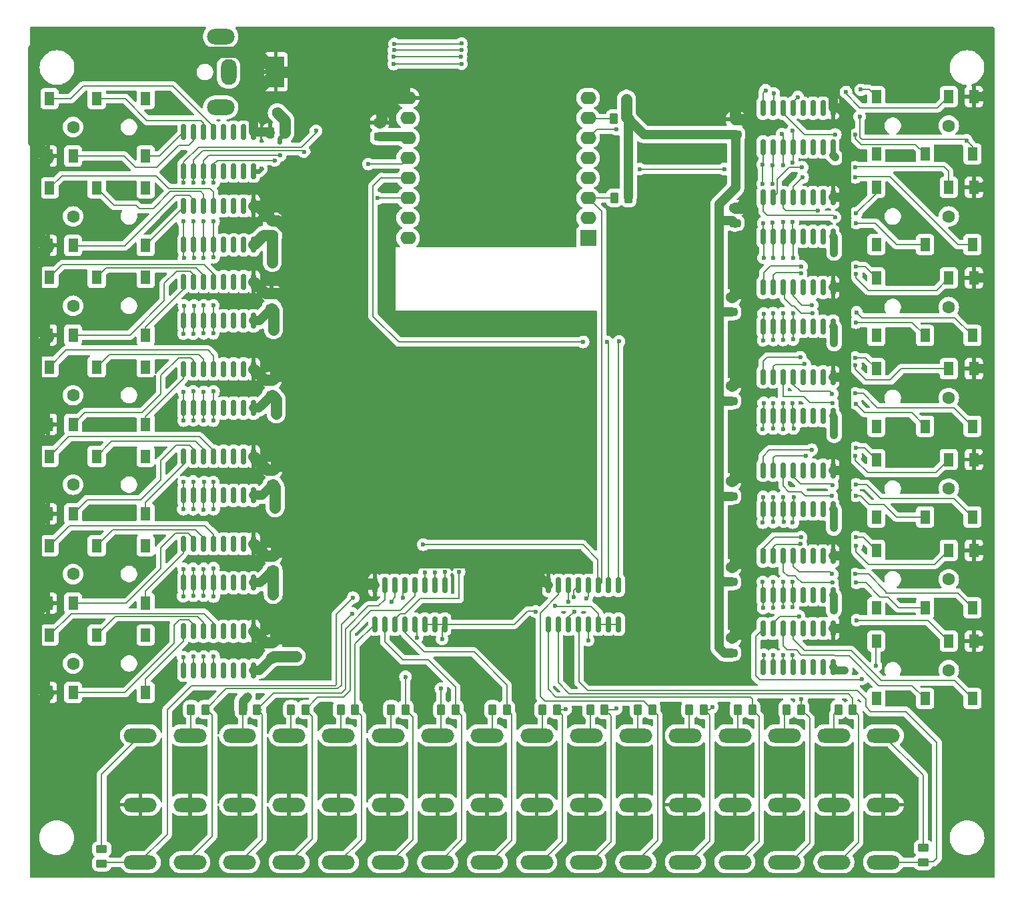
<source format=gbr>
%TF.GenerationSoftware,KiCad,Pcbnew,8.0.5*%
%TF.CreationDate,2024-12-17T00:57:55+08:00*%
%TF.ProjectId,hardware,68617264-7761-4726-952e-6b696361645f,rev?*%
%TF.SameCoordinates,Original*%
%TF.FileFunction,Copper,L1,Top*%
%TF.FilePolarity,Positive*%
%FSLAX46Y46*%
G04 Gerber Fmt 4.6, Leading zero omitted, Abs format (unit mm)*
G04 Created by KiCad (PCBNEW 8.0.5) date 2024-12-17 00:57:55*
%MOMM*%
%LPD*%
G01*
G04 APERTURE LIST*
G04 Aperture macros list*
%AMRoundRect*
0 Rectangle with rounded corners*
0 $1 Rounding radius*
0 $2 $3 $4 $5 $6 $7 $8 $9 X,Y pos of 4 corners*
0 Add a 4 corners polygon primitive as box body*
4,1,4,$2,$3,$4,$5,$6,$7,$8,$9,$2,$3,0*
0 Add four circle primitives for the rounded corners*
1,1,$1+$1,$2,$3*
1,1,$1+$1,$4,$5*
1,1,$1+$1,$6,$7*
1,1,$1+$1,$8,$9*
0 Add four rect primitives between the rounded corners*
20,1,$1+$1,$2,$3,$4,$5,0*
20,1,$1+$1,$4,$5,$6,$7,0*
20,1,$1+$1,$6,$7,$8,$9,0*
20,1,$1+$1,$8,$9,$2,$3,0*%
G04 Aperture macros list end*
%TA.AperFunction,ComponentPad*%
%ADD10R,2.000000X2.000000*%
%TD*%
%TA.AperFunction,ComponentPad*%
%ADD11O,2.000000X1.600000*%
%TD*%
%TA.AperFunction,ComponentPad*%
%ADD12O,4.200000X1.800000*%
%TD*%
%TA.AperFunction,SMDPad,CuDef*%
%ADD13RoundRect,0.250000X-0.450000X0.262500X-0.450000X-0.262500X0.450000X-0.262500X0.450000X0.262500X0*%
%TD*%
%TA.AperFunction,SMDPad,CuDef*%
%ADD14RoundRect,0.250000X-0.262500X-0.450000X0.262500X-0.450000X0.262500X0.450000X-0.262500X0.450000X0*%
%TD*%
%TA.AperFunction,SMDPad,CuDef*%
%ADD15R,1.300000X1.700000*%
%TD*%
%TA.AperFunction,WasherPad*%
%ADD16C,1.600000*%
%TD*%
%TA.AperFunction,SMDPad,CuDef*%
%ADD17RoundRect,0.250000X0.262500X0.450000X-0.262500X0.450000X-0.262500X-0.450000X0.262500X-0.450000X0*%
%TD*%
%TA.AperFunction,SMDPad,CuDef*%
%ADD18RoundRect,0.250000X-0.475000X0.250000X-0.475000X-0.250000X0.475000X-0.250000X0.475000X0.250000X0*%
%TD*%
%TA.AperFunction,SMDPad,CuDef*%
%ADD19RoundRect,0.250000X-0.250000X-0.475000X0.250000X-0.475000X0.250000X0.475000X-0.250000X0.475000X0*%
%TD*%
%TA.AperFunction,SMDPad,CuDef*%
%ADD20RoundRect,0.150000X0.150000X-0.825000X0.150000X0.825000X-0.150000X0.825000X-0.150000X-0.825000X0*%
%TD*%
%TA.AperFunction,ComponentPad*%
%ADD21R,2.000000X4.000000*%
%TD*%
%TA.AperFunction,ComponentPad*%
%ADD22O,2.000000X3.300000*%
%TD*%
%TA.AperFunction,ComponentPad*%
%ADD23O,3.500000X2.000000*%
%TD*%
%TA.AperFunction,ViaPad*%
%ADD24C,0.600000*%
%TD*%
%TA.AperFunction,ViaPad*%
%ADD25C,1.000000*%
%TD*%
%TA.AperFunction,ViaPad*%
%ADD26C,1.400000*%
%TD*%
%TA.AperFunction,Conductor*%
%ADD27C,1.000000*%
%TD*%
%TA.AperFunction,Conductor*%
%ADD28C,1.200000*%
%TD*%
%TA.AperFunction,Conductor*%
%ADD29C,0.200000*%
%TD*%
%TA.AperFunction,Conductor*%
%ADD30C,1.400000*%
%TD*%
%TA.AperFunction,Conductor*%
%ADD31C,1.100000*%
%TD*%
%TA.AperFunction,Conductor*%
%ADD32C,0.600000*%
%TD*%
G04 APERTURE END LIST*
D10*
%TO.P,U1,1,~{RST}*%
%TO.N,unconnected-(U1-~{RST}-Pad1)*%
X229290000Y-70800000D03*
D11*
%TO.P,U1,2,A0*%
%TO.N,unconnected-(U1-A0-Pad2)*%
X229290000Y-68260000D03*
%TO.P,U1,3,D0*%
%TO.N,A*%
X229290000Y-65720000D03*
%TO.P,U1,4,SCK/D5*%
%TO.N,IN1*%
X229290000Y-63180000D03*
%TO.P,U1,5,MISO/D6*%
%TO.N,IN2*%
X229290000Y-60640000D03*
%TO.P,U1,6,MOSI/D7*%
%TO.N,IN4*%
X229290000Y-58100000D03*
%TO.P,U1,7,CS/D8*%
%TO.N,IN3*%
X229290000Y-55560000D03*
%TO.P,U1,8,3V3*%
%TO.N,unconnected-(U1-3V3-Pad8)*%
X229290000Y-53020000D03*
%TO.P,U1,9,5V*%
%TO.N,RED*%
X206430000Y-53020000D03*
%TO.P,U1,10,GND*%
%TO.N,GND*%
X206430000Y-55560000D03*
%TO.P,U1,11,D4*%
%TO.N,B*%
X206430000Y-58100000D03*
%TO.P,U1,12,D3*%
%TO.N,C*%
X206430000Y-60640000D03*
%TO.P,U1,13,SDA/D2*%
%TO.N,MUX2COM*%
X206430000Y-63180000D03*
%TO.P,U1,14,SCL/D1*%
%TO.N,MUX1COM*%
X206430000Y-65720000D03*
%TO.P,U1,15,RX*%
%TO.N,unconnected-(U1-RX-Pad15)*%
X206430000Y-68260000D03*
%TO.P,U1,16,TX*%
%TO.N,unconnected-(U1-TX-Pad16)*%
X206430000Y-70800000D03*
%TD*%
D12*
%TO.P,SW15,1,A*%
%TO.N,GND*%
X260473334Y-134000000D03*
%TO.P,SW15,2,B*%
%TO.N,SW15*%
X260473334Y-150100000D03*
%TO.P,SW15,3,C*%
%TO.N,RED*%
X260473334Y-142800000D03*
%TD*%
%TO.P,SW14,1,A*%
%TO.N,GND*%
X254186668Y-134000000D03*
%TO.P,SW14,2,B*%
%TO.N,SW14*%
X254186668Y-150100000D03*
%TO.P,SW14,3,C*%
%TO.N,RED*%
X254186668Y-142800000D03*
%TD*%
%TO.P,SW13,1,A*%
%TO.N,GND*%
X247900002Y-134000000D03*
%TO.P,SW13,2,B*%
%TO.N,SW13*%
X247900002Y-150100000D03*
%TO.P,SW13,3,C*%
%TO.N,RED*%
X247900002Y-142800000D03*
%TD*%
%TO.P,SW12,1,A*%
%TO.N,GND*%
X241613336Y-134000000D03*
%TO.P,SW12,2,B*%
%TO.N,SW12*%
X241613336Y-150100000D03*
%TO.P,SW12,3,C*%
%TO.N,RED*%
X241613336Y-142800000D03*
%TD*%
%TO.P,SW11,1,A*%
%TO.N,GND*%
X235326670Y-134000000D03*
%TO.P,SW11,2,B*%
%TO.N,SW11*%
X235326670Y-150100000D03*
%TO.P,SW11,3,C*%
%TO.N,RED*%
X235326670Y-142800000D03*
%TD*%
%TO.P,SW10,1,A*%
%TO.N,GND*%
X229040004Y-134000000D03*
%TO.P,SW10,2,B*%
%TO.N,SW10*%
X229040004Y-150100000D03*
%TO.P,SW10,3,C*%
%TO.N,RED*%
X229040004Y-142800000D03*
%TD*%
%TO.P,SW9,1,A*%
%TO.N,GND*%
X222753338Y-134000000D03*
%TO.P,SW9,2,B*%
%TO.N,SW9*%
X222753338Y-150100000D03*
%TO.P,SW9,3,C*%
%TO.N,RED*%
X222753338Y-142800000D03*
%TD*%
%TO.P,SW8,1,A*%
%TO.N,GND*%
X216466672Y-134000000D03*
%TO.P,SW8,2,B*%
%TO.N,SW8*%
X216466672Y-150100000D03*
%TO.P,SW8,3,C*%
%TO.N,RED*%
X216466672Y-142800000D03*
%TD*%
%TO.P,SW7,1,A*%
%TO.N,GND*%
X210180006Y-134000000D03*
%TO.P,SW7,2,B*%
%TO.N,SW7*%
X210180006Y-150100000D03*
%TO.P,SW7,3,C*%
%TO.N,RED*%
X210180006Y-142800000D03*
%TD*%
%TO.P,SW6,1,A*%
%TO.N,GND*%
X203893340Y-134000000D03*
%TO.P,SW6,2,B*%
%TO.N,SW6*%
X203893340Y-150100000D03*
%TO.P,SW6,3,C*%
%TO.N,RED*%
X203893340Y-142800000D03*
%TD*%
%TO.P,SW5,1,A*%
%TO.N,GND*%
X197606674Y-134000000D03*
%TO.P,SW5,2,B*%
%TO.N,SW5*%
X197606674Y-150100000D03*
%TO.P,SW5,3,C*%
%TO.N,RED*%
X197606674Y-142800000D03*
%TD*%
%TO.P,SW4,1,A*%
%TO.N,GND*%
X191320008Y-134000000D03*
%TO.P,SW4,2,B*%
%TO.N,SW4*%
X191320008Y-150100000D03*
%TO.P,SW4,3,C*%
%TO.N,RED*%
X191320008Y-142800000D03*
%TD*%
%TO.P,SW3,1,A*%
%TO.N,GND*%
X185033342Y-134000000D03*
%TO.P,SW3,2,B*%
%TO.N,SW3*%
X185033342Y-150100000D03*
%TO.P,SW3,3,C*%
%TO.N,RED*%
X185033342Y-142800000D03*
%TD*%
%TO.P,SW2,1,A*%
%TO.N,GND*%
X178746676Y-134000000D03*
%TO.P,SW2,2,B*%
%TO.N,SW2*%
X178746676Y-150100000D03*
%TO.P,SW2,3,C*%
%TO.N,RED*%
X178746676Y-142800000D03*
%TD*%
%TO.P,SW1,1,A*%
%TO.N,GND*%
X172460010Y-134000000D03*
%TO.P,SW1,2,B*%
%TO.N,SW1*%
X172460010Y-150100000D03*
%TO.P,SW1,3,C*%
%TO.N,RED*%
X172460010Y-142800000D03*
%TD*%
%TO.P,SW16,1,A*%
%TO.N,GND*%
X266760000Y-134000000D03*
%TO.P,SW16,2,B*%
%TO.N,SW16*%
X266760000Y-150100000D03*
%TO.P,SW16,3,C*%
%TO.N,RED*%
X266760000Y-142800000D03*
%TD*%
D13*
%TO.P,R19,1*%
%TO.N,GND*%
X271800000Y-148287500D03*
%TO.P,R19,2*%
%TO.N,SW16*%
X271800000Y-150112500D03*
%TD*%
D14*
%TO.P,R18,1*%
%TO.N,GND*%
X261037500Y-130700000D03*
%TO.P,R18,2*%
%TO.N,SW15*%
X262862500Y-130700000D03*
%TD*%
%TO.P,R17,2*%
%TO.N,SW14*%
X256312500Y-130700000D03*
%TO.P,R17,1*%
%TO.N,GND*%
X254487500Y-130700000D03*
%TD*%
%TO.P,R16,2*%
%TO.N,SW13*%
X250112500Y-130700000D03*
%TO.P,R16,1*%
%TO.N,GND*%
X248287500Y-130700000D03*
%TD*%
%TO.P,R15,2*%
%TO.N,SW12*%
X243962500Y-130700000D03*
%TO.P,R15,1*%
%TO.N,GND*%
X242137500Y-130700000D03*
%TD*%
%TO.P,R14,2*%
%TO.N,SW11*%
X237412500Y-130700000D03*
%TO.P,R14,1*%
%TO.N,GND*%
X235587500Y-130700000D03*
%TD*%
%TO.P,R13,2*%
%TO.N,SW10*%
X231362500Y-130700000D03*
%TO.P,R13,1*%
%TO.N,GND*%
X229537500Y-130700000D03*
%TD*%
%TO.P,R12,2*%
%TO.N,SW9*%
X225312500Y-130700000D03*
%TO.P,R12,1*%
%TO.N,GND*%
X223487500Y-130700000D03*
%TD*%
%TO.P,R11,2*%
%TO.N,SW8*%
X218962500Y-130700000D03*
%TO.P,R11,1*%
%TO.N,GND*%
X217137500Y-130700000D03*
%TD*%
%TO.P,R10,2*%
%TO.N,SW7*%
X212462500Y-130700000D03*
%TO.P,R10,1*%
%TO.N,GND*%
X210637500Y-130700000D03*
%TD*%
%TO.P,R9,2*%
%TO.N,SW6*%
X206112500Y-130700000D03*
%TO.P,R9,1*%
%TO.N,GND*%
X204287500Y-130700000D03*
%TD*%
%TO.P,R8,2*%
%TO.N,SW5*%
X199712500Y-130700000D03*
%TO.P,R8,1*%
%TO.N,GND*%
X197887500Y-130700000D03*
%TD*%
%TO.P,R7,2*%
%TO.N,SW4*%
X193412500Y-130700000D03*
%TO.P,R7,1*%
%TO.N,GND*%
X191587500Y-130700000D03*
%TD*%
%TO.P,R6,2*%
%TO.N,SW3*%
X187262500Y-130700000D03*
%TO.P,R6,1*%
%TO.N,GND*%
X185437500Y-130700000D03*
%TD*%
%TO.P,R5,2*%
%TO.N,SW2*%
X180712500Y-130700000D03*
%TO.P,R5,1*%
%TO.N,GND*%
X178887500Y-130700000D03*
%TD*%
D13*
%TO.P,R4,2*%
%TO.N,SW1*%
X167550000Y-150262500D03*
%TO.P,R4,1*%
%TO.N,GND*%
X167550000Y-148437500D03*
%TD*%
D15*
%TO.P,M12,6*%
%TO.N,N/C*%
X265850000Y-106241664D03*
%TO.P,M12,5*%
%TO.N,BLUE12*%
X265850000Y-98941664D03*
%TO.P,M12,4*%
%TO.N,YELLOW12*%
X272050000Y-106241664D03*
%TO.P,M12,3,-*%
%TO.N,PINK12*%
X275050000Y-98941664D03*
%TO.P,M12,2*%
%TO.N,ORANGE12*%
X278050000Y-106241664D03*
%TO.P,M12,1*%
%TO.N,RED*%
X278250000Y-98941664D03*
D16*
%TO.P,M12,*%
%TO.N,*%
X275050000Y-102641664D03*
%TD*%
D13*
%TO.P,R3,1*%
%TO.N,RED*%
X202800000Y-56137500D03*
%TO.P,R3,2*%
%TO.N,B*%
X202800000Y-57962500D03*
%TD*%
D17*
%TO.P,R2,1*%
%TO.N,GND*%
X234370000Y-55660000D03*
%TO.P,R2,2*%
%TO.N,IN3*%
X232545000Y-55660000D03*
%TD*%
%TO.P,R1,1*%
%TO.N,GND*%
X234415000Y-65700000D03*
%TO.P,R1,2*%
%TO.N,A*%
X232590000Y-65700000D03*
%TD*%
D18*
%TO.P,C14,2*%
%TO.N,GND*%
X247500000Y-123500000D03*
%TO.P,C14,1*%
%TO.N,RED*%
X247500000Y-121600000D03*
%TD*%
%TO.P,C13,1*%
%TO.N,RED*%
X247500000Y-112600000D03*
%TO.P,C13,2*%
%TO.N,GND*%
X247500000Y-114500000D03*
%TD*%
%TO.P,C12,1*%
%TO.N,RED*%
X247500000Y-101700000D03*
%TO.P,C12,2*%
%TO.N,GND*%
X247500000Y-103600000D03*
%TD*%
%TO.P,C11,1*%
%TO.N,RED*%
X247500000Y-89600000D03*
%TO.P,C11,2*%
%TO.N,GND*%
X247500000Y-91500000D03*
%TD*%
%TO.P,C10,1*%
%TO.N,RED*%
X247500000Y-78300000D03*
%TO.P,C10,2*%
%TO.N,GND*%
X247500000Y-80200000D03*
%TD*%
%TO.P,C9,1*%
%TO.N,RED*%
X247900000Y-67000000D03*
%TO.P,C9,2*%
%TO.N,GND*%
X247900000Y-68900000D03*
%TD*%
%TO.P,C8,1*%
%TO.N,RED*%
X248000000Y-55750000D03*
%TO.P,C8,2*%
%TO.N,GND*%
X248000000Y-57650000D03*
%TD*%
%TO.P,C7,1*%
%TO.N,RED*%
X189200000Y-122200000D03*
%TO.P,C7,2*%
%TO.N,GND*%
X189200000Y-124100000D03*
%TD*%
%TO.P,C6,1*%
%TO.N,RED*%
X189250000Y-111150000D03*
%TO.P,C6,2*%
%TO.N,GND*%
X189250000Y-113050000D03*
%TD*%
%TO.P,C5,1*%
%TO.N,RED*%
X189250000Y-100250000D03*
%TO.P,C5,2*%
%TO.N,GND*%
X189250000Y-102150000D03*
%TD*%
%TO.P,C4,1*%
%TO.N,RED*%
X189150000Y-88850000D03*
%TO.P,C4,2*%
%TO.N,GND*%
X189150000Y-90750000D03*
%TD*%
%TO.P,C3,1*%
%TO.N,RED*%
X189100000Y-77850000D03*
%TO.P,C3,2*%
%TO.N,GND*%
X189100000Y-79750000D03*
%TD*%
%TO.P,C2,2*%
%TO.N,GND*%
X189200000Y-70450000D03*
%TO.P,C2,1*%
%TO.N,RED*%
X189200000Y-68550000D03*
%TD*%
D19*
%TO.P,C1,1*%
%TO.N,RED*%
X188900000Y-57450000D03*
%TO.P,C1,2*%
%TO.N,GND*%
X190800000Y-57450000D03*
%TD*%
D16*
%TO.P,M14,*%
%TO.N,*%
X275050000Y-125700000D03*
D15*
%TO.P,M14,1*%
%TO.N,RED*%
X278250000Y-122000000D03*
%TO.P,M14,2*%
%TO.N,ORANGE14*%
X278050000Y-129300000D03*
%TO.P,M14,3,-*%
%TO.N,PINK14*%
X275050000Y-122000000D03*
%TO.P,M14,4*%
%TO.N,YELLOW14*%
X272050000Y-129300000D03*
%TO.P,M14,5*%
%TO.N,BLUE14*%
X265850000Y-122000000D03*
%TO.P,M14,6*%
%TO.N,N/C*%
X265850000Y-129300000D03*
%TD*%
D16*
%TO.P,M13,*%
%TO.N,*%
X275050000Y-114170830D03*
D15*
%TO.P,M13,1*%
%TO.N,RED*%
X278250000Y-110470830D03*
%TO.P,M13,2*%
%TO.N,ORANGE13*%
X278050000Y-117770830D03*
%TO.P,M13,3,-*%
%TO.N,PINK13*%
X275050000Y-110470830D03*
%TO.P,M13,4*%
%TO.N,YELLOW13*%
X272050000Y-117770830D03*
%TO.P,M13,5*%
%TO.N,BLUE13*%
X265850000Y-110470830D03*
%TO.P,M13,6*%
%TO.N,N/C*%
X265850000Y-117770830D03*
%TD*%
%TO.P,M11,6*%
%TO.N,N/C*%
X265850000Y-94712498D03*
%TO.P,M11,5*%
%TO.N,BLUE11*%
X265850000Y-87412498D03*
%TO.P,M11,4*%
%TO.N,YELLOW11*%
X272050000Y-94712498D03*
%TO.P,M11,3,-*%
%TO.N,PINK11*%
X275050000Y-87412498D03*
%TO.P,M11,2*%
%TO.N,ORANGE11*%
X278050000Y-94712498D03*
%TO.P,M11,1*%
%TO.N,RED*%
X278250000Y-87412498D03*
D16*
%TO.P,M11,*%
%TO.N,*%
X275050000Y-91112498D03*
%TD*%
D15*
%TO.P,M9,6*%
%TO.N,N/C*%
X265850000Y-71654166D03*
%TO.P,M9,5*%
%TO.N,BLUE9*%
X265850000Y-64354166D03*
%TO.P,M9,4*%
%TO.N,YELLOW9*%
X272050000Y-71654166D03*
%TO.P,M9,3,-*%
%TO.N,PINK9*%
X275050000Y-64354166D03*
%TO.P,M9,2*%
%TO.N,ORANGE9*%
X278050000Y-71654166D03*
%TO.P,M9,1*%
%TO.N,RED*%
X278250000Y-64354166D03*
D16*
%TO.P,M9,*%
%TO.N,*%
X275050000Y-68054166D03*
%TD*%
D15*
%TO.P,M8,6*%
%TO.N,N/C*%
X265850000Y-60125000D03*
%TO.P,M8,5*%
%TO.N,BLUE8*%
X265850000Y-52825000D03*
%TO.P,M8,4*%
%TO.N,YELLOW8*%
X272050000Y-60125000D03*
%TO.P,M8,3,-*%
%TO.N,PINK8*%
X275050000Y-52825000D03*
%TO.P,M8,2*%
%TO.N,ORANGE8*%
X278050000Y-60125000D03*
%TO.P,M8,1*%
%TO.N,RED*%
X278250000Y-52825000D03*
D16*
%TO.P,M8,*%
%TO.N,*%
X275050000Y-56525000D03*
%TD*%
D15*
%TO.P,M7,6*%
%TO.N,N/C*%
X173115000Y-121250000D03*
%TO.P,M7,5*%
%TO.N,BLUE7*%
X173115000Y-128550000D03*
%TO.P,M7,4*%
%TO.N,YELLOW7*%
X166915000Y-121250000D03*
%TO.P,M7,3,-*%
%TO.N,PINK7*%
X163915000Y-128550000D03*
%TO.P,M7,2*%
%TO.N,ORANGE7*%
X160915000Y-121250000D03*
%TO.P,M7,1*%
%TO.N,RED*%
X160715000Y-128550000D03*
D16*
%TO.P,M7,*%
%TO.N,*%
X163915000Y-124850000D03*
%TD*%
%TO.P,M6,*%
%TO.N,*%
X163915000Y-113491665D03*
D15*
%TO.P,M6,1*%
%TO.N,RED*%
X160715000Y-117191665D03*
%TO.P,M6,2*%
%TO.N,ORANGE6*%
X160915000Y-109891665D03*
%TO.P,M6,3,-*%
%TO.N,PINK6*%
X163915000Y-117191665D03*
%TO.P,M6,4*%
%TO.N,YELLOW6*%
X166915000Y-109891665D03*
%TO.P,M6,5*%
%TO.N,BLUE6*%
X173115000Y-117191665D03*
%TO.P,M6,6*%
%TO.N,N/C*%
X173115000Y-109891665D03*
%TD*%
D16*
%TO.P,M5,*%
%TO.N,*%
X163915000Y-102133332D03*
D15*
%TO.P,M5,1*%
%TO.N,RED*%
X160715000Y-105833332D03*
%TO.P,M5,2*%
%TO.N,ORANGE5*%
X160915000Y-98533332D03*
%TO.P,M5,3,-*%
%TO.N,PINK5*%
X163915000Y-105833332D03*
%TO.P,M5,4*%
%TO.N,YELLOW5*%
X166915000Y-98533332D03*
%TO.P,M5,5*%
%TO.N,BLUE5*%
X173115000Y-105833332D03*
%TO.P,M5,6*%
%TO.N,N/C*%
X173115000Y-98533332D03*
%TD*%
D16*
%TO.P,M4,*%
%TO.N,*%
X163915000Y-90774999D03*
D15*
%TO.P,M4,1*%
%TO.N,RED*%
X160715000Y-94474999D03*
%TO.P,M4,2*%
%TO.N,ORANGE4*%
X160915000Y-87174999D03*
%TO.P,M4,3,-*%
%TO.N,PINK4*%
X163915000Y-94474999D03*
%TO.P,M4,4*%
%TO.N,YELLOW4*%
X166915000Y-87174999D03*
%TO.P,M4,5*%
%TO.N,BLUE4*%
X173115000Y-94474999D03*
%TO.P,M4,6*%
%TO.N,N/C*%
X173115000Y-87174999D03*
%TD*%
D16*
%TO.P,M3,*%
%TO.N,*%
X163915000Y-79416666D03*
D15*
%TO.P,M3,1*%
%TO.N,RED*%
X160715000Y-83116666D03*
%TO.P,M3,2*%
%TO.N,ORANGE3*%
X160915000Y-75816666D03*
%TO.P,M3,3,-*%
%TO.N,PINK3*%
X163915000Y-83116666D03*
%TO.P,M3,4*%
%TO.N,YELLOW3*%
X166915000Y-75816666D03*
%TO.P,M3,5*%
%TO.N,BLUE3*%
X173115000Y-83116666D03*
%TO.P,M3,6*%
%TO.N,N/C*%
X173115000Y-75816666D03*
%TD*%
D16*
%TO.P,M2,*%
%TO.N,*%
X163915000Y-68058333D03*
D15*
%TO.P,M2,1*%
%TO.N,RED*%
X160715000Y-71758333D03*
%TO.P,M2,2*%
%TO.N,ORANGE2*%
X160915000Y-64458333D03*
%TO.P,M2,3,-*%
%TO.N,PINK2*%
X163915000Y-71758333D03*
%TO.P,M2,4*%
%TO.N,YELLOW2*%
X166915000Y-64458333D03*
%TO.P,M2,5*%
%TO.N,BLUE2*%
X173115000Y-71758333D03*
%TO.P,M2,6*%
%TO.N,N/C*%
X173115000Y-64458333D03*
%TD*%
%TO.P,M1,6*%
%TO.N,N/C*%
X173115000Y-53100000D03*
%TO.P,M1,5*%
%TO.N,BLUE1*%
X173115000Y-60400000D03*
%TO.P,M1,4*%
%TO.N,YELLOW1*%
X166915000Y-53100000D03*
%TO.P,M1,3,-*%
%TO.N,PINK1*%
X163915000Y-60400000D03*
%TO.P,M1,2*%
%TO.N,ORANGE1*%
X160915000Y-53100000D03*
%TO.P,M1,1*%
%TO.N,RED*%
X160715000Y-60400000D03*
D16*
%TO.P,M1,*%
%TO.N,*%
X163915000Y-56700000D03*
%TD*%
D20*
%TO.P,U8,1,I1*%
%TO.N,IN1*%
X177930000Y-103500000D03*
%TO.P,U8,2,I2*%
%TO.N,IN2*%
X179200000Y-103500000D03*
%TO.P,U8,3,I3*%
%TO.N,IN3*%
X180470000Y-103500000D03*
%TO.P,U8,4,I4*%
%TO.N,IN4*%
X181740000Y-103500000D03*
%TO.P,U8,5,I5*%
%TO.N,unconnected-(U8-I5-Pad5)*%
X183010000Y-103500000D03*
%TO.P,U8,6,I6*%
%TO.N,unconnected-(U8-I6-Pad6)*%
X184280000Y-103500000D03*
%TO.P,U8,7,I7*%
%TO.N,unconnected-(U8-I7-Pad7)*%
X185550000Y-103500000D03*
%TO.P,U8,8,GND*%
%TO.N,GND*%
X186820000Y-103500000D03*
%TO.P,U8,9,COM*%
%TO.N,RED*%
X186820000Y-98550000D03*
%TO.P,U8,10,O7*%
%TO.N,unconnected-(U8-O7-Pad10)*%
X185550000Y-98550000D03*
%TO.P,U8,11,O6*%
%TO.N,unconnected-(U8-O6-Pad11)*%
X184280000Y-98550000D03*
%TO.P,U8,12,O5*%
%TO.N,unconnected-(U8-O5-Pad12)*%
X183010000Y-98550000D03*
%TO.P,U8,13,O4*%
%TO.N,ORANGE5*%
X181740000Y-98550000D03*
%TO.P,U8,14,O3*%
%TO.N,YELLOW5*%
X180470000Y-98550000D03*
%TO.P,U8,15,O2*%
%TO.N,PINK5*%
X179200000Y-98550000D03*
%TO.P,U8,16,O1*%
%TO.N,BLUE5*%
X177930000Y-98550000D03*
%TD*%
%TO.P,U14,1,I1*%
%TO.N,IN1*%
X251480000Y-93400000D03*
%TO.P,U14,2,I2*%
%TO.N,IN2*%
X252750000Y-93400000D03*
%TO.P,U14,3,I3*%
%TO.N,IN3*%
X254020000Y-93400000D03*
%TO.P,U14,4,I4*%
%TO.N,IN4*%
X255290000Y-93400000D03*
%TO.P,U14,5,I5*%
%TO.N,unconnected-(U14-I5-Pad5)*%
X256560000Y-93400000D03*
%TO.P,U14,6,I6*%
%TO.N,unconnected-(U14-I6-Pad6)*%
X257830000Y-93400000D03*
%TO.P,U14,7,I7*%
%TO.N,unconnected-(U14-I7-Pad7)*%
X259100000Y-93400000D03*
%TO.P,U14,8,GND*%
%TO.N,GND*%
X260370000Y-93400000D03*
%TO.P,U14,9,COM*%
%TO.N,RED*%
X260370000Y-88450000D03*
%TO.P,U14,10,O7*%
%TO.N,unconnected-(U14-O7-Pad10)*%
X259100000Y-88450000D03*
%TO.P,U14,11,O6*%
%TO.N,unconnected-(U14-O6-Pad11)*%
X257830000Y-88450000D03*
%TO.P,U14,12,O5*%
%TO.N,unconnected-(U14-O5-Pad12)*%
X256560000Y-88450000D03*
%TO.P,U14,13,O4*%
%TO.N,ORANGE11*%
X255290000Y-88450000D03*
%TO.P,U14,14,O3*%
%TO.N,YELLOW11*%
X254020000Y-88450000D03*
%TO.P,U14,15,O2*%
%TO.N,PINK11*%
X252750000Y-88450000D03*
%TO.P,U14,16,O1*%
%TO.N,BLUE11*%
X251480000Y-88450000D03*
%TD*%
%TO.P,U17,1,I1*%
%TO.N,IN1*%
X251480000Y-125350000D03*
%TO.P,U17,2,I2*%
%TO.N,IN2*%
X252750000Y-125350000D03*
%TO.P,U17,3,I3*%
%TO.N,IN3*%
X254020000Y-125350000D03*
%TO.P,U17,4,I4*%
%TO.N,IN4*%
X255290000Y-125350000D03*
%TO.P,U17,5,I5*%
%TO.N,unconnected-(U17-I5-Pad5)*%
X256560000Y-125350000D03*
%TO.P,U17,6,I6*%
%TO.N,unconnected-(U17-I6-Pad6)*%
X257830000Y-125350000D03*
%TO.P,U17,7,I7*%
%TO.N,unconnected-(U17-I7-Pad7)*%
X259100000Y-125350000D03*
%TO.P,U17,8,GND*%
%TO.N,GND*%
X260370000Y-125350000D03*
%TO.P,U17,9,COM*%
%TO.N,RED*%
X260370000Y-120400000D03*
%TO.P,U17,10,O7*%
%TO.N,unconnected-(U17-O7-Pad10)*%
X259100000Y-120400000D03*
%TO.P,U17,11,O6*%
%TO.N,unconnected-(U17-O6-Pad11)*%
X257830000Y-120400000D03*
%TO.P,U17,12,O5*%
%TO.N,unconnected-(U17-O5-Pad12)*%
X256560000Y-120400000D03*
%TO.P,U17,13,O4*%
%TO.N,ORANGE14*%
X255290000Y-120400000D03*
%TO.P,U17,14,O3*%
%TO.N,YELLOW14*%
X254020000Y-120400000D03*
%TO.P,U17,15,O2*%
%TO.N,PINK14*%
X252750000Y-120400000D03*
%TO.P,U17,16,O1*%
%TO.N,BLUE14*%
X251480000Y-120400000D03*
%TD*%
%TO.P,U7,1,I1*%
%TO.N,IN1*%
X177930000Y-92400000D03*
%TO.P,U7,2,I2*%
%TO.N,IN2*%
X179200000Y-92400000D03*
%TO.P,U7,3,I3*%
%TO.N,IN3*%
X180470000Y-92400000D03*
%TO.P,U7,4,I4*%
%TO.N,IN4*%
X181740000Y-92400000D03*
%TO.P,U7,5,I5*%
%TO.N,unconnected-(U7-I5-Pad5)*%
X183010000Y-92400000D03*
%TO.P,U7,6,I6*%
%TO.N,unconnected-(U7-I6-Pad6)*%
X184280000Y-92400000D03*
%TO.P,U7,7,I7*%
%TO.N,unconnected-(U7-I7-Pad7)*%
X185550000Y-92400000D03*
%TO.P,U7,8,GND*%
%TO.N,GND*%
X186820000Y-92400000D03*
%TO.P,U7,9,COM*%
%TO.N,RED*%
X186820000Y-87450000D03*
%TO.P,U7,10,O7*%
%TO.N,unconnected-(U7-O7-Pad10)*%
X185550000Y-87450000D03*
%TO.P,U7,11,O6*%
%TO.N,unconnected-(U7-O6-Pad11)*%
X184280000Y-87450000D03*
%TO.P,U7,12,O5*%
%TO.N,unconnected-(U7-O5-Pad12)*%
X183010000Y-87450000D03*
%TO.P,U7,13,O4*%
%TO.N,ORANGE4*%
X181740000Y-87450000D03*
%TO.P,U7,14,O3*%
%TO.N,YELLOW4*%
X180470000Y-87450000D03*
%TO.P,U7,15,O2*%
%TO.N,PINK4*%
X179200000Y-87450000D03*
%TO.P,U7,16,O1*%
%TO.N,BLUE4*%
X177930000Y-87450000D03*
%TD*%
D21*
%TO.P,J2,1*%
%TO.N,RED*%
X189650000Y-49700000D03*
D22*
%TO.P,J2,2*%
%TO.N,GND*%
X183650000Y-49700000D03*
D23*
%TO.P,J2,MP*%
%TO.N,N/C*%
X182650000Y-45200000D03*
X182650000Y-54200000D03*
%TD*%
D20*
%TO.P,U5,1,I1*%
%TO.N,IN1*%
X177955000Y-71675000D03*
%TO.P,U5,2,I2*%
%TO.N,IN2*%
X179225000Y-71675000D03*
%TO.P,U5,3,I3*%
%TO.N,IN3*%
X180495000Y-71675000D03*
%TO.P,U5,4,I4*%
%TO.N,IN4*%
X181765000Y-71675000D03*
%TO.P,U5,5,I5*%
%TO.N,unconnected-(U5-I5-Pad5)*%
X183035000Y-71675000D03*
%TO.P,U5,6,I6*%
%TO.N,unconnected-(U5-I6-Pad6)*%
X184305000Y-71675000D03*
%TO.P,U5,7,I7*%
%TO.N,unconnected-(U5-I7-Pad7)*%
X185575000Y-71675000D03*
%TO.P,U5,8,GND*%
%TO.N,GND*%
X186845000Y-71675000D03*
%TO.P,U5,9,COM*%
%TO.N,RED*%
X186845000Y-66725000D03*
%TO.P,U5,10,O7*%
%TO.N,unconnected-(U5-O7-Pad10)*%
X185575000Y-66725000D03*
%TO.P,U5,11,O6*%
%TO.N,unconnected-(U5-O6-Pad11)*%
X184305000Y-66725000D03*
%TO.P,U5,12,O5*%
%TO.N,unconnected-(U5-O5-Pad12)*%
X183035000Y-66725000D03*
%TO.P,U5,13,O4*%
%TO.N,ORANGE2*%
X181765000Y-66725000D03*
%TO.P,U5,14,O3*%
%TO.N,YELLOW2*%
X180495000Y-66725000D03*
%TO.P,U5,15,O2*%
%TO.N,PINK2*%
X179225000Y-66725000D03*
%TO.P,U5,16,O1*%
%TO.N,BLUE2*%
X177955000Y-66725000D03*
%TD*%
%TO.P,U9,1,I1*%
%TO.N,IN1*%
X177930000Y-114600000D03*
%TO.P,U9,2,I2*%
%TO.N,IN2*%
X179200000Y-114600000D03*
%TO.P,U9,3,I3*%
%TO.N,IN3*%
X180470000Y-114600000D03*
%TO.P,U9,4,I4*%
%TO.N,IN4*%
X181740000Y-114600000D03*
%TO.P,U9,5,I5*%
%TO.N,unconnected-(U9-I5-Pad5)*%
X183010000Y-114600000D03*
%TO.P,U9,6,I6*%
%TO.N,unconnected-(U9-I6-Pad6)*%
X184280000Y-114600000D03*
%TO.P,U9,7,I7*%
%TO.N,unconnected-(U9-I7-Pad7)*%
X185550000Y-114600000D03*
%TO.P,U9,8,GND*%
%TO.N,GND*%
X186820000Y-114600000D03*
%TO.P,U9,9,COM*%
%TO.N,RED*%
X186820000Y-109650000D03*
%TO.P,U9,10,O7*%
%TO.N,unconnected-(U9-O7-Pad10)*%
X185550000Y-109650000D03*
%TO.P,U9,11,O6*%
%TO.N,unconnected-(U9-O6-Pad11)*%
X184280000Y-109650000D03*
%TO.P,U9,12,O5*%
%TO.N,unconnected-(U9-O5-Pad12)*%
X183010000Y-109650000D03*
%TO.P,U9,13,O4*%
%TO.N,ORANGE6*%
X181740000Y-109650000D03*
%TO.P,U9,14,O3*%
%TO.N,YELLOW6*%
X180470000Y-109650000D03*
%TO.P,U9,15,O2*%
%TO.N,PINK6*%
X179200000Y-109650000D03*
%TO.P,U9,16,O1*%
%TO.N,BLUE6*%
X177930000Y-109650000D03*
%TD*%
%TO.P,U16,1,I1*%
%TO.N,IN1*%
X251480000Y-116150000D03*
%TO.P,U16,2,I2*%
%TO.N,IN2*%
X252750000Y-116150000D03*
%TO.P,U16,3,I3*%
%TO.N,IN3*%
X254020000Y-116150000D03*
%TO.P,U16,4,I4*%
%TO.N,IN4*%
X255290000Y-116150000D03*
%TO.P,U16,5,I5*%
%TO.N,unconnected-(U16-I5-Pad5)*%
X256560000Y-116150000D03*
%TO.P,U16,6,I6*%
%TO.N,unconnected-(U16-I6-Pad6)*%
X257830000Y-116150000D03*
%TO.P,U16,7,I7*%
%TO.N,unconnected-(U16-I7-Pad7)*%
X259100000Y-116150000D03*
%TO.P,U16,8,GND*%
%TO.N,GND*%
X260370000Y-116150000D03*
%TO.P,U16,9,COM*%
%TO.N,RED*%
X260370000Y-111200000D03*
%TO.P,U16,10,O7*%
%TO.N,unconnected-(U16-O7-Pad10)*%
X259100000Y-111200000D03*
%TO.P,U16,11,O6*%
%TO.N,unconnected-(U16-O6-Pad11)*%
X257830000Y-111200000D03*
%TO.P,U16,12,O5*%
%TO.N,unconnected-(U16-O5-Pad12)*%
X256560000Y-111200000D03*
%TO.P,U16,13,O4*%
%TO.N,ORANGE13*%
X255290000Y-111200000D03*
%TO.P,U16,14,O3*%
%TO.N,YELLOW13*%
X254020000Y-111200000D03*
%TO.P,U16,15,O2*%
%TO.N,PINK13*%
X252750000Y-111200000D03*
%TO.P,U16,16,O1*%
%TO.N,BLUE13*%
X251480000Y-111200000D03*
%TD*%
%TO.P,U6,1,I1*%
%TO.N,IN1*%
X177930000Y-81300000D03*
%TO.P,U6,2,I2*%
%TO.N,IN2*%
X179200000Y-81300000D03*
%TO.P,U6,3,I3*%
%TO.N,IN3*%
X180470000Y-81300000D03*
%TO.P,U6,4,I4*%
%TO.N,IN4*%
X181740000Y-81300000D03*
%TO.P,U6,5,I5*%
%TO.N,unconnected-(U6-I5-Pad5)*%
X183010000Y-81300000D03*
%TO.P,U6,6,I6*%
%TO.N,unconnected-(U6-I6-Pad6)*%
X184280000Y-81300000D03*
%TO.P,U6,7,I7*%
%TO.N,unconnected-(U6-I7-Pad7)*%
X185550000Y-81300000D03*
%TO.P,U6,8,GND*%
%TO.N,GND*%
X186820000Y-81300000D03*
%TO.P,U6,9,COM*%
%TO.N,RED*%
X186820000Y-76350000D03*
%TO.P,U6,10,O7*%
%TO.N,unconnected-(U6-O7-Pad10)*%
X185550000Y-76350000D03*
%TO.P,U6,11,O6*%
%TO.N,unconnected-(U6-O6-Pad11)*%
X184280000Y-76350000D03*
%TO.P,U6,12,O5*%
%TO.N,unconnected-(U6-O5-Pad12)*%
X183010000Y-76350000D03*
%TO.P,U6,13,O4*%
%TO.N,ORANGE3*%
X181740000Y-76350000D03*
%TO.P,U6,14,O3*%
%TO.N,YELLOW3*%
X180470000Y-76350000D03*
%TO.P,U6,15,O2*%
%TO.N,PINK3*%
X179200000Y-76350000D03*
%TO.P,U6,16,O1*%
%TO.N,BLUE3*%
X177930000Y-76350000D03*
%TD*%
%TO.P,U15,16,O1*%
%TO.N,BLUE12*%
X251480000Y-100300000D03*
%TO.P,U15,15,O2*%
%TO.N,PINK12*%
X252750000Y-100300000D03*
%TO.P,U15,14,O3*%
%TO.N,YELLOW12*%
X254020000Y-100300000D03*
%TO.P,U15,13,O4*%
%TO.N,ORANGE12*%
X255290000Y-100300000D03*
%TO.P,U15,12,O5*%
%TO.N,unconnected-(U15-O5-Pad12)*%
X256560000Y-100300000D03*
%TO.P,U15,11,O6*%
%TO.N,unconnected-(U15-O6-Pad11)*%
X257830000Y-100300000D03*
%TO.P,U15,10,O7*%
%TO.N,unconnected-(U15-O7-Pad10)*%
X259100000Y-100300000D03*
%TO.P,U15,9,COM*%
%TO.N,RED*%
X260370000Y-100300000D03*
%TO.P,U15,8,GND*%
%TO.N,GND*%
X260370000Y-105250000D03*
%TO.P,U15,7,I7*%
%TO.N,unconnected-(U15-I7-Pad7)*%
X259100000Y-105250000D03*
%TO.P,U15,6,I6*%
%TO.N,unconnected-(U15-I6-Pad6)*%
X257830000Y-105250000D03*
%TO.P,U15,5,I5*%
%TO.N,unconnected-(U15-I5-Pad5)*%
X256560000Y-105250000D03*
%TO.P,U15,4,I4*%
%TO.N,IN4*%
X255290000Y-105250000D03*
%TO.P,U15,3,I3*%
%TO.N,IN3*%
X254020000Y-105250000D03*
%TO.P,U15,2,I2*%
%TO.N,IN2*%
X252750000Y-105250000D03*
%TO.P,U15,1,I1*%
%TO.N,IN1*%
X251480000Y-105250000D03*
%TD*%
%TO.P,U4,16,O1*%
%TO.N,BLUE1*%
X177930000Y-57350000D03*
%TO.P,U4,15,O2*%
%TO.N,PINK1*%
X179200000Y-57350000D03*
%TO.P,U4,14,O3*%
%TO.N,YELLOW1*%
X180470000Y-57350000D03*
%TO.P,U4,13,O4*%
%TO.N,ORANGE1*%
X181740000Y-57350000D03*
%TO.P,U4,12,O5*%
%TO.N,unconnected-(U4-O5-Pad12)*%
X183010000Y-57350000D03*
%TO.P,U4,11,O6*%
%TO.N,unconnected-(U4-O6-Pad11)*%
X184280000Y-57350000D03*
%TO.P,U4,10,O7*%
%TO.N,unconnected-(U4-O7-Pad10)*%
X185550000Y-57350000D03*
%TO.P,U4,9,COM*%
%TO.N,RED*%
X186820000Y-57350000D03*
%TO.P,U4,8,GND*%
%TO.N,GND*%
X186820000Y-62300000D03*
%TO.P,U4,7,I7*%
%TO.N,unconnected-(U4-I7-Pad7)*%
X185550000Y-62300000D03*
%TO.P,U4,6,I6*%
%TO.N,unconnected-(U4-I6-Pad6)*%
X184280000Y-62300000D03*
%TO.P,U4,5,I5*%
%TO.N,unconnected-(U4-I5-Pad5)*%
X183010000Y-62300000D03*
%TO.P,U4,4,I4*%
%TO.N,IN4*%
X181740000Y-62300000D03*
%TO.P,U4,3,I3*%
%TO.N,IN3*%
X180470000Y-62300000D03*
%TO.P,U4,2,I2*%
%TO.N,IN2*%
X179200000Y-62300000D03*
%TO.P,U4,1,I1*%
%TO.N,IN1*%
X177930000Y-62300000D03*
%TD*%
%TO.P,U2,16,VDD*%
%TO.N,RED*%
X202200000Y-114925000D03*
%TO.P,U2,15,X2*%
%TO.N,SW3*%
X203470000Y-114925000D03*
%TO.P,U2,14,X1*%
%TO.N,SW2*%
X204740000Y-114925000D03*
%TO.P,U2,13,X0*%
%TO.N,SW1*%
X206010000Y-114925000D03*
%TO.P,U2,12,X3*%
%TO.N,SW4*%
X207280000Y-114925000D03*
%TO.P,U2,11,A*%
%TO.N,A*%
X208550000Y-114925000D03*
%TO.P,U2,10,B*%
%TO.N,B*%
X209820000Y-114925000D03*
%TO.P,U2,9,C*%
%TO.N,C*%
X211090000Y-114925000D03*
%TO.P,U2,8,VSS*%
%TO.N,GND*%
X211090000Y-119875000D03*
%TO.P,U2,7,VEE*%
X209820000Y-119875000D03*
%TO.P,U2,6,INH*%
X208550000Y-119875000D03*
%TO.P,U2,5,X5*%
%TO.N,SW6*%
X207280000Y-119875000D03*
%TO.P,U2,4,X7*%
%TO.N,SW8*%
X206010000Y-119875000D03*
%TO.P,U2,3,X*%
%TO.N,MUX1COM*%
X204740000Y-119875000D03*
%TO.P,U2,2,X6*%
%TO.N,SW7*%
X203470000Y-119875000D03*
%TO.P,U2,1,X4*%
%TO.N,SW5*%
X202200000Y-119875000D03*
%TD*%
%TO.P,U10,1,I1*%
%TO.N,IN1*%
X177930000Y-125700000D03*
%TO.P,U10,2,I2*%
%TO.N,IN2*%
X179200000Y-125700000D03*
%TO.P,U10,3,I3*%
%TO.N,IN3*%
X180470000Y-125700000D03*
%TO.P,U10,4,I4*%
%TO.N,IN4*%
X181740000Y-125700000D03*
%TO.P,U10,5,I5*%
%TO.N,unconnected-(U10-I5-Pad5)*%
X183010000Y-125700000D03*
%TO.P,U10,6,I6*%
%TO.N,unconnected-(U10-I6-Pad6)*%
X184280000Y-125700000D03*
%TO.P,U10,7,I7*%
%TO.N,unconnected-(U10-I7-Pad7)*%
X185550000Y-125700000D03*
%TO.P,U10,8,GND*%
%TO.N,GND*%
X186820000Y-125700000D03*
%TO.P,U10,9,COM*%
%TO.N,RED*%
X186820000Y-120750000D03*
%TO.P,U10,10,O7*%
%TO.N,unconnected-(U10-O7-Pad10)*%
X185550000Y-120750000D03*
%TO.P,U10,11,O6*%
%TO.N,unconnected-(U10-O6-Pad11)*%
X184280000Y-120750000D03*
%TO.P,U10,12,O5*%
%TO.N,unconnected-(U10-O5-Pad12)*%
X183010000Y-120750000D03*
%TO.P,U10,13,O4*%
%TO.N,ORANGE7*%
X181740000Y-120750000D03*
%TO.P,U10,14,O3*%
%TO.N,YELLOW7*%
X180470000Y-120750000D03*
%TO.P,U10,15,O2*%
%TO.N,PINK7*%
X179200000Y-120750000D03*
%TO.P,U10,16,O1*%
%TO.N,BLUE7*%
X177930000Y-120750000D03*
%TD*%
%TO.P,U12,1,I1*%
%TO.N,IN1*%
X251480000Y-70600000D03*
%TO.P,U12,2,I2*%
%TO.N,IN2*%
X252750000Y-70600000D03*
%TO.P,U12,3,I3*%
%TO.N,IN3*%
X254020000Y-70600000D03*
%TO.P,U12,4,I4*%
%TO.N,IN4*%
X255290000Y-70600000D03*
%TO.P,U12,5,I5*%
%TO.N,unconnected-(U12-I5-Pad5)*%
X256560000Y-70600000D03*
%TO.P,U12,6,I6*%
%TO.N,unconnected-(U12-I6-Pad6)*%
X257830000Y-70600000D03*
%TO.P,U12,7,I7*%
%TO.N,unconnected-(U12-I7-Pad7)*%
X259100000Y-70600000D03*
%TO.P,U12,8,GND*%
%TO.N,GND*%
X260370000Y-70600000D03*
%TO.P,U12,9,COM*%
%TO.N,RED*%
X260370000Y-65650000D03*
%TO.P,U12,10,O7*%
%TO.N,unconnected-(U12-O7-Pad10)*%
X259100000Y-65650000D03*
%TO.P,U12,11,O6*%
%TO.N,unconnected-(U12-O6-Pad11)*%
X257830000Y-65650000D03*
%TO.P,U12,12,O5*%
%TO.N,unconnected-(U12-O5-Pad12)*%
X256560000Y-65650000D03*
%TO.P,U12,13,O4*%
%TO.N,ORANGE9*%
X255290000Y-65650000D03*
%TO.P,U12,14,O3*%
%TO.N,YELLOW9*%
X254020000Y-65650000D03*
%TO.P,U12,15,O2*%
%TO.N,PINK9*%
X252750000Y-65650000D03*
%TO.P,U12,16,O1*%
%TO.N,BLUE9*%
X251480000Y-65650000D03*
%TD*%
%TO.P,U11,1,I1*%
%TO.N,IN1*%
X251480000Y-59250000D03*
%TO.P,U11,2,I2*%
%TO.N,IN2*%
X252750000Y-59250000D03*
%TO.P,U11,3,I3*%
%TO.N,IN3*%
X254020000Y-59250000D03*
%TO.P,U11,4,I4*%
%TO.N,IN4*%
X255290000Y-59250000D03*
%TO.P,U11,5,I5*%
%TO.N,unconnected-(U11-I5-Pad5)*%
X256560000Y-59250000D03*
%TO.P,U11,6,I6*%
%TO.N,unconnected-(U11-I6-Pad6)*%
X257830000Y-59250000D03*
%TO.P,U11,7,I7*%
%TO.N,unconnected-(U11-I7-Pad7)*%
X259100000Y-59250000D03*
%TO.P,U11,8,GND*%
%TO.N,GND*%
X260370000Y-59250000D03*
%TO.P,U11,9,COM*%
%TO.N,RED*%
X260370000Y-54300000D03*
%TO.P,U11,10,O7*%
%TO.N,unconnected-(U11-O7-Pad10)*%
X259100000Y-54300000D03*
%TO.P,U11,11,O6*%
%TO.N,unconnected-(U11-O6-Pad11)*%
X257830000Y-54300000D03*
%TO.P,U11,12,O5*%
%TO.N,unconnected-(U11-O5-Pad12)*%
X256560000Y-54300000D03*
%TO.P,U11,13,O4*%
%TO.N,ORANGE8*%
X255290000Y-54300000D03*
%TO.P,U11,14,O3*%
%TO.N,YELLOW8*%
X254020000Y-54300000D03*
%TO.P,U11,15,O2*%
%TO.N,PINK8*%
X252750000Y-54300000D03*
%TO.P,U11,16,O1*%
%TO.N,BLUE8*%
X251480000Y-54300000D03*
%TD*%
%TO.P,U3,16,VDD*%
%TO.N,RED*%
X224255000Y-114925000D03*
%TO.P,U3,15,X2*%
%TO.N,SW11*%
X225525000Y-114925000D03*
%TO.P,U3,14,X1*%
%TO.N,SW10*%
X226795000Y-114925000D03*
%TO.P,U3,13,X0*%
%TO.N,SW9*%
X228065000Y-114925000D03*
%TO.P,U3,12,X3*%
%TO.N,SW12*%
X229335000Y-114925000D03*
%TO.P,U3,11,A*%
%TO.N,A*%
X230605000Y-114925000D03*
%TO.P,U3,10,B*%
%TO.N,B*%
X231875000Y-114925000D03*
%TO.P,U3,9,C*%
%TO.N,C*%
X233145000Y-114925000D03*
%TO.P,U3,8,VSS*%
%TO.N,GND*%
X233145000Y-119875000D03*
%TO.P,U3,7,VEE*%
X231875000Y-119875000D03*
%TO.P,U3,6,INH*%
X230605000Y-119875000D03*
%TO.P,U3,5,X5*%
%TO.N,SW14*%
X229335000Y-119875000D03*
%TO.P,U3,4,X7*%
%TO.N,SW16*%
X228065000Y-119875000D03*
%TO.P,U3,3,X*%
%TO.N,MUX2COM*%
X226795000Y-119875000D03*
%TO.P,U3,2,X6*%
%TO.N,SW15*%
X225525000Y-119875000D03*
%TO.P,U3,1,X4*%
%TO.N,SW13*%
X224255000Y-119875000D03*
%TD*%
%TO.P,U13,1,I1*%
%TO.N,IN1*%
X251480000Y-82025000D03*
%TO.P,U13,2,I2*%
%TO.N,IN2*%
X252750000Y-82025000D03*
%TO.P,U13,3,I3*%
%TO.N,IN3*%
X254020000Y-82025000D03*
%TO.P,U13,4,I4*%
%TO.N,IN4*%
X255290000Y-82025000D03*
%TO.P,U13,5,I5*%
%TO.N,unconnected-(U13-I5-Pad5)*%
X256560000Y-82025000D03*
%TO.P,U13,6,I6*%
%TO.N,unconnected-(U13-I6-Pad6)*%
X257830000Y-82025000D03*
%TO.P,U13,7,I7*%
%TO.N,unconnected-(U13-I7-Pad7)*%
X259100000Y-82025000D03*
%TO.P,U13,8,GND*%
%TO.N,GND*%
X260370000Y-82025000D03*
%TO.P,U13,9,COM*%
%TO.N,RED*%
X260370000Y-77075000D03*
%TO.P,U13,10,O7*%
%TO.N,unconnected-(U13-O7-Pad10)*%
X259100000Y-77075000D03*
%TO.P,U13,11,O6*%
%TO.N,unconnected-(U13-O6-Pad11)*%
X257830000Y-77075000D03*
%TO.P,U13,12,O5*%
%TO.N,unconnected-(U13-O5-Pad12)*%
X256560000Y-77075000D03*
%TO.P,U13,13,O4*%
%TO.N,ORANGE10*%
X255290000Y-77075000D03*
%TO.P,U13,14,O3*%
%TO.N,YELLOW10*%
X254020000Y-77075000D03*
%TO.P,U13,15,O2*%
%TO.N,PINK10*%
X252750000Y-77075000D03*
%TO.P,U13,16,O1*%
%TO.N,BLUE10*%
X251480000Y-77075000D03*
%TD*%
D15*
%TO.P,M10,6*%
%TO.N,N/C*%
X265850000Y-83183332D03*
%TO.P,M10,5*%
%TO.N,BLUE10*%
X265850000Y-75883332D03*
%TO.P,M10,4*%
%TO.N,YELLOW10*%
X272050000Y-83183332D03*
%TO.P,M10,3,-*%
%TO.N,PINK10*%
X275050000Y-75883332D03*
%TO.P,M10,2*%
%TO.N,ORANGE10*%
X278050000Y-83183332D03*
%TO.P,M10,1*%
%TO.N,RED*%
X278250000Y-75883332D03*
D16*
%TO.P,M10,*%
%TO.N,*%
X275050000Y-79583332D03*
%TD*%
D24*
%TO.N,ORANGE10*%
X263350000Y-80250000D03*
X257700000Y-79300000D03*
%TO.N,PINK10*%
X263300000Y-75400000D03*
X256300000Y-75300000D03*
%TO.N,BLUE14*%
X265800000Y-125150000D03*
X264050000Y-126800000D03*
%TO.N,PINK14*%
X256050000Y-118850000D03*
X263350000Y-119350000D03*
%TO.N,ORANGE13*%
X263200000Y-113500000D03*
X260250000Y-113500000D03*
%TO.N,YELLOW13*%
X263300000Y-114600000D03*
X260300000Y-114600000D03*
%TO.N,BLUE13*%
X263300000Y-108800000D03*
X256300000Y-108800000D03*
%TO.N,PINK13*%
X256250000Y-109650000D03*
X263300000Y-109900000D03*
%TO.N,ORANGE12*%
X263300000Y-102100000D03*
X260300000Y-102200000D03*
%TO.N,YELLOW12*%
X263250000Y-103550000D03*
X260200000Y-103550000D03*
%TO.N,BLUE12*%
X263250000Y-97450000D03*
X257650000Y-97700000D03*
%TO.N,PINK12*%
X256950000Y-98450000D03*
X263200000Y-98450000D03*
%TO.N,ORANGE11*%
X260250000Y-90600000D03*
X263150000Y-90550000D03*
%TO.N,YELLOW11*%
X260300000Y-91750000D03*
X263250000Y-91850000D03*
%TO.N,PINK11*%
X263200000Y-87000000D03*
X256750000Y-86800000D03*
%TO.N,BLUE11*%
X263150000Y-86000000D03*
X256200000Y-85950000D03*
%TO.N,IN4*%
X255250000Y-123800000D03*
X255250000Y-117700000D03*
%TO.N,IN3*%
X254050000Y-123800000D03*
X254000000Y-117700000D03*
%TO.N,IN2*%
X252750000Y-123750000D03*
X252750000Y-117750000D03*
%TO.N,IN1*%
X251550000Y-123750000D03*
X251500000Y-117800000D03*
%TO.N,IN4*%
X255250000Y-114450000D03*
X255250000Y-106950000D03*
%TO.N,IN3*%
X254100000Y-106850000D03*
X254050000Y-114500000D03*
%TO.N,IN2*%
X252750000Y-114450000D03*
X252750000Y-106900000D03*
%TO.N,IN1*%
X251450000Y-114500000D03*
X251450000Y-106950000D03*
%TO.N,IN4*%
X255350000Y-103700000D03*
X255350000Y-95000000D03*
%TO.N,IN3*%
X254050000Y-103700000D03*
X254050000Y-95050000D03*
%TO.N,IN2*%
X252750000Y-103700000D03*
X252750000Y-95000000D03*
%TO.N,IN1*%
X251500000Y-103700000D03*
X251450000Y-95050000D03*
%TO.N,IN4*%
X255200000Y-91750000D03*
X255300000Y-83700000D03*
%TO.N,IN3*%
X254000000Y-91750000D03*
X254000000Y-83750000D03*
%TO.N,IN2*%
X252750000Y-91750000D03*
X252800000Y-83750000D03*
%TO.N,IN1*%
X251550000Y-91750000D03*
X251500000Y-83800000D03*
%TO.N,YELLOW10*%
X257750000Y-80350000D03*
X263250000Y-81550000D03*
%TO.N,BLUE10*%
X263250000Y-74450000D03*
X256350000Y-74400000D03*
D25*
%TO.N,GND*%
X261850000Y-125700000D03*
X260450000Y-118150000D03*
X260450000Y-107650000D03*
X260500000Y-95850000D03*
X260500000Y-84200000D03*
D24*
%TO.N,BLUE9*%
X263300000Y-67650000D03*
X260600000Y-68150000D03*
D25*
%TO.N,GND*%
X260500000Y-72700000D03*
X260675000Y-60575000D03*
D24*
%TO.N,YELLOW8*%
X263150000Y-57700000D03*
%TO.N,ORANGE8*%
X263750000Y-55400000D03*
%TO.N,IN4*%
X255300000Y-80350000D03*
X255290000Y-73300000D03*
%TO.N,IN3*%
X254000000Y-80350000D03*
X254020000Y-73300000D03*
%TO.N,IN2*%
X252750000Y-80350000D03*
X252750000Y-73300000D03*
%TO.N,IN1*%
X251550000Y-80400000D03*
X251550000Y-73300000D03*
%TO.N,YELLOW9*%
X263300000Y-68900000D03*
X258450000Y-67350000D03*
%TO.N,ORANGE9*%
X256500000Y-63100000D03*
X263150000Y-63100000D03*
%TO.N,PINK9*%
X263150000Y-61800000D03*
X256450000Y-61800000D03*
%TO.N,PINK8*%
X252850000Y-52450000D03*
X262000000Y-52250000D03*
%TO.N,YELLOW8*%
X260650000Y-57650000D03*
%TO.N,BLUE8*%
X263900000Y-51950000D03*
X251800000Y-52050000D03*
%TO.N,ORANGE8*%
X277300000Y-58400000D03*
X255900000Y-52900000D03*
%TO.N,IN4*%
X255250000Y-68800000D03*
X255250000Y-61200000D03*
%TO.N,IN3*%
X254050000Y-68800000D03*
X254000000Y-61550000D03*
%TO.N,IN2*%
X252650000Y-68850000D03*
X252700000Y-63900000D03*
%TO.N,IN1*%
X251500000Y-68900000D03*
X251450000Y-63950000D03*
%TO.N,IN4*%
X255250000Y-57150000D03*
X232850000Y-56950000D03*
%TO.N,IN3*%
X253900000Y-57600000D03*
%TO.N,IN2*%
X235850000Y-62050000D03*
X246550000Y-62050000D03*
X252700000Y-61600000D03*
%TO.N,IN1*%
X251450000Y-61450000D03*
D25*
%TO.N,GND*%
X234150000Y-53150000D03*
D24*
%TO.N,A*%
X208350000Y-109750000D03*
%TO.N,C*%
X201400000Y-61400000D03*
%TO.N,MUX1COM*%
X202600000Y-65750000D03*
%TO.N,MUX2COM*%
X228650000Y-84000000D03*
%TO.N,C*%
X233200000Y-83950000D03*
%TO.N,B*%
X231650000Y-84000000D03*
%TO.N,MUX2COM*%
X227550000Y-118250000D03*
%TO.N,B*%
X209850000Y-113300000D03*
%TO.N,A*%
X208550000Y-113300000D03*
%TO.N,MUX1COM*%
X212900000Y-113200000D03*
%TO.N,C*%
X211090000Y-113250000D03*
D25*
%TO.N,GND*%
X186050000Y-129050000D03*
X192250000Y-123950000D03*
X189300000Y-116100000D03*
X189550000Y-105100000D03*
X189700000Y-93150000D03*
X189350000Y-82450000D03*
X189200000Y-73900000D03*
D24*
X225050000Y-117550000D03*
X222600000Y-118250000D03*
X210750000Y-121750000D03*
X210600000Y-128050000D03*
%TO.N,SW9*%
X227450000Y-116400000D03*
X226450000Y-130650000D03*
%TO.N,SW10*%
X226750000Y-117000000D03*
X232850000Y-130600000D03*
%TO.N,SW12*%
X245050000Y-130400000D03*
X229050000Y-116600000D03*
%TO.N,SW14*%
X229300000Y-121900000D03*
X256350000Y-129400000D03*
%TO.N,IN4*%
X181750000Y-123950000D03*
X181750000Y-116350000D03*
%TO.N,IN3*%
X180500000Y-124000000D03*
X180500000Y-116250000D03*
%TO.N,IN2*%
X179150000Y-124000000D03*
X179200000Y-116250000D03*
%TO.N,IN1*%
X177900000Y-124050000D03*
X177900000Y-116300000D03*
%TO.N,IN4*%
X181750000Y-112750000D03*
X181750000Y-105250000D03*
%TO.N,IN3*%
X180500000Y-112850000D03*
X180500000Y-105300000D03*
%TO.N,IN2*%
X179150000Y-112850000D03*
X179150000Y-105250000D03*
%TO.N,IN1*%
X177950000Y-112850000D03*
X177900000Y-105250000D03*
%TO.N,IN4*%
X181700000Y-101800000D03*
X181700000Y-94000000D03*
%TO.N,IN3*%
X180550000Y-101800000D03*
X180500000Y-93950000D03*
%TO.N,IN2*%
X179150000Y-101750000D03*
X179200000Y-93950000D03*
%TO.N,IN1*%
X177950000Y-101800000D03*
X177950000Y-94000000D03*
%TO.N,IN4*%
X181750000Y-90300000D03*
X181700000Y-82900000D03*
%TO.N,IN3*%
X180500000Y-90350000D03*
X180500000Y-82900000D03*
%TO.N,IN2*%
X179150000Y-90300000D03*
X179150000Y-82950000D03*
%TO.N,IN1*%
X177950000Y-90350000D03*
X177950000Y-82950000D03*
%TO.N,IN4*%
X181700000Y-79350000D03*
X181750000Y-73250000D03*
%TO.N,IN3*%
X180500000Y-79350000D03*
X180500000Y-73300000D03*
%TO.N,IN2*%
X179250000Y-79400000D03*
X179250000Y-73350000D03*
%TO.N,IN1*%
X178000000Y-79400000D03*
X178000000Y-73350000D03*
%TO.N,SW1*%
X199450000Y-116500000D03*
X205750000Y-116550000D03*
%TO.N,SW2*%
X204300000Y-117000000D03*
X199350000Y-118500000D03*
%TO.N,SW6*%
X207550000Y-121550000D03*
X206100000Y-126550000D03*
%TO.N,IN1*%
X204600000Y-48700000D03*
X213200000Y-48650000D03*
%TO.N,IN2*%
X213150000Y-47750000D03*
X204600000Y-47800000D03*
%TO.N,IN4*%
X204650000Y-46950000D03*
X213200000Y-46900000D03*
%TO.N,IN3*%
X213200000Y-46100000D03*
X204700000Y-46150000D03*
%TO.N,RED*%
X161100000Y-142350000D03*
%TO.N,GND*%
X190100000Y-58600000D03*
X187800000Y-62000000D03*
D26*
X189825000Y-54875000D03*
D24*
%TO.N,IN2*%
X193250000Y-59850000D03*
%TO.N,IN1*%
X194750000Y-57200000D03*
%TO.N,IN4*%
X181750000Y-68700000D03*
X181750000Y-63750000D03*
%TO.N,IN3*%
X180500000Y-68700000D03*
X180500000Y-63750000D03*
%TO.N,IN2*%
X179200000Y-68700000D03*
X179200000Y-63750000D03*
%TO.N,IN3*%
X190200000Y-60300000D03*
%TO.N,IN4*%
X189500000Y-60950000D03*
%TO.N,IN1*%
X177900000Y-68700000D03*
X177930000Y-63800000D03*
%TD*%
D27*
%TO.N,GND*%
X260370000Y-60270000D02*
X260675000Y-60575000D01*
D28*
%TO.N,RED*%
X280140000Y-47240000D02*
X280140000Y-52140000D01*
D29*
X280140000Y-52140000D02*
X280150000Y-52150000D01*
%TO.N,ORANGE10*%
X256350000Y-79250000D02*
X256400000Y-79300000D01*
X256400000Y-79300000D02*
X257700000Y-79300000D01*
X255290000Y-77075000D02*
X255290000Y-78190000D01*
X255290000Y-78190000D02*
X256350000Y-79250000D01*
X263350000Y-80250000D02*
X264050000Y-80950000D01*
X264050000Y-80950000D02*
X275816668Y-80950000D01*
X275816668Y-80950000D02*
X278050000Y-83183332D01*
%TO.N,YELLOW10*%
X257750000Y-80350000D02*
X256300000Y-80350000D01*
X255150000Y-79450000D02*
X254200000Y-78500000D01*
X256300000Y-80350000D02*
X255400000Y-79450000D01*
X255400000Y-79450000D02*
X255150000Y-79450000D01*
X254200000Y-78500000D02*
X254200000Y-77255000D01*
X254200000Y-77255000D02*
X254020000Y-77075000D01*
%TO.N,PINK10*%
X263300000Y-75900000D02*
X264850000Y-77450000D01*
X253100000Y-75200000D02*
X256200000Y-75200000D01*
X252750000Y-75550000D02*
X253100000Y-75200000D01*
X256200000Y-75200000D02*
X256300000Y-75300000D01*
X252750000Y-77075000D02*
X252750000Y-75550000D01*
X263300000Y-75400000D02*
X263300000Y-75900000D01*
X264850000Y-77450000D02*
X273483332Y-77450000D01*
X273483332Y-77450000D02*
X275050000Y-75883332D01*
%TO.N,BLUE10*%
X264416668Y-74450000D02*
X265850000Y-75883332D01*
X263250000Y-74450000D02*
X264416668Y-74450000D01*
X256350000Y-74400000D02*
X256300000Y-74350000D01*
X251550000Y-75200000D02*
X251550000Y-77005000D01*
X256300000Y-74350000D02*
X252400000Y-74350000D01*
X252400000Y-74350000D02*
X251550000Y-75200000D01*
X251550000Y-77005000D02*
X251480000Y-77075000D01*
%TO.N,BLUE14*%
X250800000Y-121150000D02*
X250550000Y-121400000D01*
X251050000Y-126950000D02*
X251100000Y-126950000D01*
X250550000Y-126450000D02*
X251050000Y-126950000D01*
X250550000Y-121400000D02*
X250550000Y-126450000D01*
X265800000Y-122050000D02*
X265850000Y-122000000D01*
X251480000Y-120470000D02*
X250800000Y-121150000D01*
X251480000Y-120400000D02*
X251480000Y-120470000D01*
X265800000Y-125150000D02*
X265800000Y-122050000D01*
X251100000Y-126950000D02*
X263900000Y-126950000D01*
X263900000Y-126950000D02*
X264050000Y-126800000D01*
%TO.N,ORANGE14*%
X262650000Y-123200000D02*
X266500000Y-127050000D01*
X256750000Y-123200000D02*
X262650000Y-123200000D01*
X275800000Y-127050000D02*
X278050000Y-129300000D01*
X255290000Y-120400000D02*
X255290000Y-121740000D01*
X255290000Y-121740000D02*
X256750000Y-123200000D01*
X266500000Y-127050000D02*
X275800000Y-127050000D01*
%TO.N,YELLOW14*%
X262400000Y-123900000D02*
X266150000Y-127650000D01*
X266150000Y-127650000D02*
X270400000Y-127650000D01*
X270400000Y-127650000D02*
X272050000Y-129300000D01*
X256350000Y-123750000D02*
X260500000Y-123750000D01*
X262400000Y-123900000D02*
X260650000Y-123900000D01*
X260650000Y-123900000D02*
X260500000Y-123750000D01*
X254550000Y-123100000D02*
X255700000Y-123100000D01*
X254020000Y-122570000D02*
X254550000Y-123100000D01*
X254020000Y-120400000D02*
X254020000Y-122570000D01*
X255700000Y-123100000D02*
X256350000Y-123750000D01*
%TO.N,PINK14*%
X253350000Y-119150000D02*
X253550000Y-118950000D01*
X252750000Y-120400000D02*
X252750000Y-119750000D01*
X253650000Y-118850000D02*
X256050000Y-118850000D01*
X252750000Y-119750000D02*
X253350000Y-119150000D01*
X253550000Y-118950000D02*
X253650000Y-118850000D01*
X263350000Y-119350000D02*
X272400000Y-119350000D01*
X272400000Y-119350000D02*
X275050000Y-122000000D01*
%TO.N,ORANGE13*%
X255290000Y-112490000D02*
X256050000Y-113250000D01*
X267100000Y-115750000D02*
X267100000Y-115900000D01*
X260000000Y-113250000D02*
X260250000Y-113500000D01*
X263200000Y-113500000D02*
X264850000Y-113500000D01*
X264850000Y-113500000D02*
X267100000Y-115750000D01*
X255290000Y-111200000D02*
X255290000Y-112490000D01*
X256050000Y-113250000D02*
X260000000Y-113250000D01*
X267100000Y-115900000D02*
X276179170Y-115900000D01*
X276179170Y-115900000D02*
X278050000Y-117770830D01*
%TO.N,YELLOW13*%
X254020000Y-113170000D02*
X254600000Y-113750000D01*
X256400000Y-114600000D02*
X256800000Y-114600000D01*
X254020000Y-111200000D02*
X254020000Y-113170000D01*
X255550000Y-113750000D02*
X255850000Y-114050000D01*
X254600000Y-113750000D02*
X255550000Y-113750000D01*
X263300000Y-114600000D02*
X264500000Y-114600000D01*
X255850000Y-114050000D02*
X256400000Y-114600000D01*
X256800000Y-114600000D02*
X260300000Y-114600000D01*
X264500000Y-114600000D02*
X266300000Y-116400000D01*
X266300000Y-116400000D02*
X267300000Y-116400000D01*
X267300000Y-116400000D02*
X268670830Y-117770830D01*
X268670830Y-117770830D02*
X272050000Y-117770830D01*
%TO.N,BLUE13*%
X264179170Y-108800000D02*
X265850000Y-110470830D01*
X251480000Y-110220000D02*
X252650000Y-109050000D01*
X252650000Y-109050000D02*
X252900000Y-108800000D01*
X251480000Y-111200000D02*
X251480000Y-110220000D01*
X252900000Y-108800000D02*
X256300000Y-108800000D01*
X263300000Y-108800000D02*
X264179170Y-108800000D01*
%TO.N,PINK13*%
X263300000Y-110650000D02*
X264900000Y-112250000D01*
X256150000Y-109750000D02*
X256250000Y-109650000D01*
X263300000Y-109900000D02*
X263300000Y-110650000D01*
X273270830Y-112250000D02*
X275050000Y-110470830D01*
X253100000Y-109750000D02*
X256150000Y-109750000D01*
X252750000Y-111200000D02*
X252750000Y-110100000D01*
X252750000Y-110100000D02*
X253100000Y-109750000D01*
X264900000Y-112250000D02*
X273270830Y-112250000D01*
%TO.N,ORANGE12*%
X264600000Y-102100000D02*
X266400000Y-103900000D01*
X255290000Y-100300000D02*
X255290000Y-101140000D01*
X260150000Y-102050000D02*
X260300000Y-102200000D01*
X256200000Y-102050000D02*
X260150000Y-102050000D01*
X263300000Y-102100000D02*
X264600000Y-102100000D01*
X255290000Y-101140000D02*
X256200000Y-102050000D01*
X266400000Y-103900000D02*
X275708336Y-103900000D01*
X275708336Y-103900000D02*
X278050000Y-106241664D01*
%TO.N,YELLOW12*%
X256600000Y-103300000D02*
X256850000Y-103550000D01*
X254020000Y-100300000D02*
X254020000Y-102320000D01*
X256350000Y-103050000D02*
X256600000Y-103300000D01*
X256850000Y-103550000D02*
X260200000Y-103550000D01*
X254750000Y-103050000D02*
X256350000Y-103050000D01*
X254020000Y-102320000D02*
X254750000Y-103050000D01*
X265000000Y-104650000D02*
X266800000Y-104650000D01*
X263900000Y-103550000D02*
X265000000Y-104650000D01*
X263250000Y-103550000D02*
X263900000Y-103550000D01*
X266800000Y-104650000D02*
X268391664Y-106241664D01*
X268391664Y-106241664D02*
X272050000Y-106241664D01*
%TO.N,BLUE12*%
X264358336Y-97450000D02*
X265850000Y-98941664D01*
X251480000Y-100300000D02*
X251480000Y-98520000D01*
X251480000Y-98520000D02*
X252250000Y-97750000D01*
X257600000Y-97750000D02*
X257650000Y-97700000D01*
X252250000Y-97750000D02*
X257600000Y-97750000D01*
X263250000Y-97450000D02*
X264358336Y-97450000D01*
%TO.N,PINK12*%
X263200000Y-98450000D02*
X263200000Y-99050000D01*
X263200000Y-99050000D02*
X264750000Y-100600000D01*
X252750000Y-100300000D02*
X252750000Y-98750000D01*
X253050000Y-98450000D02*
X256950000Y-98450000D01*
X252750000Y-98750000D02*
X253050000Y-98450000D01*
X264750000Y-100600000D02*
X273391664Y-100600000D01*
X273391664Y-100600000D02*
X275050000Y-98941664D01*
%TO.N,ORANGE11*%
X263150000Y-90550000D02*
X264200000Y-90550000D01*
X256200000Y-90300000D02*
X259950000Y-90300000D01*
X275687502Y-92350000D02*
X278050000Y-94712498D01*
X255290000Y-89390000D02*
X256200000Y-90300000D01*
X264200000Y-90550000D02*
X266000000Y-92350000D01*
X259950000Y-90300000D02*
X260250000Y-90600000D01*
X255290000Y-88450000D02*
X255290000Y-89390000D01*
X266000000Y-92350000D02*
X275687502Y-92350000D01*
%TO.N,YELLOW11*%
X254020000Y-88450000D02*
X254000000Y-88470000D01*
X256650000Y-90900000D02*
X257450000Y-91700000D01*
X260250000Y-91700000D02*
X260300000Y-91750000D01*
X254000000Y-88470000D02*
X254000000Y-90900000D01*
X257450000Y-91700000D02*
X260250000Y-91700000D01*
X254000000Y-90900000D02*
X256650000Y-90900000D01*
X263250000Y-91850000D02*
X264400000Y-93000000D01*
X264400000Y-93000000D02*
X270337502Y-93000000D01*
X270337502Y-93000000D02*
X272050000Y-94712498D01*
%TO.N,PINK11*%
X252750000Y-87100000D02*
X253000000Y-86850000D01*
X252750000Y-88450000D02*
X252750000Y-87100000D01*
X267600000Y-88850000D02*
X269037502Y-87412498D01*
X256700000Y-86850000D02*
X256750000Y-86800000D01*
X253000000Y-86850000D02*
X256700000Y-86850000D01*
X263200000Y-87000000D02*
X263200000Y-87500000D01*
X264550000Y-88850000D02*
X267600000Y-88850000D01*
X263200000Y-87500000D02*
X264550000Y-88850000D01*
X269037502Y-87412498D02*
X275050000Y-87412498D01*
%TO.N,BLUE11*%
X251480000Y-86470000D02*
X252000000Y-85950000D01*
X251480000Y-88450000D02*
X251480000Y-86470000D01*
X252000000Y-85950000D02*
X256200000Y-85950000D01*
X263150000Y-86000000D02*
X264437502Y-86000000D01*
X264437502Y-86000000D02*
X265850000Y-87412498D01*
%TO.N,IN4*%
X255290000Y-116150000D02*
X255290000Y-117660000D01*
X255290000Y-117660000D02*
X255250000Y-117700000D01*
X255250000Y-123800000D02*
X255250000Y-125310000D01*
X255250000Y-125310000D02*
X255290000Y-125350000D01*
%TO.N,IN3*%
X254050000Y-123800000D02*
X254050000Y-125320000D01*
X254020000Y-116150000D02*
X254020000Y-117680000D01*
X254020000Y-117680000D02*
X254000000Y-117700000D01*
X254050000Y-125320000D02*
X254020000Y-125350000D01*
%TO.N,IN2*%
X252750000Y-116150000D02*
X252750000Y-117750000D01*
X252750000Y-123750000D02*
X252750000Y-125350000D01*
%TO.N,IN1*%
X251480000Y-116150000D02*
X251480000Y-117780000D01*
X251480000Y-117780000D02*
X251500000Y-117800000D01*
X251550000Y-123750000D02*
X251550000Y-125280000D01*
X251550000Y-125280000D02*
X251480000Y-125350000D01*
%TO.N,IN4*%
X255290000Y-105250000D02*
X255290000Y-106910000D01*
X255290000Y-106910000D02*
X255250000Y-106950000D01*
X255250000Y-114450000D02*
X255250000Y-116110000D01*
X255250000Y-116110000D02*
X255290000Y-116150000D01*
%TO.N,IN3*%
X254050000Y-116120000D02*
X254020000Y-116150000D01*
X254020000Y-105250000D02*
X254020000Y-106770000D01*
X254020000Y-106770000D02*
X254100000Y-106850000D01*
X254050000Y-114500000D02*
X254050000Y-116120000D01*
%TO.N,IN2*%
X252750000Y-105250000D02*
X252750000Y-106900000D01*
X252750000Y-114450000D02*
X252750000Y-116150000D01*
%TO.N,IN1*%
X251480000Y-105250000D02*
X251480000Y-106920000D01*
X251450000Y-114500000D02*
X251450000Y-116120000D01*
X251450000Y-116120000D02*
X251480000Y-116150000D01*
X251480000Y-106920000D02*
X251450000Y-106950000D01*
%TO.N,IN4*%
X255290000Y-93400000D02*
X255290000Y-94940000D01*
X255290000Y-94940000D02*
X255350000Y-95000000D01*
X255350000Y-103700000D02*
X255350000Y-105190000D01*
X255350000Y-105190000D02*
X255290000Y-105250000D01*
%TO.N,IN3*%
X254020000Y-93400000D02*
X254020000Y-95020000D01*
X254050000Y-103700000D02*
X254050000Y-105220000D01*
X254050000Y-105220000D02*
X254020000Y-105250000D01*
X254020000Y-95020000D02*
X254050000Y-95050000D01*
%TO.N,IN2*%
X252750000Y-103700000D02*
X252750000Y-105250000D01*
X252750000Y-93400000D02*
X252750000Y-95000000D01*
%TO.N,IN1*%
X251480000Y-93400000D02*
X251480000Y-95020000D01*
X251480000Y-95020000D02*
X251450000Y-95050000D01*
X251500000Y-103700000D02*
X251500000Y-105230000D01*
X251500000Y-105230000D02*
X251480000Y-105250000D01*
%TO.N,IN4*%
X255290000Y-82025000D02*
X255290000Y-83690000D01*
X255200000Y-93310000D02*
X255290000Y-93400000D01*
X255290000Y-83690000D02*
X255300000Y-83700000D01*
X255200000Y-91750000D02*
X255200000Y-93310000D01*
%TO.N,IN3*%
X254020000Y-82025000D02*
X254020000Y-83730000D01*
X254020000Y-83730000D02*
X254000000Y-83750000D01*
X254000000Y-91750000D02*
X254000000Y-93380000D01*
X254000000Y-93380000D02*
X254020000Y-93400000D01*
%TO.N,IN2*%
X252750000Y-82025000D02*
X252750000Y-83700000D01*
X252750000Y-91750000D02*
X252750000Y-93400000D01*
X252750000Y-83700000D02*
X252800000Y-83750000D01*
%TO.N,IN1*%
X251480000Y-83780000D02*
X251500000Y-83800000D01*
X251480000Y-82025000D02*
X251480000Y-83780000D01*
X251550000Y-93330000D02*
X251480000Y-93400000D01*
X251550000Y-91750000D02*
X251550000Y-93330000D01*
%TO.N,ORANGE10*%
X255290000Y-77075000D02*
X255290000Y-76510000D01*
%TO.N,YELLOW10*%
X272050000Y-83183332D02*
X270416668Y-81550000D01*
X270416668Y-81550000D02*
X263250000Y-81550000D01*
%TO.N,IN4*%
X255290000Y-73300000D02*
X255290000Y-70600000D01*
%TO.N,IN3*%
X254020000Y-73300000D02*
X254020000Y-70600000D01*
%TO.N,IN1*%
X251550000Y-73300000D02*
X251550000Y-70670000D01*
X251550000Y-70670000D02*
X251480000Y-70600000D01*
%TO.N,IN2*%
X252750000Y-70600000D02*
X252750000Y-73300000D01*
D27*
%TO.N,GND*%
X261850000Y-125700000D02*
X260720000Y-125700000D01*
X260720000Y-125700000D02*
X260370000Y-125350000D01*
X260450000Y-118150000D02*
X260450000Y-116230000D01*
X260450000Y-116230000D02*
X260370000Y-116150000D01*
X260450000Y-107650000D02*
X260450000Y-105330000D01*
X260450000Y-105330000D02*
X260370000Y-105250000D01*
X260500000Y-95850000D02*
X260500000Y-93530000D01*
X260500000Y-93530000D02*
X260370000Y-93400000D01*
X260500000Y-82155000D02*
X260370000Y-82025000D01*
X260500000Y-84200000D02*
X260500000Y-82155000D01*
D29*
%TO.N,BLUE9*%
X263300000Y-67650000D02*
X265850000Y-65100000D01*
X265850000Y-65100000D02*
X265850000Y-64354166D01*
%TO.N,YELLOW9*%
X265700000Y-68900000D02*
X268454166Y-71654166D01*
X263300000Y-68900000D02*
X265700000Y-68900000D01*
X268454166Y-71654166D02*
X272050000Y-71654166D01*
X258450000Y-67350000D02*
X254400000Y-67350000D01*
X254020000Y-66970000D02*
X254020000Y-65650000D01*
X254400000Y-67350000D02*
X254020000Y-66970000D01*
%TO.N,BLUE9*%
X260400000Y-67950000D02*
X260600000Y-68150000D01*
X258650000Y-67950000D02*
X260400000Y-67950000D01*
D27*
%TO.N,GND*%
X260500000Y-72700000D02*
X260500000Y-70730000D01*
X260500000Y-70730000D02*
X260370000Y-70600000D01*
D29*
%TO.N,PINK9*%
X263200000Y-61750000D02*
X274450000Y-61750000D01*
X263150000Y-61800000D02*
X263200000Y-61750000D01*
X274450000Y-61750000D02*
X275050000Y-62350000D01*
X275050000Y-62350000D02*
X275050000Y-64354166D01*
%TO.N,ORANGE9*%
X267600000Y-63000000D02*
X276254166Y-71654166D01*
X263150000Y-63100000D02*
X263250000Y-63000000D01*
X263250000Y-63000000D02*
X267600000Y-63000000D01*
X276254166Y-71654166D02*
X278050000Y-71654166D01*
%TO.N,YELLOW8*%
X263150000Y-58150000D02*
X263925000Y-58925000D01*
X269100000Y-58900000D02*
X263950000Y-58900000D01*
X263950000Y-58900000D02*
X263925000Y-58925000D01*
X270825000Y-58900000D02*
X272050000Y-60125000D01*
X269100000Y-58900000D02*
X270825000Y-58900000D01*
X263150000Y-57700000D02*
X263150000Y-58150000D01*
%TO.N,ORANGE8*%
X263750000Y-58000000D02*
X264050000Y-58300000D01*
X263750000Y-55400000D02*
X263750000Y-58000000D01*
X264050000Y-58300000D02*
X277200000Y-58300000D01*
X277200000Y-58300000D02*
X277300000Y-58400000D01*
%TO.N,IN1*%
X251450000Y-61450000D02*
X251450000Y-63950000D01*
X251450000Y-61450000D02*
X251480000Y-61420000D01*
X251480000Y-61420000D02*
X251480000Y-59250000D01*
%TO.N,IN3*%
X254000000Y-61550000D02*
X254020000Y-61530000D01*
X254020000Y-61530000D02*
X254020000Y-59250000D01*
%TO.N,IN4*%
X255290000Y-61160000D02*
X255290000Y-59250000D01*
X255250000Y-61200000D02*
X255290000Y-61160000D01*
D28*
%TO.N,RED*%
X262050000Y-110700000D02*
X262050000Y-119650000D01*
X261300000Y-120400000D02*
X260370000Y-120400000D01*
X262050000Y-119650000D02*
X261300000Y-120400000D01*
X262050000Y-110700000D02*
X261550000Y-111200000D01*
X262050000Y-100000000D02*
X262050000Y-110700000D01*
X261550000Y-111200000D02*
X260370000Y-111200000D01*
X262050000Y-87850000D02*
X262050000Y-100000000D01*
X262050000Y-100000000D02*
X261750000Y-100300000D01*
X261750000Y-100300000D02*
X260370000Y-100300000D01*
X262050000Y-76450000D02*
X262050000Y-87850000D01*
X262050000Y-87850000D02*
X261450000Y-88450000D01*
X261450000Y-88450000D02*
X260370000Y-88450000D01*
X262050000Y-64950000D02*
X262050000Y-76450000D01*
X262050000Y-76450000D02*
X261425000Y-77075000D01*
X261425000Y-77075000D02*
X260370000Y-77075000D01*
D29*
%TO.N,BLUE9*%
X251480000Y-65650000D02*
X251480000Y-67430000D01*
X252000000Y-67950000D02*
X258650000Y-67950000D01*
X251480000Y-67430000D02*
X252000000Y-67950000D01*
%TO.N,BLUE10*%
X251600000Y-77195000D02*
X251480000Y-77075000D01*
%TO.N,IN4*%
X255300000Y-82015000D02*
X255290000Y-82025000D01*
X255300000Y-80350000D02*
X255300000Y-82015000D01*
%TO.N,IN3*%
X254000000Y-80350000D02*
X254000000Y-82005000D01*
X254000000Y-82005000D02*
X254020000Y-82025000D01*
%TO.N,IN2*%
X252750000Y-80350000D02*
X252750000Y-82025000D01*
%TO.N,IN1*%
X251550000Y-81955000D02*
X251480000Y-82025000D01*
X251550000Y-80400000D02*
X251550000Y-81955000D01*
%TO.N,ORANGE9*%
X255290000Y-64310000D02*
X256500000Y-63100000D01*
X255290000Y-65650000D02*
X255290000Y-64310000D01*
%TO.N,IN4*%
X255250000Y-68800000D02*
X255250000Y-70560000D01*
X255250000Y-70560000D02*
X255290000Y-70600000D01*
%TO.N,IN3*%
X254050000Y-68800000D02*
X254050000Y-70570000D01*
X254050000Y-70570000D02*
X254020000Y-70600000D01*
%TO.N,IN2*%
X252650000Y-68850000D02*
X252650000Y-70500000D01*
X252650000Y-70500000D02*
X252750000Y-70600000D01*
%TO.N,IN1*%
X251500000Y-70580000D02*
X251480000Y-70600000D01*
X251500000Y-68900000D02*
X251500000Y-70580000D01*
%TO.N,PINK9*%
X252750000Y-65650000D02*
X253300000Y-65100000D01*
X253300000Y-65100000D02*
X253300000Y-63300000D01*
X254800000Y-61800000D02*
X253300000Y-63300000D01*
X256450000Y-61800000D02*
X254800000Y-61800000D01*
%TO.N,PINK8*%
X252850000Y-52450000D02*
X252850000Y-54200000D01*
X252850000Y-54200000D02*
X252750000Y-54300000D01*
%TO.N,ORANGE8*%
X255900000Y-52900000D02*
X255290000Y-53510000D01*
X255290000Y-53510000D02*
X255290000Y-54300000D01*
%TO.N,PINK8*%
X273625000Y-54250000D02*
X275050000Y-52825000D01*
X262000000Y-52250000D02*
X262000000Y-52450000D01*
X262000000Y-52450000D02*
X263800000Y-54250000D01*
X263800000Y-54250000D02*
X273625000Y-54250000D01*
%TO.N,BLUE8*%
X251800000Y-52050000D02*
X251480000Y-52370000D01*
X251480000Y-52370000D02*
X251480000Y-54300000D01*
%TO.N,YELLOW8*%
X254020000Y-54920000D02*
X255050000Y-55950000D01*
X255050000Y-55950000D02*
X256750000Y-57650000D01*
X254020000Y-54300000D02*
X254020000Y-54920000D01*
X256750000Y-57650000D02*
X260650000Y-57650000D01*
%TO.N,BLUE8*%
X264975000Y-51950000D02*
X265850000Y-52825000D01*
X263900000Y-51950000D02*
X264975000Y-51950000D01*
%TO.N,ORANGE8*%
X277300000Y-58400000D02*
X278050000Y-59150000D01*
X278050000Y-59150000D02*
X278050000Y-60125000D01*
D28*
%TO.N,RED*%
X260370000Y-54300000D02*
X261050000Y-54300000D01*
X262050000Y-55300000D02*
X262050000Y-64950000D01*
X261050000Y-54300000D02*
X262050000Y-55300000D01*
X262050000Y-64950000D02*
X261350000Y-65650000D01*
X261350000Y-65650000D02*
X260370000Y-65650000D01*
D29*
%TO.N,IN2*%
X252700000Y-61600000D02*
X252700000Y-63900000D01*
%TO.N,IN4*%
X230440000Y-56950000D02*
X229290000Y-58100000D01*
X255290000Y-57190000D02*
X255250000Y-57150000D01*
X255290000Y-59250000D02*
X255290000Y-57190000D01*
X232850000Y-56950000D02*
X230440000Y-56950000D01*
%TO.N,IN3*%
X254020000Y-57720000D02*
X253900000Y-57600000D01*
X254020000Y-59250000D02*
X254020000Y-57720000D01*
%TO.N,IN2*%
X252750000Y-59250000D02*
X252750000Y-61550000D01*
X246550000Y-62050000D02*
X235850000Y-62050000D01*
X252750000Y-61550000D02*
X252700000Y-61600000D01*
D28*
%TO.N,RED*%
X280150000Y-109800000D02*
X280150000Y-121300000D01*
X280150000Y-121300000D02*
X279450000Y-122000000D01*
X279450000Y-122000000D02*
X278250000Y-122000000D01*
X280150000Y-98100000D02*
X280150000Y-109800000D01*
X280150000Y-109800000D02*
X279479170Y-110470830D01*
X279479170Y-110470830D02*
X278250000Y-110470830D01*
X280150000Y-86900000D02*
X280150000Y-98100000D01*
X280150000Y-98100000D02*
X279308336Y-98941664D01*
X279308336Y-98941664D02*
X278250000Y-98941664D01*
X280150000Y-75500000D02*
X280150000Y-86900000D01*
X280150000Y-86900000D02*
X279637502Y-87412498D01*
X279637502Y-87412498D02*
X278250000Y-87412498D01*
X280150000Y-75500000D02*
X279700000Y-75950000D01*
X280150000Y-63650000D02*
X280150000Y-75500000D01*
X279700000Y-75950000D02*
X279633332Y-75883332D01*
X279633332Y-75883332D02*
X278250000Y-75883332D01*
X280150000Y-52150000D02*
X280150000Y-63650000D01*
X280150000Y-63650000D02*
X279445834Y-64354166D01*
X279445834Y-64354166D02*
X278250000Y-64354166D01*
X279475000Y-52825000D02*
X280150000Y-52150000D01*
X278250000Y-52825000D02*
X279475000Y-52825000D01*
D30*
X275600000Y-45900000D02*
X278800000Y-45900000D01*
X258700000Y-50500000D02*
X271000000Y-50500000D01*
X278800000Y-45900000D02*
X280140000Y-47240000D01*
X274400000Y-47100000D02*
X275600000Y-45900000D01*
X271000000Y-50500000D02*
X274400000Y-47100000D01*
D29*
%TO.N,GND*%
X235587500Y-130700000D02*
X235587500Y-133739170D01*
X235587500Y-133739170D02*
X235326670Y-134000000D01*
X242137500Y-130700000D02*
X242137500Y-133475836D01*
X242137500Y-133475836D02*
X241613336Y-134000000D01*
X248287500Y-130700000D02*
X248287500Y-133612502D01*
X248287500Y-133612502D02*
X247900002Y-134000000D01*
D28*
X245900000Y-122850000D02*
X246550000Y-123500000D01*
X245900000Y-113950000D02*
X245900000Y-122850000D01*
X246550000Y-123500000D02*
X247500000Y-123500000D01*
X245900000Y-103300000D02*
X245900000Y-113950000D01*
X245900000Y-113950000D02*
X246450000Y-114500000D01*
X246450000Y-114500000D02*
X247500000Y-114500000D01*
X245900000Y-103300000D02*
X246250000Y-103650000D01*
X245900000Y-91000000D02*
X245900000Y-103300000D01*
X246250000Y-103650000D02*
X246300000Y-103600000D01*
X246300000Y-103600000D02*
X247500000Y-103600000D01*
X245900000Y-79900000D02*
X245900000Y-91000000D01*
X245900000Y-91000000D02*
X246400000Y-91500000D01*
X246400000Y-91500000D02*
X247500000Y-91500000D01*
X245900000Y-79900000D02*
X246250000Y-80250000D01*
X245900000Y-68600000D02*
X245900000Y-79900000D01*
X246250000Y-80250000D02*
X246300000Y-80200000D01*
X246300000Y-80200000D02*
X247500000Y-80200000D01*
D30*
%TO.N,RED*%
X249850000Y-110250000D02*
X249850000Y-119250000D01*
X249850000Y-119250000D02*
X247500000Y-121600000D01*
X249850000Y-99350000D02*
X249850000Y-110250000D01*
X249850000Y-110250000D02*
X247500000Y-112600000D01*
X249850000Y-87250000D02*
X249850000Y-99350000D01*
X249850000Y-99350000D02*
X247500000Y-101700000D01*
X249850000Y-75950000D02*
X249850000Y-87250000D01*
X249850000Y-87250000D02*
X247500000Y-89600000D01*
X249850000Y-65600000D02*
X249850000Y-75950000D01*
X249850000Y-75950000D02*
X247500000Y-78300000D01*
X247900000Y-67000000D02*
X248800000Y-67000000D01*
D28*
%TO.N,GND*%
X248000000Y-57650000D02*
X248000000Y-64400000D01*
X245900000Y-68600000D02*
X247600000Y-68600000D01*
X248000000Y-64400000D02*
X245900000Y-66500000D01*
X245900000Y-66500000D02*
X245900000Y-68600000D01*
X247600000Y-68600000D02*
X247900000Y-68900000D01*
D30*
%TO.N,RED*%
X248000000Y-55750000D02*
X249000000Y-55750000D01*
X248450000Y-67000000D02*
X247900000Y-67000000D01*
X249000000Y-55750000D02*
X249850000Y-56600000D01*
X249850000Y-56600000D02*
X249850000Y-65600000D01*
X249850000Y-65600000D02*
X248450000Y-67000000D01*
D28*
%TO.N,GND*%
X234370000Y-55660000D02*
X236360000Y-57650000D01*
X236360000Y-57650000D02*
X248000000Y-57650000D01*
D30*
X234150000Y-53150000D02*
X234150000Y-55440000D01*
X234150000Y-55440000D02*
X234370000Y-55660000D01*
%TO.N,RED*%
X247950000Y-50500000D02*
X258700000Y-50500000D01*
X247950000Y-55700000D02*
X248000000Y-55750000D01*
X203910000Y-50500000D02*
X247950000Y-50500000D01*
X247950000Y-50500000D02*
X247950000Y-55700000D01*
X203110000Y-49700000D02*
X203910000Y-50500000D01*
X258700000Y-50500000D02*
X260370000Y-52170000D01*
D28*
X260370000Y-52170000D02*
X260370000Y-54300000D01*
D29*
%TO.N,A*%
X228600000Y-109750000D02*
X230500000Y-111650000D01*
X230500000Y-111650000D02*
X230500000Y-114820000D01*
X208350000Y-109750000D02*
X228600000Y-109750000D01*
X230500000Y-114820000D02*
X230605000Y-114925000D01*
%TO.N,C*%
X201400000Y-61400000D02*
X205670000Y-61400000D01*
X205670000Y-61400000D02*
X206430000Y-60640000D01*
%TO.N,MUX1COM*%
X202600000Y-65750000D02*
X206400000Y-65750000D01*
X206400000Y-65750000D02*
X206430000Y-65720000D01*
%TO.N,MUX2COM*%
X228650000Y-84000000D02*
X205250000Y-84000000D01*
X203180000Y-63180000D02*
X206430000Y-63180000D01*
X205250000Y-84000000D02*
X202000000Y-80750000D01*
X202000000Y-64200000D02*
X203100000Y-63100000D01*
X202000000Y-80750000D02*
X202000000Y-64200000D01*
X203100000Y-63100000D02*
X203180000Y-63180000D01*
%TO.N,C*%
X233200000Y-83950000D02*
X233145000Y-84005000D01*
X233145000Y-84005000D02*
X233145000Y-108305000D01*
%TO.N,B*%
X231650000Y-84000000D02*
X231875000Y-84225000D01*
X231875000Y-84225000D02*
X231875000Y-114925000D01*
D28*
%TO.N,GND*%
X234370000Y-55660000D02*
X234370000Y-65655000D01*
D29*
X234370000Y-65655000D02*
X234415000Y-65700000D01*
%TO.N,IN3*%
X232545000Y-55660000D02*
X229390000Y-55660000D01*
X229390000Y-55660000D02*
X229290000Y-55560000D01*
%TO.N,A*%
X229290000Y-65720000D02*
X232570000Y-65720000D01*
X232570000Y-65720000D02*
X232590000Y-65700000D01*
X230605000Y-114925000D02*
X231000000Y-114530000D01*
X231000000Y-114530000D02*
X231000000Y-67430000D01*
X231000000Y-67430000D02*
X229290000Y-65720000D01*
%TO.N,C*%
X233145000Y-114925000D02*
X233145000Y-108305000D01*
%TO.N,MUX2COM*%
X226795000Y-119875000D02*
X226795000Y-119005000D01*
X226795000Y-119005000D02*
X227550000Y-118250000D01*
%TO.N,GND*%
X225050000Y-117550000D02*
X225100000Y-117600000D01*
X225100000Y-117600000D02*
X229650000Y-117600000D01*
X229650000Y-117600000D02*
X230605000Y-118555000D01*
X230605000Y-118555000D02*
X230605000Y-119875000D01*
%TO.N,SW12*%
X229050000Y-116600000D02*
X229350000Y-116300000D01*
X229350000Y-116300000D02*
X229350000Y-114940000D01*
X229350000Y-114940000D02*
X229335000Y-114925000D01*
%TO.N,MUX2COM*%
X226795000Y-119875000D02*
X226850000Y-119820000D01*
%TO.N,MUX1COM*%
X207950000Y-116600000D02*
X206000000Y-118550000D01*
X212900000Y-113200000D02*
X212900000Y-116600000D01*
X212900000Y-116600000D02*
X207950000Y-116600000D01*
X206000000Y-118550000D02*
X205450000Y-118550000D01*
X205450000Y-118550000D02*
X204740000Y-119260000D01*
X204740000Y-119260000D02*
X204740000Y-119875000D01*
%TO.N,C*%
X211090000Y-113250000D02*
X211090000Y-114925000D01*
%TO.N,B*%
X209850000Y-113300000D02*
X209820000Y-113330000D01*
X209820000Y-113330000D02*
X209820000Y-114925000D01*
%TO.N,A*%
X208550000Y-114925000D02*
X208550000Y-113300000D01*
D31*
%TO.N,GND*%
X185437500Y-129662500D02*
X186050000Y-129050000D01*
X185437500Y-130700000D02*
X185437500Y-129662500D01*
D30*
X192250000Y-123950000D02*
X189350000Y-123950000D01*
X189350000Y-123950000D02*
X189200000Y-124100000D01*
X189300000Y-113100000D02*
X189250000Y-113050000D01*
X189300000Y-116100000D02*
X189300000Y-113100000D01*
X189550000Y-102450000D02*
X189250000Y-102150000D01*
X189550000Y-105100000D02*
X189550000Y-102450000D01*
X189700000Y-93150000D02*
X189700000Y-91300000D01*
X189700000Y-91300000D02*
X189150000Y-90750000D01*
X189350000Y-82450000D02*
X189350000Y-80000000D01*
X189200000Y-70450000D02*
X189200000Y-73900000D01*
X189350000Y-80000000D02*
X189100000Y-79750000D01*
D29*
X230605000Y-119875000D02*
X233145000Y-119875000D01*
X222550000Y-118200000D02*
X222600000Y-118250000D01*
X219925000Y-119875000D02*
X221600000Y-118200000D01*
X221600000Y-118200000D02*
X222550000Y-118200000D01*
X211090000Y-119875000D02*
X219925000Y-119875000D01*
X210637500Y-128087500D02*
X210600000Y-128050000D01*
X210637500Y-130700000D02*
X210637500Y-128087500D01*
X210750000Y-121750000D02*
X210750000Y-120215000D01*
X210750000Y-120215000D02*
X211090000Y-119875000D01*
X210637500Y-130700000D02*
X210637500Y-133542506D01*
X210637500Y-133542506D02*
X210180006Y-134000000D01*
X217137500Y-130700000D02*
X217137500Y-133329172D01*
X217137500Y-133329172D02*
X216466672Y-134000000D01*
X229537500Y-130700000D02*
X229537500Y-133502504D01*
X229537500Y-133502504D02*
X229040004Y-134000000D01*
X223487500Y-130700000D02*
X223487500Y-133265838D01*
X223487500Y-133265838D02*
X222753338Y-134000000D01*
X208550000Y-119875000D02*
X211090000Y-119875000D01*
%TO.N,SW9*%
X225312500Y-130700000D02*
X226400000Y-130700000D01*
X226400000Y-130700000D02*
X226450000Y-130650000D01*
X227450000Y-116400000D02*
X227450000Y-115540000D01*
X227450000Y-115540000D02*
X228065000Y-114925000D01*
%TO.N,SW10*%
X231362500Y-130700000D02*
X232750000Y-130700000D01*
X226750000Y-117000000D02*
X226750000Y-114970000D01*
X232750000Y-130700000D02*
X232850000Y-130600000D01*
X226750000Y-114970000D02*
X226795000Y-114925000D01*
%TO.N,SW11*%
X237412500Y-130700000D02*
X236312500Y-129600000D01*
X236312500Y-129600000D02*
X223800000Y-129600000D01*
X223800000Y-129600000D02*
X223200000Y-129000000D01*
X223200000Y-129000000D02*
X223200000Y-118450000D01*
X223200000Y-118450000D02*
X225525000Y-116125000D01*
X225525000Y-116125000D02*
X225525000Y-114925000D01*
%TO.N,SW12*%
X243962500Y-130700000D02*
X244750000Y-130700000D01*
X244750000Y-130700000D02*
X245050000Y-130400000D01*
%TO.N,SW13*%
X225200000Y-129150000D02*
X224200000Y-128150000D01*
X250112500Y-130700000D02*
X250112500Y-129362500D01*
X250112500Y-129362500D02*
X249900000Y-129150000D01*
X249900000Y-129150000D02*
X225200000Y-129150000D01*
X224200000Y-119930000D02*
X224255000Y-119875000D01*
X224200000Y-128150000D02*
X224200000Y-119930000D01*
%TO.N,SW14*%
X256312500Y-130700000D02*
X256312500Y-129437500D01*
X256312500Y-129437500D02*
X256350000Y-129400000D01*
X229300000Y-121900000D02*
X229300000Y-119910000D01*
X229300000Y-119910000D02*
X229335000Y-119875000D01*
%TO.N,GND*%
X254186668Y-134000000D02*
X254186668Y-131000832D01*
X254186668Y-131000832D02*
X254487500Y-130700000D01*
X260473334Y-134000000D02*
X260473334Y-131264166D01*
X260473334Y-131264166D02*
X261037500Y-130700000D01*
%TO.N,SW15*%
X262862500Y-130700000D02*
X262862500Y-129262500D01*
X225500000Y-127300000D02*
X225500000Y-119900000D01*
X262862500Y-129262500D02*
X262300000Y-128700000D01*
X262300000Y-128700000D02*
X226900000Y-128700000D01*
X226900000Y-128700000D02*
X225500000Y-127300000D01*
X225500000Y-119900000D02*
X225525000Y-119875000D01*
%TO.N,SW16*%
X271862500Y-150050000D02*
X273100000Y-150050000D01*
X264550000Y-129400000D02*
X263450000Y-128300000D01*
X273550000Y-149600000D02*
X273550000Y-134900000D01*
X273550000Y-134900000D02*
X269600000Y-130950000D01*
X269600000Y-130950000D02*
X265150000Y-130950000D01*
X271800000Y-150112500D02*
X271862500Y-150050000D01*
X265150000Y-130950000D02*
X264550000Y-130350000D01*
X264550000Y-130350000D02*
X264550000Y-129400000D01*
X263450000Y-128300000D02*
X229200000Y-128300000D01*
X273100000Y-150050000D02*
X273550000Y-149600000D01*
X229200000Y-128300000D02*
X228100000Y-127200000D01*
X228100000Y-127200000D02*
X228100000Y-119910000D01*
X228100000Y-119910000D02*
X228065000Y-119875000D01*
D30*
%TO.N,RED*%
X196500000Y-114700000D02*
X199200000Y-112000000D01*
X199200000Y-112000000D02*
X221330000Y-112000000D01*
D28*
X221330000Y-112000000D02*
X224255000Y-114925000D01*
D30*
X191550000Y-119850000D02*
X191550000Y-119650000D01*
X191550000Y-119650000D02*
X196500000Y-114700000D01*
D28*
X201975000Y-114700000D02*
X202200000Y-114925000D01*
D30*
X196500000Y-114700000D02*
X201975000Y-114700000D01*
D28*
%TO.N,GND*%
X186820000Y-125700000D02*
X187600000Y-125700000D01*
X187600000Y-125700000D02*
X189200000Y-124100000D01*
X186820000Y-114600000D02*
X187700000Y-114600000D01*
X187700000Y-114600000D02*
X189250000Y-113050000D01*
X186820000Y-103500000D02*
X187900000Y-103500000D01*
X187900000Y-103500000D02*
X189250000Y-102150000D01*
X186820000Y-92400000D02*
X187500000Y-92400000D01*
X187500000Y-92400000D02*
X189150000Y-90750000D01*
D30*
%TO.N,RED*%
X189200000Y-122200000D02*
X188270000Y-122200000D01*
X188270000Y-122200000D02*
X186820000Y-120750000D01*
X191550000Y-108850000D02*
X191550000Y-119850000D01*
X191550000Y-119850000D02*
X189200000Y-122200000D01*
X191550000Y-79350000D02*
X191550000Y-77150000D01*
X191550000Y-77150000D02*
X191600000Y-77100000D01*
X189250000Y-111150000D02*
X188320000Y-111150000D01*
X188320000Y-111150000D02*
X186820000Y-109650000D01*
X191550000Y-97950000D02*
X191550000Y-108850000D01*
X191550000Y-108850000D02*
X189250000Y-111150000D01*
X189250000Y-100250000D02*
X188520000Y-100250000D01*
X188520000Y-100250000D02*
X186820000Y-98550000D01*
X191550000Y-86450000D02*
X191550000Y-97950000D01*
X191550000Y-97950000D02*
X189250000Y-100250000D01*
X189150000Y-88850000D02*
X188220000Y-88850000D01*
X188220000Y-88850000D02*
X186820000Y-87450000D01*
X190050000Y-77850000D02*
X191550000Y-79350000D01*
X189100000Y-77850000D02*
X190050000Y-77850000D01*
X191550000Y-79350000D02*
X191550000Y-86450000D01*
X191550000Y-86450000D02*
X189150000Y-88850000D01*
D28*
%TO.N,GND*%
X189100000Y-79750000D02*
X187550000Y-81300000D01*
X187550000Y-81300000D02*
X186820000Y-81300000D01*
D30*
%TO.N,RED*%
X189100000Y-77850000D02*
X188320000Y-77850000D01*
X188320000Y-77850000D02*
X186820000Y-76350000D01*
X189200000Y-68550000D02*
X189900000Y-68550000D01*
X189900000Y-68550000D02*
X191600000Y-70250000D01*
X191600000Y-70250000D02*
X191600000Y-77100000D01*
X191600000Y-77100000D02*
X190850000Y-77850000D01*
X190850000Y-77850000D02*
X189100000Y-77850000D01*
D29*
%TO.N,ORANGE7*%
X181740000Y-120750000D02*
X181740000Y-119690000D01*
X163665000Y-118500000D02*
X160915000Y-121250000D01*
X181740000Y-119690000D02*
X180550000Y-118500000D01*
X180550000Y-118500000D02*
X163665000Y-118500000D01*
%TO.N,YELLOW7*%
X180470000Y-119670000D02*
X179700000Y-118900000D01*
X179700000Y-118900000D02*
X169265000Y-118900000D01*
X180470000Y-120750000D02*
X180470000Y-119670000D01*
X169265000Y-118900000D02*
X166915000Y-121250000D01*
%TO.N,PINK7*%
X179200000Y-120750000D02*
X179200000Y-119900000D01*
X179200000Y-119900000D02*
X178600000Y-119300000D01*
X178600000Y-119300000D02*
X177450000Y-119300000D01*
X177450000Y-119300000D02*
X176750000Y-120000000D01*
X176750000Y-120000000D02*
X176750000Y-122300000D01*
X170500000Y-128550000D02*
X163915000Y-128550000D01*
X176750000Y-122300000D02*
X170500000Y-128550000D01*
%TO.N,ORANGE6*%
X181740000Y-108440000D02*
X180650000Y-107350000D01*
X181740000Y-109650000D02*
X181740000Y-108440000D01*
X180650000Y-107350000D02*
X163456665Y-107350000D01*
X163456665Y-107350000D02*
X160915000Y-109891665D01*
%TO.N,YELLOW6*%
X180470000Y-108870000D02*
X179450000Y-107850000D01*
X179450000Y-107850000D02*
X168956665Y-107850000D01*
X180470000Y-109650000D02*
X180470000Y-108870000D01*
X168956665Y-107850000D02*
X166915000Y-109891665D01*
%TO.N,PINK6*%
X179200000Y-109650000D02*
X179200000Y-108950000D01*
X176900000Y-108300000D02*
X175050000Y-110150000D01*
X179200000Y-108950000D02*
X178550000Y-108300000D01*
X178550000Y-108300000D02*
X176900000Y-108300000D01*
X175050000Y-110150000D02*
X175050000Y-112800000D01*
X175050000Y-112800000D02*
X170658335Y-117191665D01*
X170658335Y-117191665D02*
X163915000Y-117191665D01*
%TO.N,ORANGE5*%
X181740000Y-97840000D02*
X179950000Y-96050000D01*
X181740000Y-98550000D02*
X181740000Y-97840000D01*
X163398332Y-96050000D02*
X160915000Y-98533332D01*
X179950000Y-96050000D02*
X163398332Y-96050000D01*
%TO.N,YELLOW5*%
X180470000Y-97670000D02*
X179450000Y-96650000D01*
X180470000Y-98550000D02*
X180470000Y-97670000D01*
X179450000Y-96650000D02*
X168798332Y-96650000D01*
X168798332Y-96650000D02*
X166915000Y-98533332D01*
%TO.N,PINK5*%
X179200000Y-98550000D02*
X179200000Y-97650000D01*
X179200000Y-97650000D02*
X178700000Y-97150000D01*
X178700000Y-97150000D02*
X177000000Y-97150000D01*
X177000000Y-97150000D02*
X175050000Y-99100000D01*
X175050000Y-99100000D02*
X175050000Y-101500000D01*
X175050000Y-101500000D02*
X172500000Y-104050000D01*
X172500000Y-104050000D02*
X165698332Y-104050000D01*
X165698332Y-104050000D02*
X163915000Y-105833332D01*
%TO.N,ORANGE4*%
X181740000Y-87450000D02*
X181740000Y-85740000D01*
X181740000Y-85740000D02*
X181050000Y-85050000D01*
X181050000Y-85050000D02*
X163039999Y-85050000D01*
X163039999Y-85050000D02*
X160915000Y-87174999D01*
%TO.N,YELLOW4*%
X180470000Y-86170000D02*
X179900000Y-85600000D01*
X180470000Y-87450000D02*
X180470000Y-86170000D01*
X179900000Y-85600000D02*
X168489999Y-85600000D01*
X168489999Y-85600000D02*
X166915000Y-87174999D01*
%TO.N,PINK4*%
X179200000Y-87450000D02*
X179200000Y-86350000D01*
X179200000Y-86350000D02*
X178850000Y-86000000D01*
X178850000Y-86000000D02*
X177300000Y-86000000D01*
X177300000Y-86000000D02*
X175050000Y-88250000D01*
X165389999Y-93000000D02*
X163915000Y-94474999D01*
X175050000Y-88250000D02*
X175050000Y-90600000D01*
X175050000Y-90600000D02*
X172650000Y-93000000D01*
X172650000Y-93000000D02*
X165389999Y-93000000D01*
%TO.N,BLUE7*%
X177930000Y-120750000D02*
X177930000Y-122020000D01*
X177930000Y-122020000D02*
X173115000Y-126835000D01*
X173115000Y-126835000D02*
X173115000Y-128550000D01*
%TO.N,BLUE6*%
X177930000Y-109650000D02*
X177930000Y-110820000D01*
X177930000Y-110820000D02*
X173115000Y-115635000D01*
X173115000Y-115635000D02*
X173115000Y-117191665D01*
%TO.N,BLUE5*%
X177930000Y-98550000D02*
X177930000Y-99570000D01*
X173115000Y-104385000D02*
X173115000Y-105833332D01*
X177930000Y-99570000D02*
X173115000Y-104385000D01*
%TO.N,BLUE4*%
X177930000Y-87450000D02*
X177930000Y-88670000D01*
X173115000Y-93485000D02*
X173115000Y-94474999D01*
X177930000Y-88670000D02*
X173115000Y-93485000D01*
%TO.N,IN4*%
X181740000Y-114600000D02*
X181740000Y-116340000D01*
X181740000Y-116340000D02*
X181750000Y-116350000D01*
X181750000Y-125690000D02*
X181740000Y-125700000D01*
X181750000Y-123950000D02*
X181750000Y-125690000D01*
%TO.N,IN3*%
X180470000Y-114600000D02*
X180470000Y-116220000D01*
X180470000Y-116220000D02*
X180500000Y-116250000D01*
X180500000Y-124000000D02*
X180500000Y-125670000D01*
X180500000Y-125670000D02*
X180470000Y-125700000D01*
%TO.N,IN2*%
X179200000Y-114600000D02*
X179200000Y-116250000D01*
X179150000Y-124000000D02*
X179150000Y-125650000D01*
X179150000Y-125650000D02*
X179200000Y-125700000D01*
%TO.N,IN1*%
X177930000Y-116270000D02*
X177900000Y-116300000D01*
X177900000Y-124050000D02*
X177900000Y-125670000D01*
X177930000Y-114600000D02*
X177930000Y-116270000D01*
X177900000Y-125670000D02*
X177930000Y-125700000D01*
%TO.N,IN4*%
X181750000Y-114590000D02*
X181740000Y-114600000D01*
X181740000Y-103500000D02*
X181740000Y-105240000D01*
X181740000Y-105240000D02*
X181750000Y-105250000D01*
X181750000Y-112750000D02*
X181750000Y-114590000D01*
%TO.N,IN3*%
X180470000Y-103500000D02*
X180470000Y-105270000D01*
X180470000Y-105270000D02*
X180500000Y-105300000D01*
X180500000Y-112850000D02*
X180500000Y-114570000D01*
X180500000Y-114570000D02*
X180470000Y-114600000D01*
%TO.N,IN2*%
X179150000Y-114550000D02*
X179200000Y-114600000D01*
X179200000Y-103500000D02*
X179200000Y-105200000D01*
X179200000Y-105200000D02*
X179150000Y-105250000D01*
X179150000Y-112850000D02*
X179150000Y-114550000D01*
%TO.N,IN1*%
X177950000Y-114580000D02*
X177930000Y-114600000D01*
X177930000Y-103500000D02*
X177930000Y-105220000D01*
X177930000Y-105220000D02*
X177900000Y-105250000D01*
X177950000Y-112850000D02*
X177950000Y-114580000D01*
%TO.N,IN4*%
X181700000Y-101800000D02*
X181700000Y-103460000D01*
X181740000Y-92400000D02*
X181740000Y-93960000D01*
X181740000Y-93960000D02*
X181700000Y-94000000D01*
X181700000Y-103460000D02*
X181740000Y-103500000D01*
%TO.N,IN3*%
X180470000Y-93920000D02*
X180500000Y-93950000D01*
X180550000Y-103420000D02*
X180470000Y-103500000D01*
X180470000Y-92400000D02*
X180470000Y-93920000D01*
X180550000Y-101800000D02*
X180550000Y-103420000D01*
%TO.N,IN2*%
X179200000Y-92400000D02*
X179200000Y-93950000D01*
X179150000Y-101750000D02*
X179150000Y-103450000D01*
X179150000Y-103450000D02*
X179200000Y-103500000D01*
%TO.N,IN1*%
X177930000Y-92400000D02*
X177930000Y-93980000D01*
X177930000Y-93980000D02*
X177950000Y-94000000D01*
X177950000Y-101800000D02*
X177950000Y-103480000D01*
X177950000Y-103480000D02*
X177930000Y-103500000D01*
%TO.N,IN4*%
X181750000Y-90300000D02*
X181750000Y-92390000D01*
X181740000Y-81300000D02*
X181740000Y-82860000D01*
X181740000Y-82860000D02*
X181700000Y-82900000D01*
X181750000Y-92390000D02*
X181740000Y-92400000D01*
%TO.N,IN3*%
X180470000Y-81300000D02*
X180470000Y-82870000D01*
X180470000Y-82870000D02*
X180500000Y-82900000D01*
X180500000Y-90350000D02*
X180500000Y-92370000D01*
X180500000Y-92370000D02*
X180470000Y-92400000D01*
%TO.N,IN2*%
X179200000Y-81300000D02*
X179200000Y-82900000D01*
X179150000Y-90300000D02*
X179150000Y-92350000D01*
X179200000Y-82900000D02*
X179150000Y-82950000D01*
X179150000Y-92350000D02*
X179200000Y-92400000D01*
%TO.N,IN1*%
X177930000Y-81300000D02*
X177930000Y-82930000D01*
X177950000Y-90350000D02*
X177950000Y-92380000D01*
X177930000Y-82930000D02*
X177950000Y-82950000D01*
X177950000Y-92380000D02*
X177930000Y-92400000D01*
%TO.N,ORANGE3*%
X181740000Y-75390000D02*
X180550000Y-74200000D01*
X181740000Y-76350000D02*
X181740000Y-75390000D01*
X180550000Y-74200000D02*
X162531666Y-74200000D01*
X162531666Y-74200000D02*
X160915000Y-75816666D01*
%TO.N,YELLOW3*%
X180470000Y-75520000D02*
X179550000Y-74600000D01*
X180470000Y-76350000D02*
X180470000Y-75520000D01*
X179550000Y-74600000D02*
X168131666Y-74600000D01*
X168131666Y-74600000D02*
X166915000Y-75816666D01*
%TO.N,PINK3*%
X179200000Y-76350000D02*
X179200000Y-75450000D01*
X178750000Y-75000000D02*
X177050000Y-75000000D01*
X179200000Y-75450000D02*
X178750000Y-75000000D01*
X171133334Y-83116666D02*
X163915000Y-83116666D01*
X177050000Y-75000000D02*
X175500000Y-76550000D01*
X175500000Y-76550000D02*
X175500000Y-78750000D01*
X175500000Y-78750000D02*
X171133334Y-83116666D01*
%TO.N,BLUE3*%
X177930000Y-76350000D02*
X177930000Y-77320000D01*
X177930000Y-77320000D02*
X173115000Y-82135000D01*
X173115000Y-82135000D02*
X173115000Y-83116666D01*
%TO.N,IN4*%
X181765000Y-71675000D02*
X181765000Y-73235000D01*
X181765000Y-73235000D02*
X181750000Y-73250000D01*
X181700000Y-79350000D02*
X181700000Y-81260000D01*
X181700000Y-81260000D02*
X181740000Y-81300000D01*
%TO.N,IN3*%
X180495000Y-71675000D02*
X180495000Y-73295000D01*
X180495000Y-73295000D02*
X180500000Y-73300000D01*
X180500000Y-79350000D02*
X180500000Y-81270000D01*
X180500000Y-81270000D02*
X180470000Y-81300000D01*
%TO.N,IN2*%
X179225000Y-73325000D02*
X179250000Y-73350000D01*
X179250000Y-81250000D02*
X179200000Y-81300000D01*
X179225000Y-71675000D02*
X179225000Y-73325000D01*
X179250000Y-79400000D02*
X179250000Y-81250000D01*
%TO.N,IN1*%
X177955000Y-71675000D02*
X177955000Y-73305000D01*
X177955000Y-73305000D02*
X178000000Y-73350000D01*
X178000000Y-79400000D02*
X178000000Y-81230000D01*
X178000000Y-81230000D02*
X177930000Y-81300000D01*
%TO.N,SW1*%
X178900000Y-127650000D02*
X178950000Y-127650000D01*
X197350000Y-118600000D02*
X199450000Y-116500000D01*
X178650000Y-127900000D02*
X178900000Y-127650000D01*
X205750000Y-115185000D02*
X206010000Y-114925000D01*
X197350000Y-127550000D02*
X197350000Y-118600000D01*
X178950000Y-127650000D02*
X197250000Y-127650000D01*
X197250000Y-127650000D02*
X197350000Y-127550000D01*
X205750000Y-116550000D02*
X205750000Y-115185000D01*
%TO.N,SW2*%
X204300000Y-116900000D02*
X204800000Y-116400000D01*
X197950000Y-119900000D02*
X199350000Y-118500000D01*
X180712500Y-130700000D02*
X183362500Y-128050000D01*
X183362500Y-128050000D02*
X197500000Y-128050000D01*
X197950000Y-127650000D02*
X197950000Y-119900000D01*
X204300000Y-117000000D02*
X204300000Y-116900000D01*
X197900000Y-127650000D02*
X197950000Y-127650000D01*
X197500000Y-128050000D02*
X197900000Y-127650000D01*
X204800000Y-116400000D02*
X204740000Y-116340000D01*
X204740000Y-116340000D02*
X204740000Y-114925000D01*
%TO.N,SW3*%
X201600000Y-117550000D02*
X202650000Y-117550000D01*
X198000000Y-128600000D02*
X198500000Y-128100000D01*
X198500000Y-128100000D02*
X198500000Y-120450000D01*
X187262500Y-130700000D02*
X189300000Y-128662500D01*
X189300000Y-128662500D02*
X189300000Y-128600000D01*
X189300000Y-128600000D02*
X198000000Y-128600000D01*
X198500000Y-120450000D02*
X201400000Y-117550000D01*
X201400000Y-117550000D02*
X201600000Y-117550000D01*
%TO.N,SW4*%
X201750000Y-118150000D02*
X205400000Y-118150000D01*
X193412500Y-130700000D02*
X194962500Y-129150000D01*
X194962500Y-129150000D02*
X198250000Y-129150000D01*
X198250000Y-129150000D02*
X199100000Y-128300000D01*
X199100000Y-128300000D02*
X199100000Y-120800000D01*
X199100000Y-120800000D02*
X201750000Y-118150000D01*
%TO.N,SW3*%
X203470000Y-116730000D02*
X203470000Y-114925000D01*
X187262500Y-130700000D02*
X187850000Y-130700000D01*
X202650000Y-117550000D02*
X203470000Y-116730000D01*
%TO.N,SW4*%
X207280000Y-116270000D02*
X207280000Y-114925000D01*
X205400000Y-118150000D02*
X207280000Y-116270000D01*
%TO.N,SW5*%
X199712500Y-130700000D02*
X199712500Y-122362500D01*
X199712500Y-122362500D02*
X202200000Y-119875000D01*
%TO.N,SW6*%
X207550000Y-120145000D02*
X207280000Y-119875000D01*
X206112500Y-130700000D02*
X206112500Y-126562500D01*
X206112500Y-126562500D02*
X206100000Y-126550000D01*
X207550000Y-121550000D02*
X207550000Y-120145000D01*
%TO.N,SW7*%
X212462500Y-130700000D02*
X212462500Y-127862500D01*
X212462500Y-127862500D02*
X209000000Y-124400000D01*
X209000000Y-124400000D02*
X205800000Y-124400000D01*
X205800000Y-124400000D02*
X203470000Y-122070000D01*
X203470000Y-122070000D02*
X203470000Y-119875000D01*
%TO.N,SW8*%
X218962500Y-130700000D02*
X218962500Y-127562500D01*
X208500000Y-123400000D02*
X206010000Y-120910000D01*
X218962500Y-127562500D02*
X214800000Y-123400000D01*
X214800000Y-123400000D02*
X208500000Y-123400000D01*
X206010000Y-120910000D02*
X206010000Y-119875000D01*
%TO.N,GND*%
X271800000Y-148287500D02*
X271800000Y-139040000D01*
X271800000Y-139040000D02*
X266760000Y-134000000D01*
%TO.N,SW16*%
X266760000Y-150100000D02*
X271787500Y-150100000D01*
X271787500Y-150100000D02*
X271800000Y-150112500D01*
%TO.N,SW15*%
X261100000Y-150100000D02*
X263600000Y-147600000D01*
X260473334Y-150100000D02*
X261100000Y-150100000D01*
X263600000Y-147600000D02*
X263600000Y-131437500D01*
X263600000Y-131437500D02*
X262862500Y-130700000D01*
%TO.N,SW14*%
X254950000Y-150100000D02*
X257400000Y-147650000D01*
X254186668Y-150100000D02*
X254950000Y-150100000D01*
X257400000Y-147650000D02*
X257400000Y-131787500D01*
X257400000Y-131787500D02*
X256312500Y-130700000D01*
%TO.N,SW13*%
X248400000Y-150100000D02*
X251000000Y-147500000D01*
X251000000Y-147500000D02*
X251000000Y-131587500D01*
X251000000Y-131587500D02*
X250112500Y-130700000D01*
X247900002Y-150100000D02*
X248400000Y-150100000D01*
%TO.N,SW12*%
X242000000Y-150100000D02*
X244700000Y-147400000D01*
X241613336Y-150100000D02*
X242000000Y-150100000D01*
X244700000Y-147400000D02*
X244700000Y-131437500D01*
X244700000Y-131437500D02*
X243962500Y-130700000D01*
%TO.N,SW11*%
X235326670Y-150100000D02*
X238100000Y-147326670D01*
X238100000Y-147326670D02*
X238100000Y-131387500D01*
X238100000Y-131387500D02*
X237412500Y-130700000D01*
%TO.N,SW10*%
X229600000Y-150100000D02*
X232200000Y-147500000D01*
X232200000Y-147500000D02*
X232200000Y-131537500D01*
X229040004Y-150100000D02*
X229600000Y-150100000D01*
X232200000Y-131537500D02*
X231362500Y-130700000D01*
%TO.N,SW9*%
X223300000Y-150100000D02*
X226000000Y-147400000D01*
X222753338Y-150100000D02*
X223300000Y-150100000D01*
X226000000Y-147400000D02*
X226000000Y-131387500D01*
X226000000Y-131387500D02*
X225312500Y-130700000D01*
%TO.N,SW8*%
X216800000Y-150100000D02*
X219550000Y-147350000D01*
X219550000Y-147350000D02*
X219550000Y-131287500D01*
X216466672Y-150100000D02*
X216800000Y-150100000D01*
X219550000Y-131287500D02*
X218962500Y-130700000D01*
%TO.N,SW7*%
X210400000Y-150100000D02*
X213250000Y-147250000D01*
X210180006Y-150100000D02*
X210400000Y-150100000D01*
X213250000Y-147250000D02*
X213250000Y-131487500D01*
X213250000Y-131487500D02*
X212462500Y-130700000D01*
%TO.N,SW6*%
X204200000Y-150100000D02*
X207050000Y-147250000D01*
X207050000Y-131637500D02*
X206112500Y-130700000D01*
X203893340Y-150100000D02*
X204200000Y-150100000D01*
X207050000Y-147250000D02*
X207050000Y-131637500D01*
%TO.N,SW5*%
X197606674Y-150100000D02*
X200500000Y-147206674D01*
X200500000Y-147206674D02*
X200500000Y-131487500D01*
X200500000Y-131487500D02*
X199712500Y-130700000D01*
%TO.N,SW3*%
X185033342Y-150100000D02*
X187900000Y-147233342D01*
X187900000Y-147233342D02*
X187900000Y-131337500D01*
X187900000Y-131337500D02*
X187262500Y-130700000D01*
%TO.N,SW2*%
X178746676Y-150100000D02*
X178746676Y-149653324D01*
X181600000Y-146800000D02*
X181600000Y-131437500D01*
X181600000Y-131437500D02*
X180712500Y-130550000D01*
X178746676Y-149653324D02*
X181600000Y-146800000D01*
%TO.N,SW1*%
X172460010Y-150100000D02*
X172460010Y-149989990D01*
X172460010Y-149989990D02*
X175850000Y-146600000D01*
X175850000Y-146600000D02*
X175850000Y-130700000D01*
X175850000Y-130700000D02*
X178650000Y-127900000D01*
%TO.N,SW5*%
X197606674Y-150100000D02*
X198350000Y-150100000D01*
%TO.N,GND*%
X204287500Y-130700000D02*
X204287500Y-133605840D01*
X204287500Y-133605840D02*
X203893340Y-134000000D01*
X197887500Y-130700000D02*
X197887500Y-133719174D01*
X197887500Y-133719174D02*
X197606674Y-134000000D01*
X191587500Y-130700000D02*
X191587500Y-133732508D01*
X191587500Y-133732508D02*
X191320008Y-134000000D01*
X185437500Y-130700000D02*
X185437500Y-133595842D01*
X185437500Y-133595842D02*
X185033342Y-134000000D01*
%TO.N,SW4*%
X191320008Y-150100000D02*
X194300000Y-147120008D01*
X194300000Y-147120008D02*
X194300000Y-131587500D01*
X194300000Y-131587500D02*
X193412500Y-130700000D01*
%TO.N,SW3*%
X185033342Y-150100000D02*
X185750000Y-150100000D01*
%TO.N,SW6*%
X206112500Y-130600000D02*
X206112500Y-130137500D01*
%TO.N,GND*%
X178887500Y-130550000D02*
X178887500Y-133859176D01*
X178887500Y-133859176D02*
X178746676Y-134000000D01*
%TO.N,IN1*%
X213150000Y-48700000D02*
X213200000Y-48650000D01*
X204600000Y-48700000D02*
X213150000Y-48700000D01*
%TO.N,IN2*%
X213100000Y-47800000D02*
X213150000Y-47750000D01*
X204600000Y-47800000D02*
X213100000Y-47800000D01*
%TO.N,IN4*%
X204650000Y-46950000D02*
X213150000Y-46950000D01*
X213150000Y-46950000D02*
X213200000Y-46900000D01*
%TO.N,IN3*%
X204700000Y-46150000D02*
X213150000Y-46150000D01*
X213150000Y-46150000D02*
X213200000Y-46100000D01*
%TO.N,GND*%
X167550000Y-148437500D02*
X167550000Y-138910010D01*
%TO.N,SW1*%
X167712500Y-150100000D02*
X172460010Y-150100000D01*
X167550000Y-150262500D02*
X167712500Y-150100000D01*
%TO.N,GND*%
X167550000Y-138910010D02*
X172460010Y-134000000D01*
D30*
%TO.N,RED*%
X160358335Y-117191665D02*
X159200000Y-118350000D01*
X159200000Y-127035000D02*
X160715000Y-128550000D01*
X160715000Y-117191665D02*
X160358335Y-117191665D01*
X159200000Y-118350000D02*
X159200000Y-127035000D01*
X160566668Y-105833332D02*
X159200000Y-107200000D01*
X160715000Y-105833332D02*
X160566668Y-105833332D01*
X159200000Y-107200000D02*
X159200000Y-115676665D01*
X159200000Y-115676665D02*
X160715000Y-117191665D01*
X160525001Y-94474999D02*
X159250000Y-95750000D01*
X160715000Y-94474999D02*
X160525001Y-94474999D01*
X159250000Y-95750000D02*
X159250000Y-104368332D01*
X159250000Y-104368332D02*
X160715000Y-105833332D01*
X160715000Y-83385000D02*
X159250000Y-84850000D01*
X159250000Y-93009999D02*
X160715000Y-94474999D01*
X160715000Y-83116666D02*
X160715000Y-83385000D01*
X159250000Y-84850000D02*
X159250000Y-93009999D01*
X160715000Y-71885000D02*
X159200000Y-73400000D01*
X160715000Y-71758333D02*
X160715000Y-71885000D01*
X159200000Y-73400000D02*
X159200000Y-81601666D01*
X159200000Y-81601666D02*
X160715000Y-83116666D01*
%TO.N,GND*%
X189200000Y-70450000D02*
X188070000Y-70450000D01*
X188070000Y-70450000D02*
X186845000Y-71675000D01*
D28*
%TO.N,B*%
X202800000Y-57962500D02*
X206292500Y-57962500D01*
D29*
X206292500Y-57962500D02*
X206430000Y-58100000D01*
D30*
%TO.N,RED*%
X203050000Y-53020000D02*
X202030000Y-53020000D01*
X206430000Y-53020000D02*
X203050000Y-53020000D01*
X203050000Y-53020000D02*
X203050000Y-55887500D01*
X203050000Y-55887500D02*
X202800000Y-56137500D01*
D29*
%TO.N,GND*%
X206590000Y-55400000D02*
X206430000Y-55560000D01*
D32*
X190100000Y-58600000D02*
X190100000Y-58150000D01*
X190100000Y-58150000D02*
X190800000Y-57450000D01*
D29*
%TO.N,IN2*%
X193250000Y-59850000D02*
X193100000Y-59700000D01*
X193100000Y-59700000D02*
X180350000Y-59700000D01*
X180350000Y-59700000D02*
X179200000Y-60850000D01*
X179200000Y-60850000D02*
X179200000Y-62300000D01*
%TO.N,IN1*%
X194750000Y-57200000D02*
X194750000Y-57450000D01*
X192950000Y-59250000D02*
X179850000Y-59250000D01*
X177930000Y-61170000D02*
X177930000Y-62300000D01*
X194750000Y-57450000D02*
X192950000Y-59250000D01*
X179850000Y-59250000D02*
X177930000Y-61170000D01*
D32*
%TO.N,GND*%
X187500000Y-62300000D02*
X187800000Y-62000000D01*
X186820000Y-62300000D02*
X187500000Y-62300000D01*
D30*
X189825000Y-54875000D02*
X190800000Y-55850000D01*
X190800000Y-55850000D02*
X190800000Y-57450000D01*
%TO.N,RED*%
X160715000Y-60568621D02*
X159133621Y-62150000D01*
X159133621Y-70176954D02*
X160715000Y-71758333D01*
X160715000Y-60400000D02*
X160715000Y-60568621D01*
X159133621Y-62150000D02*
X159133621Y-70176954D01*
X186845000Y-66725000D02*
X187375000Y-66725000D01*
X187375000Y-66725000D02*
X189200000Y-68550000D01*
X202030000Y-53020000D02*
X188325000Y-66725000D01*
X188325000Y-66725000D02*
X186845000Y-66725000D01*
D29*
%TO.N,IN4*%
X181740000Y-61410000D02*
X181740000Y-62300000D01*
X182200000Y-60950000D02*
X181740000Y-61410000D01*
X189500000Y-60950000D02*
X182200000Y-60950000D01*
%TO.N,IN3*%
X180470000Y-60930000D02*
X180470000Y-62300000D01*
X190200000Y-60300000D02*
X181100000Y-60300000D01*
X181100000Y-60300000D02*
X180470000Y-60930000D01*
%TO.N,IN4*%
X181750000Y-71660000D02*
X181765000Y-71675000D01*
X181740000Y-62300000D02*
X181740000Y-63740000D01*
X181740000Y-63740000D02*
X181750000Y-63750000D01*
X181750000Y-68700000D02*
X181750000Y-71660000D01*
%TO.N,IN3*%
X180470000Y-62300000D02*
X180470000Y-63720000D01*
X180500000Y-68700000D02*
X180500000Y-71670000D01*
X180470000Y-63720000D02*
X180500000Y-63750000D01*
X180500000Y-71670000D02*
X180495000Y-71675000D01*
%TO.N,IN2*%
X179200000Y-68700000D02*
X179200000Y-71650000D01*
X179200000Y-62300000D02*
X179200000Y-63750000D01*
X179200000Y-71650000D02*
X179225000Y-71675000D01*
%TO.N,ORANGE2*%
X181765000Y-66725000D02*
X181765000Y-64965000D01*
X181300000Y-64500000D02*
X176050000Y-64500000D01*
X181765000Y-64965000D02*
X181300000Y-64500000D01*
X162473333Y-62900000D02*
X160915000Y-64458333D01*
X176050000Y-64500000D02*
X174450000Y-62900000D01*
X174450000Y-62900000D02*
X162473333Y-62900000D01*
%TO.N,YELLOW2*%
X180100000Y-64900000D02*
X180450000Y-65250000D01*
%TO.N,IN1*%
X177930000Y-63800000D02*
X177930000Y-61475000D01*
%TO.N,YELLOW2*%
X180495000Y-66725000D02*
X180450000Y-66680000D01*
X180450000Y-66680000D02*
X180450000Y-65250000D01*
X176250000Y-64900000D02*
X174100000Y-67050000D01*
X180100000Y-64900000D02*
X176250000Y-64900000D01*
X174100000Y-67050000D02*
X172300000Y-67050000D01*
X172300000Y-67050000D02*
X171900000Y-66650000D01*
X171900000Y-66650000D02*
X169106667Y-66650000D01*
X169106667Y-66650000D02*
X166915000Y-64458333D01*
%TO.N,PINK2*%
X179225000Y-66725000D02*
X179225000Y-65925000D01*
X179225000Y-65925000D02*
X178650000Y-65350000D01*
X178650000Y-65350000D02*
X176900000Y-65350000D01*
X170450000Y-71800000D02*
X163956667Y-71800000D01*
X176900000Y-65350000D02*
X170450000Y-71800000D01*
X163956667Y-71800000D02*
X163915000Y-71758333D01*
%TO.N,BLUE2*%
X177955000Y-66725000D02*
X177955000Y-66918333D01*
X177955000Y-66918333D02*
X173115000Y-71758333D01*
D28*
%TO.N,RED*%
X186820000Y-57350000D02*
X188800000Y-57350000D01*
X188800000Y-57350000D02*
X188900000Y-57450000D01*
D29*
%TO.N,IN1*%
X177900000Y-71620000D02*
X177955000Y-71675000D01*
X177900000Y-68700000D02*
X177900000Y-71620000D01*
X177930000Y-62300000D02*
X177930000Y-62780000D01*
D28*
%TO.N,RED*%
X186820000Y-57350000D02*
X186820000Y-52530000D01*
D30*
X186820000Y-52530000D02*
X189650000Y-49700000D01*
X189650000Y-49700000D02*
X203110000Y-49700000D01*
X203110000Y-49700000D02*
X206430000Y-53020000D01*
X160715000Y-60400000D02*
X158900000Y-58585000D01*
X158900000Y-58585000D02*
X158900000Y-46800000D01*
D29*
X158900000Y-46800000D02*
X158850000Y-46750000D01*
D30*
X158850000Y-46750000D02*
X160400000Y-45200000D01*
X160400000Y-45200000D02*
X173600000Y-45200000D01*
X173600000Y-45200000D02*
X175550000Y-47150000D01*
X175550000Y-47150000D02*
X187100000Y-47150000D01*
X187100000Y-47150000D02*
X189650000Y-49700000D01*
D29*
%TO.N,ORANGE1*%
X160915000Y-53100000D02*
X163600000Y-53100000D01*
X181740000Y-56690000D02*
X181740000Y-57350000D01*
X163600000Y-53100000D02*
X165200000Y-51500000D01*
X165200000Y-51500000D02*
X176550000Y-51500000D01*
X176550000Y-51500000D02*
X181740000Y-56690000D01*
%TO.N,YELLOW1*%
X166915000Y-53100000D02*
X170550000Y-53100000D01*
X180470000Y-56230000D02*
X180470000Y-57350000D01*
X170550000Y-53100000D02*
X173300000Y-55850000D01*
X180500000Y-56200000D02*
X180470000Y-56230000D01*
X173300000Y-55850000D02*
X180150000Y-55850000D01*
X180150000Y-55850000D02*
X180500000Y-56200000D01*
%TO.N,PINK1*%
X163915000Y-60400000D02*
X170400000Y-60400000D01*
X171800000Y-61800000D02*
X174550000Y-61800000D01*
X178600000Y-59050000D02*
X179200000Y-58450000D01*
X170400000Y-60400000D02*
X171800000Y-61800000D01*
X174550000Y-61800000D02*
X177300000Y-59050000D01*
X177300000Y-59050000D02*
X178600000Y-59050000D01*
X179200000Y-58450000D02*
X179200000Y-57350000D01*
%TO.N,BLUE1*%
X173115000Y-60400000D02*
X174880000Y-60400000D01*
X174880000Y-60400000D02*
X177930000Y-57350000D01*
%TO.N,RED*%
X189650000Y-49700000D02*
X189650000Y-48900000D01*
D30*
X159150000Y-140400000D02*
X161100000Y-142350000D01*
X159150000Y-130300000D02*
X159150000Y-140400000D01*
X160715000Y-128735000D02*
X159150000Y-130300000D01*
X160715000Y-128550000D02*
X160715000Y-128735000D01*
%TD*%
%TA.AperFunction,Conductor*%
%TO.N,RED*%
G36*
X175180211Y-134311794D02*
G01*
X175231687Y-134359038D01*
X175249500Y-134423072D01*
X175249500Y-142378546D01*
X175229815Y-142445585D01*
X175177011Y-142491340D01*
X175107853Y-142501284D01*
X175044297Y-142472259D01*
X175007569Y-142416864D01*
X174957442Y-142262589D01*
X174857396Y-142066239D01*
X174727867Y-141887958D01*
X174572051Y-141732142D01*
X174393770Y-141602613D01*
X174197420Y-141502567D01*
X173987845Y-141434473D01*
X173770191Y-141400000D01*
X172710010Y-141400000D01*
X172710010Y-142450000D01*
X172210010Y-142450000D01*
X172210010Y-141400000D01*
X171149829Y-141400000D01*
X170932174Y-141434473D01*
X170722599Y-141502567D01*
X170526249Y-141602613D01*
X170347968Y-141732142D01*
X170192152Y-141887958D01*
X170062623Y-142066239D01*
X169962577Y-142262589D01*
X169894483Y-142472161D01*
X169894483Y-142472164D01*
X169882155Y-142550000D01*
X170865035Y-142550000D01*
X170829940Y-142585095D01*
X170783862Y-142664905D01*
X170760010Y-142753922D01*
X170760010Y-142846078D01*
X170783862Y-142935095D01*
X170829940Y-143014905D01*
X170865035Y-143050000D01*
X169882155Y-143050000D01*
X169894483Y-143127835D01*
X169894483Y-143127838D01*
X169962577Y-143337410D01*
X170062623Y-143533760D01*
X170192152Y-143712041D01*
X170347968Y-143867857D01*
X170526249Y-143997386D01*
X170722599Y-144097432D01*
X170932174Y-144165526D01*
X171149829Y-144200000D01*
X172210010Y-144200000D01*
X172210010Y-143150000D01*
X172710010Y-143150000D01*
X172710010Y-144200000D01*
X173770191Y-144200000D01*
X173987845Y-144165526D01*
X174197420Y-144097432D01*
X174393770Y-143997386D01*
X174572051Y-143867857D01*
X174727867Y-143712041D01*
X174857396Y-143533760D01*
X174957442Y-143337410D01*
X175007569Y-143183135D01*
X175047006Y-143125460D01*
X175111365Y-143098261D01*
X175180211Y-143110175D01*
X175231687Y-143157419D01*
X175249500Y-143221453D01*
X175249500Y-146299903D01*
X175229815Y-146366942D01*
X175213181Y-146387584D01*
X172937584Y-148663181D01*
X172876261Y-148696666D01*
X172849903Y-148699500D01*
X171149788Y-148699500D01*
X171077211Y-148710995D01*
X170932057Y-148733985D01*
X170722406Y-148802103D01*
X170722403Y-148802104D01*
X170525984Y-148902187D01*
X170347651Y-149031752D01*
X170347646Y-149031756D01*
X170191766Y-149187636D01*
X170191762Y-149187641D01*
X170062195Y-149365976D01*
X170028658Y-149431796D01*
X169980684Y-149482591D01*
X169918174Y-149499500D01*
X168612230Y-149499500D01*
X168545191Y-149479815D01*
X168524549Y-149463181D01*
X168499049Y-149437681D01*
X168465564Y-149376358D01*
X168470548Y-149306666D01*
X168499049Y-149262319D01*
X168542831Y-149218537D01*
X168592712Y-149168656D01*
X168684814Y-149019334D01*
X168739999Y-148852797D01*
X168750500Y-148750009D01*
X168750499Y-148124992D01*
X168746998Y-148090724D01*
X168739999Y-148022203D01*
X168739998Y-148022200D01*
X168738843Y-148018715D01*
X168684814Y-147855666D01*
X168592712Y-147706344D01*
X168468656Y-147582288D01*
X168319334Y-147490186D01*
X168235495Y-147462404D01*
X168178051Y-147422632D01*
X168151228Y-147358116D01*
X168150500Y-147344699D01*
X168150500Y-139210107D01*
X168170185Y-139143068D01*
X168186819Y-139122426D01*
X171872427Y-135436819D01*
X171933750Y-135403334D01*
X171960108Y-135400500D01*
X173770231Y-135400500D01*
X173770232Y-135400500D01*
X173987961Y-135366015D01*
X174197616Y-135297895D01*
X174394032Y-135197815D01*
X174572375Y-135068242D01*
X174728252Y-134912365D01*
X174857825Y-134734022D01*
X174957905Y-134537606D01*
X174986180Y-134450583D01*
X175007569Y-134384755D01*
X175047006Y-134327079D01*
X175111364Y-134299880D01*
X175180211Y-134311794D01*
G37*
%TD.AperFunction*%
%TA.AperFunction,Conductor*%
G36*
X182405703Y-134125126D02*
G01*
X182443477Y-134183904D01*
X182446973Y-134199441D01*
X182467327Y-134327952D01*
X182535445Y-134537603D01*
X182535446Y-134537606D01*
X182598708Y-134661762D01*
X182635348Y-134733671D01*
X182635529Y-134734025D01*
X182765094Y-134912358D01*
X182765098Y-134912363D01*
X182920978Y-135068243D01*
X182920983Y-135068247D01*
X183046863Y-135159703D01*
X183099320Y-135197815D01*
X183227717Y-135263237D01*
X183295735Y-135297895D01*
X183295738Y-135297896D01*
X183400563Y-135331955D01*
X183505391Y-135366015D01*
X183723120Y-135400500D01*
X183723121Y-135400500D01*
X186343563Y-135400500D01*
X186343564Y-135400500D01*
X186561293Y-135366015D01*
X186770948Y-135297895D01*
X186967364Y-135197815D01*
X187102615Y-135099550D01*
X187168421Y-135076070D01*
X187236475Y-135091895D01*
X187285170Y-135142001D01*
X187299500Y-135199868D01*
X187299500Y-141600750D01*
X187279815Y-141667789D01*
X187227011Y-141713544D01*
X187157853Y-141723488D01*
X187102615Y-141701068D01*
X186967105Y-141602615D01*
X186770752Y-141502567D01*
X186561177Y-141434473D01*
X186343523Y-141400000D01*
X185283342Y-141400000D01*
X185283342Y-142450000D01*
X184783342Y-142450000D01*
X184783342Y-141400000D01*
X183723161Y-141400000D01*
X183505506Y-141434473D01*
X183295931Y-141502567D01*
X183099581Y-141602613D01*
X182921300Y-141732142D01*
X182765484Y-141887958D01*
X182635955Y-142066239D01*
X182535909Y-142262589D01*
X182467815Y-142472164D01*
X182446973Y-142603756D01*
X182417044Y-142666891D01*
X182357732Y-142703822D01*
X182287870Y-142702824D01*
X182229637Y-142664214D01*
X182201523Y-142600251D01*
X182200500Y-142584358D01*
X182200500Y-134218839D01*
X182220185Y-134151800D01*
X182272989Y-134106045D01*
X182342147Y-134096101D01*
X182405703Y-134125126D01*
G37*
%TD.AperFunction*%
%TA.AperFunction,Conductor*%
G36*
X188705703Y-134209314D02*
G01*
X188743477Y-134268092D01*
X188746973Y-134283629D01*
X188753993Y-134327952D01*
X188822111Y-134537603D01*
X188822112Y-134537606D01*
X188885374Y-134661762D01*
X188922014Y-134733671D01*
X188922195Y-134734025D01*
X189051760Y-134912358D01*
X189051764Y-134912363D01*
X189207644Y-135068243D01*
X189207649Y-135068247D01*
X189333529Y-135159703D01*
X189385986Y-135197815D01*
X189514383Y-135263237D01*
X189582401Y-135297895D01*
X189582404Y-135297896D01*
X189687229Y-135331955D01*
X189792057Y-135366015D01*
X190009786Y-135400500D01*
X190009787Y-135400500D01*
X192630229Y-135400500D01*
X192630230Y-135400500D01*
X192847959Y-135366015D01*
X193057614Y-135297895D01*
X193254030Y-135197815D01*
X193432373Y-135068242D01*
X193487819Y-135012796D01*
X193549142Y-134979311D01*
X193618834Y-134984295D01*
X193674767Y-135026167D01*
X193699184Y-135091631D01*
X193699500Y-135100477D01*
X193699500Y-141700231D01*
X193679815Y-141767270D01*
X193627011Y-141813025D01*
X193557853Y-141822969D01*
X193494297Y-141793944D01*
X193487819Y-141787912D01*
X193432049Y-141732142D01*
X193253768Y-141602613D01*
X193057418Y-141502567D01*
X192847843Y-141434473D01*
X192630189Y-141400000D01*
X191570008Y-141400000D01*
X191570008Y-142450000D01*
X191070008Y-142450000D01*
X191070008Y-141400000D01*
X190009827Y-141400000D01*
X189792172Y-141434473D01*
X189582597Y-141502567D01*
X189386247Y-141602613D01*
X189207966Y-141732142D01*
X189052150Y-141887958D01*
X188922621Y-142066239D01*
X188822575Y-142262589D01*
X188754481Y-142472164D01*
X188746973Y-142519568D01*
X188717044Y-142582703D01*
X188657732Y-142619634D01*
X188587870Y-142618636D01*
X188529637Y-142580026D01*
X188501523Y-142516062D01*
X188500500Y-142500170D01*
X188500500Y-134303027D01*
X188520185Y-134235988D01*
X188572989Y-134190233D01*
X188642147Y-134180289D01*
X188705703Y-134209314D01*
G37*
%TD.AperFunction*%
%TA.AperFunction,Conductor*%
G36*
X201305703Y-134319049D02*
G01*
X201342431Y-134374444D01*
X201395443Y-134537603D01*
X201395444Y-134537606D01*
X201458706Y-134661762D01*
X201495346Y-134733671D01*
X201495527Y-134734025D01*
X201625092Y-134912358D01*
X201625096Y-134912363D01*
X201780976Y-135068243D01*
X201780981Y-135068247D01*
X201906861Y-135159703D01*
X201959318Y-135197815D01*
X202087715Y-135263237D01*
X202155733Y-135297895D01*
X202155736Y-135297896D01*
X202260561Y-135331955D01*
X202365389Y-135366015D01*
X202583118Y-135400500D01*
X202583119Y-135400500D01*
X205203561Y-135400500D01*
X205203562Y-135400500D01*
X205421291Y-135366015D01*
X205630946Y-135297895D01*
X205827362Y-135197815D01*
X206005705Y-135068242D01*
X206161582Y-134912365D01*
X206225182Y-134824825D01*
X206280511Y-134782161D01*
X206350124Y-134776182D01*
X206411920Y-134808787D01*
X206446277Y-134869625D01*
X206449500Y-134897712D01*
X206449500Y-141903139D01*
X206429815Y-141970178D01*
X206377011Y-142015933D01*
X206307853Y-142025877D01*
X206244297Y-141996852D01*
X206225182Y-141976025D01*
X206161197Y-141887959D01*
X206161197Y-141887958D01*
X206005381Y-141732142D01*
X205827100Y-141602613D01*
X205630750Y-141502567D01*
X205421175Y-141434473D01*
X205203521Y-141400000D01*
X204143340Y-141400000D01*
X204143340Y-142450000D01*
X203643340Y-142450000D01*
X203643340Y-141400000D01*
X202583159Y-141400000D01*
X202365504Y-141434473D01*
X202155929Y-141502567D01*
X201959579Y-141602613D01*
X201781298Y-141732142D01*
X201625482Y-141887958D01*
X201495953Y-142066239D01*
X201395907Y-142262589D01*
X201342431Y-142427174D01*
X201302994Y-142484849D01*
X201238635Y-142512048D01*
X201169789Y-142500133D01*
X201118313Y-142452889D01*
X201100500Y-142388856D01*
X201100500Y-134412762D01*
X201120185Y-134345723D01*
X201172989Y-134299968D01*
X201242147Y-134290024D01*
X201305703Y-134319049D01*
G37*
%TD.AperFunction*%
%TA.AperFunction,Conductor*%
G36*
X176647385Y-135077741D02*
G01*
X176718483Y-135129396D01*
X176812654Y-135197815D01*
X176941051Y-135263237D01*
X177009069Y-135297895D01*
X177009072Y-135297896D01*
X177113897Y-135331955D01*
X177218725Y-135366015D01*
X177436454Y-135400500D01*
X177436455Y-135400500D01*
X180056897Y-135400500D01*
X180056898Y-135400500D01*
X180274627Y-135366015D01*
X180484282Y-135297895D01*
X180680698Y-135197815D01*
X180774869Y-135129396D01*
X180802615Y-135109238D01*
X180868421Y-135085758D01*
X180936475Y-135101584D01*
X180985170Y-135151689D01*
X180999500Y-135209556D01*
X180999500Y-141591062D01*
X180979815Y-141658101D01*
X180927011Y-141703856D01*
X180857853Y-141713800D01*
X180802615Y-141691380D01*
X180680439Y-141602615D01*
X180484086Y-141502567D01*
X180274511Y-141434473D01*
X180056857Y-141400000D01*
X178996676Y-141400000D01*
X178996676Y-142450000D01*
X178496676Y-142450000D01*
X178496676Y-141400000D01*
X177436495Y-141400000D01*
X177218840Y-141434473D01*
X177009265Y-141502567D01*
X176812912Y-141602615D01*
X176647385Y-141722877D01*
X176581579Y-141746357D01*
X176513525Y-141730531D01*
X176464830Y-141680425D01*
X176450500Y-141622559D01*
X176450500Y-135178059D01*
X176470185Y-135111020D01*
X176522989Y-135065265D01*
X176592147Y-135055321D01*
X176647385Y-135077741D01*
G37*
%TD.AperFunction*%
%TA.AperFunction,Conductor*%
G36*
X195105703Y-134551619D02*
G01*
X195134984Y-134589035D01*
X195208680Y-134733671D01*
X195208861Y-134734025D01*
X195338426Y-134912358D01*
X195338430Y-134912363D01*
X195494310Y-135068243D01*
X195494315Y-135068247D01*
X195620195Y-135159703D01*
X195672652Y-135197815D01*
X195801049Y-135263237D01*
X195869067Y-135297895D01*
X195869070Y-135297896D01*
X195973895Y-135331955D01*
X196078723Y-135366015D01*
X196296452Y-135400500D01*
X196296453Y-135400500D01*
X198916895Y-135400500D01*
X198916896Y-135400500D01*
X199134625Y-135366015D01*
X199344280Y-135297895D01*
X199540696Y-135197815D01*
X199662613Y-135109238D01*
X199702615Y-135080175D01*
X199768421Y-135056695D01*
X199836475Y-135072521D01*
X199885170Y-135122626D01*
X199899500Y-135180493D01*
X199899500Y-141620126D01*
X199879815Y-141687165D01*
X199827011Y-141732920D01*
X199757853Y-141742864D01*
X199702615Y-141720444D01*
X199540437Y-141602615D01*
X199344084Y-141502567D01*
X199134509Y-141434473D01*
X198916855Y-141400000D01*
X197856674Y-141400000D01*
X197856674Y-142450000D01*
X197356674Y-142450000D01*
X197356674Y-141400000D01*
X196296493Y-141400000D01*
X196078838Y-141434473D01*
X195869263Y-141502567D01*
X195672913Y-141602613D01*
X195494632Y-141732142D01*
X195338816Y-141887958D01*
X195209287Y-142066239D01*
X195134985Y-142212065D01*
X195087010Y-142262861D01*
X195019189Y-142279656D01*
X194953054Y-142257118D01*
X194909603Y-142202403D01*
X194900500Y-142155770D01*
X194900500Y-134645332D01*
X194920185Y-134578293D01*
X194972989Y-134532538D01*
X195042147Y-134522594D01*
X195105703Y-134551619D01*
G37*
%TD.AperFunction*%
%TA.AperFunction,Conductor*%
G36*
X207855703Y-134840686D02*
G01*
X207874818Y-134861514D01*
X207911758Y-134912359D01*
X208067642Y-135068243D01*
X208067647Y-135068247D01*
X208193527Y-135159703D01*
X208245984Y-135197815D01*
X208374381Y-135263237D01*
X208442399Y-135297895D01*
X208442402Y-135297896D01*
X208547227Y-135331955D01*
X208652055Y-135366015D01*
X208869784Y-135400500D01*
X208869785Y-135400500D01*
X211490227Y-135400500D01*
X211490228Y-135400500D01*
X211707957Y-135366015D01*
X211917612Y-135297895D01*
X212114028Y-135197815D01*
X212292371Y-135068242D01*
X212437819Y-134922794D01*
X212499142Y-134889309D01*
X212568834Y-134894293D01*
X212624767Y-134936165D01*
X212649184Y-135001629D01*
X212649500Y-135010475D01*
X212649500Y-141790233D01*
X212629815Y-141857272D01*
X212577011Y-141903027D01*
X212507853Y-141912971D01*
X212444297Y-141883946D01*
X212437819Y-141877914D01*
X212292047Y-141732142D01*
X212113766Y-141602613D01*
X211917416Y-141502567D01*
X211707841Y-141434473D01*
X211490187Y-141400000D01*
X210430006Y-141400000D01*
X210430006Y-142450000D01*
X209930006Y-142450000D01*
X209930006Y-141400000D01*
X208869825Y-141400000D01*
X208652170Y-141434473D01*
X208442595Y-141502567D01*
X208246245Y-141602613D01*
X208067964Y-141732142D01*
X207912148Y-141887958D01*
X207912148Y-141887959D01*
X207874818Y-141939339D01*
X207819488Y-141982004D01*
X207749874Y-141987983D01*
X207688079Y-141955377D01*
X207653722Y-141894538D01*
X207650500Y-141866453D01*
X207650500Y-134934399D01*
X207670185Y-134867360D01*
X207722989Y-134821605D01*
X207792147Y-134811661D01*
X207855703Y-134840686D01*
G37*
%TD.AperFunction*%
%TA.AperFunction,Conductor*%
G36*
X214055703Y-134721399D02*
G01*
X214074815Y-134742223D01*
X214195927Y-134908920D01*
X214198430Y-134912365D01*
X214354308Y-135068243D01*
X214354313Y-135068247D01*
X214480193Y-135159703D01*
X214532650Y-135197815D01*
X214661047Y-135263237D01*
X214729065Y-135297895D01*
X214729068Y-135297896D01*
X214833893Y-135331955D01*
X214938721Y-135366015D01*
X215156450Y-135400500D01*
X215156451Y-135400500D01*
X217776893Y-135400500D01*
X217776894Y-135400500D01*
X217994623Y-135366015D01*
X218204278Y-135297895D01*
X218400694Y-135197815D01*
X218579037Y-135068242D01*
X218734914Y-134912365D01*
X218734914Y-134912364D01*
X218737819Y-134909460D01*
X218799142Y-134875975D01*
X218868834Y-134880959D01*
X218924767Y-134922831D01*
X218949184Y-134988295D01*
X218949500Y-134997141D01*
X218949500Y-141803567D01*
X218929815Y-141870606D01*
X218877011Y-141916361D01*
X218807853Y-141926305D01*
X218744297Y-141897280D01*
X218737819Y-141891248D01*
X218578713Y-141732142D01*
X218400432Y-141602613D01*
X218204082Y-141502567D01*
X217994507Y-141434473D01*
X217776853Y-141400000D01*
X216716672Y-141400000D01*
X216716672Y-142450000D01*
X216216672Y-142450000D01*
X216216672Y-141400000D01*
X215156491Y-141400000D01*
X214938836Y-141434473D01*
X214729261Y-141502567D01*
X214532911Y-141602613D01*
X214354630Y-141732142D01*
X214198814Y-141887958D01*
X214198814Y-141887959D01*
X214074818Y-142058624D01*
X214019488Y-142101289D01*
X213949874Y-142107268D01*
X213888079Y-142074662D01*
X213853722Y-142013823D01*
X213850500Y-141985738D01*
X213850500Y-134815112D01*
X213870185Y-134748073D01*
X213922989Y-134702318D01*
X213992147Y-134692374D01*
X214055703Y-134721399D01*
G37*
%TD.AperFunction*%
%TA.AperFunction,Conductor*%
G36*
X225346945Y-134661762D02*
G01*
X225390397Y-134716477D01*
X225399500Y-134763111D01*
X225399500Y-142037990D01*
X225379815Y-142105029D01*
X225327011Y-142150784D01*
X225257853Y-142160728D01*
X225194297Y-142131703D01*
X225165016Y-142094286D01*
X225150726Y-142066242D01*
X225021195Y-141887958D01*
X224865379Y-141732142D01*
X224687098Y-141602613D01*
X224490748Y-141502567D01*
X224281173Y-141434473D01*
X224063519Y-141400000D01*
X223003338Y-141400000D01*
X223003338Y-142450000D01*
X222503338Y-142450000D01*
X222503338Y-141400000D01*
X221443157Y-141400000D01*
X221225502Y-141434473D01*
X221015927Y-141502567D01*
X220819577Y-141602613D01*
X220641296Y-141732142D01*
X220485480Y-141887958D01*
X220485480Y-141887959D01*
X220374818Y-142040271D01*
X220319488Y-142082936D01*
X220249874Y-142088915D01*
X220188079Y-142056309D01*
X220153722Y-141995470D01*
X220150500Y-141967385D01*
X220150500Y-134833465D01*
X220170185Y-134766426D01*
X220222989Y-134720671D01*
X220292147Y-134710727D01*
X220355703Y-134739752D01*
X220374816Y-134760576D01*
X220482593Y-134908920D01*
X220485096Y-134912365D01*
X220640974Y-135068243D01*
X220640979Y-135068247D01*
X220766859Y-135159703D01*
X220819316Y-135197815D01*
X220947713Y-135263237D01*
X221015731Y-135297895D01*
X221015734Y-135297896D01*
X221120559Y-135331955D01*
X221225387Y-135366015D01*
X221443116Y-135400500D01*
X221443117Y-135400500D01*
X224063559Y-135400500D01*
X224063560Y-135400500D01*
X224281289Y-135366015D01*
X224490944Y-135297895D01*
X224687360Y-135197815D01*
X224865703Y-135068242D01*
X225021580Y-134912365D01*
X225151153Y-134734022D01*
X225165015Y-134706815D01*
X225212990Y-134656020D01*
X225280811Y-134639225D01*
X225346945Y-134661762D01*
G37*
%TD.AperFunction*%
%TA.AperFunction,Conductor*%
G36*
X231561920Y-134804196D02*
G01*
X231596277Y-134865035D01*
X231599500Y-134893121D01*
X231599500Y-141907730D01*
X231579815Y-141974769D01*
X231527011Y-142020524D01*
X231457853Y-142030468D01*
X231394297Y-142001443D01*
X231375182Y-141980616D01*
X231307862Y-141887959D01*
X231152045Y-141732142D01*
X230973764Y-141602613D01*
X230777414Y-141502567D01*
X230567839Y-141434473D01*
X230350185Y-141400000D01*
X229290004Y-141400000D01*
X229290004Y-142450000D01*
X228790004Y-142450000D01*
X228790004Y-141400000D01*
X227729823Y-141400000D01*
X227512168Y-141434473D01*
X227302593Y-141502567D01*
X227106243Y-141602613D01*
X226927962Y-141732142D01*
X226812181Y-141847924D01*
X226750858Y-141881409D01*
X226681166Y-141876425D01*
X226625233Y-141834553D01*
X226600816Y-141769089D01*
X226600500Y-141760243D01*
X226600500Y-135040465D01*
X226620185Y-134973426D01*
X226672989Y-134927671D01*
X226742147Y-134917727D01*
X226805703Y-134946752D01*
X226812181Y-134952784D01*
X226927640Y-135068243D01*
X226927645Y-135068247D01*
X227053525Y-135159703D01*
X227105982Y-135197815D01*
X227234379Y-135263237D01*
X227302397Y-135297895D01*
X227302400Y-135297896D01*
X227407225Y-135331955D01*
X227512053Y-135366015D01*
X227729782Y-135400500D01*
X227729783Y-135400500D01*
X230350225Y-135400500D01*
X230350226Y-135400500D01*
X230567955Y-135366015D01*
X230777610Y-135297895D01*
X230974026Y-135197815D01*
X231152369Y-135068242D01*
X231308246Y-134912365D01*
X231308248Y-134912361D01*
X231308251Y-134912359D01*
X231375182Y-134820236D01*
X231430511Y-134777570D01*
X231500125Y-134771591D01*
X231561920Y-134804196D01*
G37*
%TD.AperFunction*%
%TA.AperFunction,Conductor*%
G36*
X233005703Y-134845277D02*
G01*
X233024819Y-134866106D01*
X233058424Y-134912361D01*
X233214306Y-135068243D01*
X233214311Y-135068247D01*
X233340191Y-135159703D01*
X233392648Y-135197815D01*
X233521045Y-135263237D01*
X233589063Y-135297895D01*
X233589066Y-135297896D01*
X233693891Y-135331955D01*
X233798719Y-135366015D01*
X234016448Y-135400500D01*
X234016449Y-135400500D01*
X236636891Y-135400500D01*
X236636892Y-135400500D01*
X236854621Y-135366015D01*
X237064276Y-135297895D01*
X237260692Y-135197815D01*
X237293830Y-135173739D01*
X237302615Y-135167357D01*
X237368421Y-135143877D01*
X237436475Y-135159703D01*
X237485170Y-135209808D01*
X237499500Y-135267675D01*
X237499500Y-141532943D01*
X237479815Y-141599982D01*
X237427011Y-141645737D01*
X237357853Y-141655681D01*
X237302615Y-141633262D01*
X237260429Y-141602612D01*
X237064080Y-141502567D01*
X236854505Y-141434473D01*
X236636851Y-141400000D01*
X235576670Y-141400000D01*
X235576670Y-142450000D01*
X235076670Y-142450000D01*
X235076670Y-141400000D01*
X234016489Y-141400000D01*
X233798834Y-141434473D01*
X233589259Y-141502567D01*
X233392909Y-141602613D01*
X233214628Y-141732142D01*
X233058812Y-141887958D01*
X233058805Y-141887967D01*
X233024817Y-141934747D01*
X232969487Y-141977413D01*
X232899874Y-141983391D01*
X232838079Y-141950785D01*
X232803722Y-141889946D01*
X232800500Y-141861861D01*
X232800500Y-134938990D01*
X232820185Y-134871951D01*
X232872989Y-134826196D01*
X232942147Y-134816252D01*
X233005703Y-134845277D01*
G37*
%TD.AperFunction*%
%TA.AperFunction,Conductor*%
G36*
X245505703Y-134744344D02*
G01*
X245524818Y-134765172D01*
X245631754Y-134912359D01*
X245787638Y-135068243D01*
X245787643Y-135068247D01*
X245913523Y-135159703D01*
X245965980Y-135197815D01*
X246094377Y-135263237D01*
X246162395Y-135297895D01*
X246162398Y-135297896D01*
X246267223Y-135331955D01*
X246372051Y-135366015D01*
X246589780Y-135400500D01*
X246589781Y-135400500D01*
X249210223Y-135400500D01*
X249210224Y-135400500D01*
X249427953Y-135366015D01*
X249637608Y-135297895D01*
X249834024Y-135197815D01*
X250012367Y-135068242D01*
X250168244Y-134912365D01*
X250175180Y-134902818D01*
X250230507Y-134860152D01*
X250300121Y-134854170D01*
X250361917Y-134886773D01*
X250396276Y-134947611D01*
X250399500Y-134975701D01*
X250399500Y-141825151D01*
X250379815Y-141892190D01*
X250327011Y-141937945D01*
X250257853Y-141947889D01*
X250194297Y-141918864D01*
X250175182Y-141898037D01*
X250167859Y-141887959D01*
X250167859Y-141887958D01*
X250012043Y-141732142D01*
X249833762Y-141602613D01*
X249637412Y-141502567D01*
X249427837Y-141434473D01*
X249210183Y-141400000D01*
X248150002Y-141400000D01*
X248150002Y-142450000D01*
X247650002Y-142450000D01*
X247650002Y-141400000D01*
X246589821Y-141400000D01*
X246372166Y-141434473D01*
X246162591Y-141502567D01*
X245966241Y-141602613D01*
X245787960Y-141732142D01*
X245632144Y-141887958D01*
X245632144Y-141887959D01*
X245524818Y-142035680D01*
X245469488Y-142078345D01*
X245399874Y-142084324D01*
X245338080Y-142051718D01*
X245303722Y-141990879D01*
X245300500Y-141962794D01*
X245300500Y-134838057D01*
X245320185Y-134771018D01*
X245372989Y-134725263D01*
X245442147Y-134715319D01*
X245505703Y-134744344D01*
G37*
%TD.AperFunction*%
%TA.AperFunction,Conductor*%
G36*
X256761920Y-134730784D02*
G01*
X256796277Y-134791623D01*
X256799500Y-134819709D01*
X256799500Y-141981141D01*
X256779815Y-142048180D01*
X256727011Y-142093935D01*
X256657853Y-142103879D01*
X256594297Y-142074854D01*
X256575182Y-142054027D01*
X256454525Y-141887959D01*
X256454525Y-141887958D01*
X256298709Y-141732142D01*
X256120428Y-141602613D01*
X255924078Y-141502567D01*
X255714503Y-141434473D01*
X255496849Y-141400000D01*
X254436668Y-141400000D01*
X254436668Y-142450000D01*
X253936668Y-142450000D01*
X253936668Y-141400000D01*
X252876487Y-141400000D01*
X252658832Y-141434473D01*
X252449257Y-141502567D01*
X252252907Y-141602613D01*
X252074626Y-141732142D01*
X251918810Y-141887958D01*
X251918810Y-141887959D01*
X251824818Y-142017327D01*
X251769488Y-142059992D01*
X251699874Y-142065971D01*
X251638079Y-142033365D01*
X251603722Y-141972526D01*
X251600500Y-141944441D01*
X251600500Y-134856409D01*
X251620185Y-134789370D01*
X251672989Y-134743615D01*
X251742147Y-134733671D01*
X251805703Y-134762696D01*
X251824814Y-134783519D01*
X251915923Y-134908920D01*
X251918426Y-134912365D01*
X252074304Y-135068243D01*
X252074309Y-135068247D01*
X252200189Y-135159703D01*
X252252646Y-135197815D01*
X252381043Y-135263237D01*
X252449061Y-135297895D01*
X252449064Y-135297896D01*
X252553889Y-135331955D01*
X252658717Y-135366015D01*
X252876446Y-135400500D01*
X252876447Y-135400500D01*
X255496889Y-135400500D01*
X255496890Y-135400500D01*
X255714619Y-135366015D01*
X255924274Y-135297895D01*
X256120690Y-135197815D01*
X256299033Y-135068242D01*
X256454910Y-134912365D01*
X256575182Y-134746822D01*
X256630511Y-134704158D01*
X256700124Y-134698179D01*
X256761920Y-134730784D01*
G37*
%TD.AperFunction*%
%TA.AperFunction,Conductor*%
G36*
X262961920Y-134850071D02*
G01*
X262996277Y-134910910D01*
X262999500Y-134938996D01*
X262999500Y-141861856D01*
X262979815Y-141928895D01*
X262927011Y-141974650D01*
X262857853Y-141984594D01*
X262794297Y-141955569D01*
X262775182Y-141934742D01*
X262741191Y-141887959D01*
X262741191Y-141887958D01*
X262585375Y-141732142D01*
X262407094Y-141602613D01*
X262210744Y-141502567D01*
X262001169Y-141434473D01*
X261783515Y-141400000D01*
X260723334Y-141400000D01*
X260723334Y-142450000D01*
X260223334Y-142450000D01*
X260223334Y-141400000D01*
X259163153Y-141400000D01*
X258945498Y-141434473D01*
X258735923Y-141502567D01*
X258539573Y-141602613D01*
X258361292Y-141732142D01*
X258212181Y-141881254D01*
X258150858Y-141914739D01*
X258081166Y-141909755D01*
X258025233Y-141867883D01*
X258000816Y-141802419D01*
X258000500Y-141793573D01*
X258000500Y-135007135D01*
X258020185Y-134940096D01*
X258072989Y-134894341D01*
X258142147Y-134884397D01*
X258205703Y-134913422D01*
X258212181Y-134919454D01*
X258360970Y-135068243D01*
X258360975Y-135068247D01*
X258486855Y-135159703D01*
X258539312Y-135197815D01*
X258667709Y-135263237D01*
X258735727Y-135297895D01*
X258735730Y-135297896D01*
X258840555Y-135331955D01*
X258945383Y-135366015D01*
X259163112Y-135400500D01*
X259163113Y-135400500D01*
X261783555Y-135400500D01*
X261783556Y-135400500D01*
X262001285Y-135366015D01*
X262210940Y-135297895D01*
X262407356Y-135197815D01*
X262585699Y-135068242D01*
X262741576Y-134912365D01*
X262775181Y-134866110D01*
X262830511Y-134823445D01*
X262900124Y-134817466D01*
X262961920Y-134850071D01*
G37*
%TD.AperFunction*%
%TA.AperFunction,Conductor*%
G36*
X180756124Y-44009211D02*
G01*
X180801879Y-44062015D01*
X180811823Y-44131173D01*
X180782798Y-44194729D01*
X180776766Y-44201207D01*
X180755485Y-44222487D01*
X180755485Y-44222488D01*
X180755483Y-44222490D01*
X180695862Y-44304550D01*
X180616657Y-44413566D01*
X180509433Y-44624003D01*
X180436446Y-44848631D01*
X180399500Y-45081902D01*
X180399500Y-45318097D01*
X180436446Y-45551368D01*
X180509433Y-45775996D01*
X180608666Y-45970750D01*
X180616657Y-45986433D01*
X180755483Y-46177510D01*
X180922490Y-46344517D01*
X181113567Y-46483343D01*
X181198603Y-46526671D01*
X181324003Y-46590566D01*
X181324005Y-46590566D01*
X181324008Y-46590568D01*
X181444412Y-46629689D01*
X181548631Y-46663553D01*
X181781903Y-46700500D01*
X181781908Y-46700500D01*
X183518097Y-46700500D01*
X183751368Y-46663553D01*
X183975992Y-46590568D01*
X184186433Y-46483343D01*
X184377510Y-46344517D01*
X184544517Y-46177510D01*
X184683343Y-45986433D01*
X184790568Y-45775992D01*
X184863553Y-45551368D01*
X184893129Y-45364632D01*
X184900500Y-45318097D01*
X184900500Y-45081902D01*
X184863553Y-44848631D01*
X184790566Y-44624003D01*
X184683342Y-44413566D01*
X184544517Y-44222490D01*
X184523234Y-44201207D01*
X184489749Y-44139884D01*
X184494733Y-44070192D01*
X184536605Y-44014259D01*
X184602069Y-43989842D01*
X184610915Y-43989526D01*
X280715500Y-43989526D01*
X280782539Y-44009211D01*
X280828294Y-44062015D01*
X280839500Y-44113526D01*
X280839500Y-151978683D01*
X280819815Y-152045722D01*
X280767011Y-152091477D01*
X280715500Y-152102683D01*
X158558121Y-152102683D01*
X158491082Y-152082998D01*
X158445327Y-152030194D01*
X158434121Y-151978683D01*
X158434121Y-147000000D01*
X159617378Y-147000000D01*
X159633607Y-147247613D01*
X159636244Y-147287837D01*
X159636246Y-147287849D01*
X159692517Y-147570745D01*
X159692521Y-147570760D01*
X159785241Y-147843902D01*
X159912819Y-148102606D01*
X159912823Y-148102613D01*
X160073078Y-148342452D01*
X160263272Y-148559327D01*
X160480147Y-148749521D01*
X160626228Y-148847129D01*
X160719989Y-148909778D01*
X160978698Y-149037359D01*
X161251847Y-149130081D01*
X161534761Y-149186356D01*
X161822600Y-149205222D01*
X162110439Y-149186356D01*
X162393353Y-149130081D01*
X162666502Y-149037359D01*
X162925211Y-148909778D01*
X163165054Y-148749520D01*
X163381927Y-148559327D01*
X163572120Y-148342454D01*
X163732378Y-148102611D01*
X163859959Y-147843902D01*
X163952681Y-147570753D01*
X164008956Y-147287839D01*
X164027822Y-147000000D01*
X164008956Y-146712161D01*
X163952681Y-146429247D01*
X163859959Y-146156098D01*
X163732378Y-145897389D01*
X163572120Y-145657546D01*
X163381927Y-145440672D01*
X163165052Y-145250478D01*
X162925213Y-145090223D01*
X162925206Y-145090219D01*
X162666505Y-144962642D01*
X162393360Y-144869921D01*
X162393354Y-144869919D01*
X162393353Y-144869919D01*
X162393351Y-144869918D01*
X162393345Y-144869917D01*
X162110449Y-144813646D01*
X162110439Y-144813644D01*
X161822600Y-144794778D01*
X161534761Y-144813644D01*
X161534755Y-144813645D01*
X161534750Y-144813646D01*
X161251854Y-144869917D01*
X161251839Y-144869921D01*
X160978694Y-144962642D01*
X160719993Y-145090219D01*
X160719986Y-145090223D01*
X160480147Y-145250478D01*
X160263272Y-145440672D01*
X160073078Y-145657547D01*
X159912823Y-145897386D01*
X159912819Y-145897393D01*
X159785242Y-146156094D01*
X159692521Y-146429239D01*
X159692517Y-146429254D01*
X159642829Y-146679054D01*
X159636244Y-146712161D01*
X159617378Y-147000000D01*
X158434121Y-147000000D01*
X158434121Y-129447844D01*
X159565000Y-129447844D01*
X159571401Y-129507372D01*
X159571403Y-129507379D01*
X159621645Y-129642086D01*
X159621649Y-129642093D01*
X159707809Y-129757187D01*
X159707812Y-129757190D01*
X159822906Y-129843350D01*
X159822913Y-129843354D01*
X159957620Y-129893596D01*
X159957627Y-129893598D01*
X160017155Y-129899999D01*
X160017172Y-129900000D01*
X160465000Y-129900000D01*
X160965000Y-129900000D01*
X161412828Y-129900000D01*
X161412844Y-129899999D01*
X161472372Y-129893598D01*
X161472379Y-129893596D01*
X161607086Y-129843354D01*
X161607093Y-129843350D01*
X161722187Y-129757190D01*
X161722190Y-129757187D01*
X161808350Y-129642093D01*
X161808354Y-129642086D01*
X161858596Y-129507379D01*
X161858598Y-129507372D01*
X161864999Y-129447844D01*
X161865000Y-129447827D01*
X161865000Y-128800000D01*
X160965000Y-128800000D01*
X160965000Y-129900000D01*
X160465000Y-129900000D01*
X160465000Y-128800000D01*
X159565000Y-128800000D01*
X159565000Y-129447844D01*
X158434121Y-129447844D01*
X158434121Y-127652172D01*
X159565000Y-127652172D01*
X159565000Y-128300000D01*
X160465000Y-128300000D01*
X160965000Y-128300000D01*
X161865000Y-128300000D01*
X161865000Y-127652172D01*
X161864999Y-127652151D01*
X161858598Y-127592627D01*
X161858596Y-127592620D01*
X161808354Y-127457913D01*
X161808350Y-127457906D01*
X161722190Y-127342812D01*
X161722187Y-127342809D01*
X161607093Y-127256649D01*
X161607086Y-127256645D01*
X161472379Y-127206403D01*
X161472372Y-127206401D01*
X161412844Y-127200000D01*
X160965000Y-127200000D01*
X160965000Y-128300000D01*
X160465000Y-128300000D01*
X160465000Y-127200000D01*
X160017155Y-127200000D01*
X159957627Y-127206401D01*
X159957620Y-127206403D01*
X159822913Y-127256645D01*
X159822906Y-127256649D01*
X159707812Y-127342809D01*
X159707809Y-127342812D01*
X159621649Y-127457906D01*
X159621645Y-127457913D01*
X159571403Y-127592620D01*
X159571401Y-127592627D01*
X159565001Y-127652151D01*
X159565000Y-127652172D01*
X158434121Y-127652172D01*
X158434121Y-124849998D01*
X162609532Y-124849998D01*
X162609532Y-124850001D01*
X162629364Y-125076686D01*
X162629366Y-125076697D01*
X162688258Y-125296488D01*
X162688261Y-125296497D01*
X162784431Y-125502732D01*
X162784432Y-125502734D01*
X162914954Y-125689141D01*
X163075858Y-125850045D01*
X163098570Y-125865948D01*
X163262266Y-125980568D01*
X163468504Y-126076739D01*
X163688308Y-126135635D01*
X163823743Y-126147484D01*
X163914998Y-126155468D01*
X163915000Y-126155468D01*
X163915002Y-126155468D01*
X163971673Y-126150509D01*
X164141692Y-126135635D01*
X164361496Y-126076739D01*
X164567734Y-125980568D01*
X164754139Y-125850047D01*
X164915047Y-125689139D01*
X165045568Y-125502734D01*
X165141739Y-125296496D01*
X165200635Y-125076692D01*
X165220468Y-124850000D01*
X165215609Y-124794467D01*
X165211416Y-124746534D01*
X165211416Y-124746530D01*
X169964500Y-124746530D01*
X169964500Y-124953469D01*
X170004868Y-125156412D01*
X170004870Y-125156420D01*
X170076460Y-125329254D01*
X170084059Y-125347598D01*
X170107251Y-125382307D01*
X170199024Y-125519657D01*
X170345342Y-125665975D01*
X170345345Y-125665977D01*
X170517402Y-125780941D01*
X170708580Y-125860130D01*
X170911530Y-125900499D01*
X170911534Y-125900500D01*
X170911535Y-125900500D01*
X171118466Y-125900500D01*
X171118467Y-125900499D01*
X171321420Y-125860130D01*
X171512598Y-125780941D01*
X171684655Y-125665977D01*
X171830977Y-125519655D01*
X171945941Y-125347598D01*
X172025130Y-125156420D01*
X172065500Y-124953465D01*
X172065500Y-124746535D01*
X172025130Y-124543580D01*
X171945941Y-124352402D01*
X171830977Y-124180345D01*
X171830975Y-124180342D01*
X171684657Y-124034024D01*
X171521362Y-123924915D01*
X171512598Y-123919059D01*
X171494455Y-123911544D01*
X171321420Y-123839870D01*
X171321412Y-123839868D01*
X171118469Y-123799500D01*
X171118465Y-123799500D01*
X170911535Y-123799500D01*
X170911530Y-123799500D01*
X170708587Y-123839868D01*
X170708579Y-123839870D01*
X170517403Y-123919058D01*
X170345342Y-124034024D01*
X170199024Y-124180342D01*
X170084058Y-124352403D01*
X170004870Y-124543579D01*
X170004868Y-124543587D01*
X169964500Y-124746530D01*
X165211416Y-124746530D01*
X165200635Y-124623308D01*
X165151848Y-124441231D01*
X165141741Y-124403511D01*
X165141738Y-124403502D01*
X165117910Y-124352403D01*
X165045568Y-124197266D01*
X164915047Y-124010861D01*
X164915045Y-124010858D01*
X164754141Y-123849954D01*
X164567734Y-123719432D01*
X164567732Y-123719431D01*
X164361497Y-123623261D01*
X164361488Y-123623258D01*
X164141697Y-123564366D01*
X164141693Y-123564365D01*
X164141692Y-123564365D01*
X164141691Y-123564364D01*
X164141686Y-123564364D01*
X163915002Y-123544532D01*
X163914998Y-123544532D01*
X163688313Y-123564364D01*
X163688302Y-123564366D01*
X163468511Y-123623258D01*
X163468502Y-123623261D01*
X163262267Y-123719431D01*
X163262265Y-123719432D01*
X163075858Y-123849954D01*
X162914954Y-124010858D01*
X162784432Y-124197265D01*
X162784431Y-124197267D01*
X162688261Y-124403502D01*
X162688258Y-124403511D01*
X162629366Y-124623302D01*
X162629364Y-124623313D01*
X162609532Y-124849998D01*
X158434121Y-124849998D01*
X158434121Y-118089509D01*
X159565000Y-118089509D01*
X159571401Y-118149037D01*
X159571403Y-118149044D01*
X159621645Y-118283751D01*
X159621649Y-118283758D01*
X159707809Y-118398852D01*
X159707812Y-118398855D01*
X159822906Y-118485015D01*
X159822913Y-118485019D01*
X159957620Y-118535261D01*
X159957627Y-118535263D01*
X160017155Y-118541664D01*
X160017172Y-118541665D01*
X160465000Y-118541665D01*
X160965000Y-118541665D01*
X161412828Y-118541665D01*
X161412844Y-118541664D01*
X161472372Y-118535263D01*
X161472379Y-118535261D01*
X161607086Y-118485019D01*
X161607093Y-118485015D01*
X161722187Y-118398855D01*
X161722190Y-118398852D01*
X161808350Y-118283758D01*
X161808354Y-118283751D01*
X161858596Y-118149044D01*
X161858598Y-118149037D01*
X161864999Y-118089509D01*
X161865000Y-118089492D01*
X161865000Y-117441665D01*
X160965000Y-117441665D01*
X160965000Y-118541665D01*
X160465000Y-118541665D01*
X160465000Y-117441665D01*
X159565000Y-117441665D01*
X159565000Y-118089509D01*
X158434121Y-118089509D01*
X158434121Y-116293820D01*
X159565000Y-116293820D01*
X159565000Y-116941665D01*
X160465000Y-116941665D01*
X160965000Y-116941665D01*
X161865000Y-116941665D01*
X161865000Y-116293837D01*
X161864999Y-116293820D01*
X161858598Y-116234292D01*
X161858596Y-116234285D01*
X161808354Y-116099578D01*
X161808350Y-116099571D01*
X161722190Y-115984477D01*
X161722187Y-115984474D01*
X161607093Y-115898314D01*
X161607086Y-115898310D01*
X161472379Y-115848068D01*
X161472372Y-115848066D01*
X161412844Y-115841665D01*
X160965000Y-115841665D01*
X160965000Y-116941665D01*
X160465000Y-116941665D01*
X160465000Y-115841665D01*
X160017155Y-115841665D01*
X159957627Y-115848066D01*
X159957620Y-115848068D01*
X159822913Y-115898310D01*
X159822906Y-115898314D01*
X159707812Y-115984474D01*
X159707809Y-115984477D01*
X159621649Y-116099571D01*
X159621645Y-116099578D01*
X159571403Y-116234285D01*
X159571401Y-116234292D01*
X159565000Y-116293820D01*
X158434121Y-116293820D01*
X158434121Y-113491663D01*
X162609532Y-113491663D01*
X162609532Y-113491666D01*
X162629364Y-113718351D01*
X162629366Y-113718362D01*
X162688258Y-113938153D01*
X162688261Y-113938162D01*
X162784431Y-114144397D01*
X162784432Y-114144399D01*
X162914954Y-114330806D01*
X163075858Y-114491710D01*
X163111958Y-114516987D01*
X163262266Y-114622233D01*
X163468504Y-114718404D01*
X163688308Y-114777300D01*
X163850230Y-114791466D01*
X163914998Y-114797133D01*
X163915000Y-114797133D01*
X163915002Y-114797133D01*
X163971673Y-114792174D01*
X164141692Y-114777300D01*
X164361496Y-114718404D01*
X164567734Y-114622233D01*
X164754139Y-114491712D01*
X164915047Y-114330804D01*
X165045568Y-114144399D01*
X165141739Y-113938161D01*
X165200635Y-113718357D01*
X165217634Y-113524049D01*
X165220468Y-113491666D01*
X165220468Y-113491663D01*
X165212605Y-113401787D01*
X165211416Y-113388195D01*
X169964500Y-113388195D01*
X169964500Y-113595134D01*
X170004868Y-113798077D01*
X170004870Y-113798085D01*
X170065369Y-113944143D01*
X170084059Y-113989263D01*
X170089721Y-113997737D01*
X170199024Y-114161322D01*
X170345342Y-114307640D01*
X170345345Y-114307642D01*
X170517402Y-114422606D01*
X170708580Y-114501795D01*
X170911530Y-114542164D01*
X170911534Y-114542165D01*
X170911535Y-114542165D01*
X171118466Y-114542165D01*
X171118467Y-114542164D01*
X171321420Y-114501795D01*
X171512598Y-114422606D01*
X171684655Y-114307642D01*
X171830977Y-114161320D01*
X171945941Y-113989263D01*
X172025130Y-113798085D01*
X172065500Y-113595130D01*
X172065500Y-113388200D01*
X172025130Y-113185245D01*
X171945941Y-112994067D01*
X171830977Y-112822010D01*
X171830975Y-112822007D01*
X171684657Y-112675689D01*
X171552797Y-112587584D01*
X171512598Y-112560724D01*
X171470004Y-112543081D01*
X171321420Y-112481535D01*
X171321412Y-112481533D01*
X171118469Y-112441165D01*
X171118465Y-112441165D01*
X170911535Y-112441165D01*
X170911530Y-112441165D01*
X170708587Y-112481533D01*
X170708579Y-112481535D01*
X170517403Y-112560723D01*
X170345342Y-112675689D01*
X170199024Y-112822007D01*
X170084058Y-112994068D01*
X170004870Y-113185244D01*
X170004868Y-113185252D01*
X169964500Y-113388195D01*
X165211416Y-113388195D01*
X165200635Y-113264973D01*
X165141739Y-113045169D01*
X165045568Y-112838931D01*
X164915047Y-112652526D01*
X164915045Y-112652523D01*
X164754141Y-112491619D01*
X164567734Y-112361097D01*
X164567732Y-112361096D01*
X164361497Y-112264926D01*
X164361488Y-112264923D01*
X164141697Y-112206031D01*
X164141693Y-112206030D01*
X164141692Y-112206030D01*
X164141691Y-112206029D01*
X164141686Y-112206029D01*
X163915002Y-112186197D01*
X163914998Y-112186197D01*
X163688313Y-112206029D01*
X163688302Y-112206031D01*
X163468511Y-112264923D01*
X163468502Y-112264926D01*
X163262267Y-112361096D01*
X163262265Y-112361097D01*
X163075858Y-112491619D01*
X162914954Y-112652523D01*
X162784432Y-112838930D01*
X162784431Y-112838932D01*
X162688261Y-113045167D01*
X162688258Y-113045176D01*
X162629366Y-113264967D01*
X162629364Y-113264978D01*
X162609532Y-113491663D01*
X158434121Y-113491663D01*
X158434121Y-106731176D01*
X159565000Y-106731176D01*
X159571401Y-106790704D01*
X159571403Y-106790711D01*
X159621645Y-106925418D01*
X159621649Y-106925425D01*
X159707809Y-107040519D01*
X159707812Y-107040522D01*
X159822906Y-107126682D01*
X159822913Y-107126686D01*
X159957620Y-107176928D01*
X159957627Y-107176930D01*
X160017155Y-107183331D01*
X160017172Y-107183332D01*
X160465000Y-107183332D01*
X160965000Y-107183332D01*
X161412828Y-107183332D01*
X161412844Y-107183331D01*
X161472372Y-107176930D01*
X161472379Y-107176928D01*
X161607086Y-107126686D01*
X161607093Y-107126682D01*
X161722187Y-107040522D01*
X161722190Y-107040519D01*
X161808350Y-106925425D01*
X161808354Y-106925418D01*
X161858596Y-106790711D01*
X161858598Y-106790704D01*
X161864999Y-106731176D01*
X161865000Y-106731159D01*
X161865000Y-106083332D01*
X160965000Y-106083332D01*
X160965000Y-107183332D01*
X160465000Y-107183332D01*
X160465000Y-106083332D01*
X159565000Y-106083332D01*
X159565000Y-106731176D01*
X158434121Y-106731176D01*
X158434121Y-104935487D01*
X159565000Y-104935487D01*
X159565000Y-105583332D01*
X160465000Y-105583332D01*
X160965000Y-105583332D01*
X161865000Y-105583332D01*
X161865000Y-104935504D01*
X161864999Y-104935487D01*
X161858598Y-104875959D01*
X161858596Y-104875952D01*
X161808354Y-104741245D01*
X161808350Y-104741238D01*
X161722190Y-104626144D01*
X161722187Y-104626141D01*
X161607093Y-104539981D01*
X161607086Y-104539977D01*
X161472379Y-104489735D01*
X161472372Y-104489733D01*
X161412844Y-104483332D01*
X160965000Y-104483332D01*
X160965000Y-105583332D01*
X160465000Y-105583332D01*
X160465000Y-104483332D01*
X160017155Y-104483332D01*
X159957627Y-104489733D01*
X159957620Y-104489735D01*
X159822913Y-104539977D01*
X159822906Y-104539981D01*
X159707812Y-104626141D01*
X159707809Y-104626144D01*
X159621649Y-104741238D01*
X159621645Y-104741245D01*
X159571403Y-104875952D01*
X159571401Y-104875959D01*
X159565000Y-104935487D01*
X158434121Y-104935487D01*
X158434121Y-102133330D01*
X162609532Y-102133330D01*
X162609532Y-102133333D01*
X162629364Y-102360018D01*
X162629366Y-102360029D01*
X162688258Y-102579820D01*
X162688261Y-102579829D01*
X162784431Y-102786064D01*
X162784432Y-102786066D01*
X162914954Y-102972473D01*
X163075858Y-103133377D01*
X163110814Y-103157853D01*
X163262266Y-103263900D01*
X163468504Y-103360071D01*
X163688308Y-103418967D01*
X163850230Y-103433133D01*
X163914998Y-103438800D01*
X163915000Y-103438800D01*
X163915002Y-103438800D01*
X163971673Y-103433841D01*
X164141692Y-103418967D01*
X164361496Y-103360071D01*
X164567734Y-103263900D01*
X164754139Y-103133379D01*
X164915047Y-102972471D01*
X165045568Y-102786066D01*
X165141739Y-102579828D01*
X165200635Y-102360024D01*
X165218405Y-102156917D01*
X165220468Y-102133333D01*
X165220468Y-102133330D01*
X165211416Y-102029866D01*
X165211416Y-102029862D01*
X169964500Y-102029862D01*
X169964500Y-102236801D01*
X170004868Y-102439744D01*
X170004870Y-102439752D01*
X170071038Y-102599496D01*
X170084059Y-102630930D01*
X170131721Y-102702261D01*
X170199024Y-102802989D01*
X170345342Y-102949307D01*
X170345345Y-102949309D01*
X170517402Y-103064273D01*
X170708580Y-103143462D01*
X170898725Y-103181284D01*
X170911530Y-103183831D01*
X170911534Y-103183832D01*
X170911535Y-103183832D01*
X171118466Y-103183832D01*
X171118467Y-103183831D01*
X171321420Y-103143462D01*
X171512598Y-103064273D01*
X171684655Y-102949309D01*
X171830977Y-102802987D01*
X171945941Y-102630930D01*
X172025130Y-102439752D01*
X172065500Y-102236797D01*
X172065500Y-102029867D01*
X172025130Y-101826912D01*
X171945941Y-101635734D01*
X171830977Y-101463677D01*
X171830975Y-101463674D01*
X171684657Y-101317356D01*
X171531587Y-101215079D01*
X171512598Y-101202391D01*
X171508035Y-101200501D01*
X171321420Y-101123202D01*
X171321412Y-101123200D01*
X171118469Y-101082832D01*
X171118465Y-101082832D01*
X170911535Y-101082832D01*
X170911530Y-101082832D01*
X170708587Y-101123200D01*
X170708579Y-101123202D01*
X170517403Y-101202390D01*
X170345342Y-101317356D01*
X170199024Y-101463674D01*
X170084058Y-101635735D01*
X170004870Y-101826911D01*
X170004868Y-101826919D01*
X169964500Y-102029862D01*
X165211416Y-102029862D01*
X165200635Y-101906640D01*
X165151661Y-101723867D01*
X165141741Y-101686843D01*
X165141738Y-101686834D01*
X165137671Y-101678112D01*
X165045568Y-101480598D01*
X164924213Y-101307283D01*
X164915045Y-101294190D01*
X164754141Y-101133286D01*
X164567734Y-101002764D01*
X164567732Y-101002763D01*
X164361497Y-100906593D01*
X164361488Y-100906590D01*
X164141697Y-100847698D01*
X164141693Y-100847697D01*
X164141692Y-100847697D01*
X164141691Y-100847696D01*
X164141686Y-100847696D01*
X163915002Y-100827864D01*
X163914998Y-100827864D01*
X163688313Y-100847696D01*
X163688302Y-100847698D01*
X163468511Y-100906590D01*
X163468502Y-100906593D01*
X163262267Y-101002763D01*
X163262265Y-101002764D01*
X163075858Y-101133286D01*
X162914954Y-101294190D01*
X162784432Y-101480597D01*
X162784431Y-101480599D01*
X162688261Y-101686834D01*
X162688258Y-101686843D01*
X162629366Y-101906634D01*
X162629364Y-101906645D01*
X162609532Y-102133330D01*
X158434121Y-102133330D01*
X158434121Y-95372843D01*
X159565000Y-95372843D01*
X159571401Y-95432371D01*
X159571403Y-95432378D01*
X159621645Y-95567085D01*
X159621649Y-95567092D01*
X159707809Y-95682186D01*
X159707812Y-95682189D01*
X159822906Y-95768349D01*
X159822913Y-95768353D01*
X159957620Y-95818595D01*
X159957627Y-95818597D01*
X160017155Y-95824998D01*
X160017172Y-95824999D01*
X160465000Y-95824999D01*
X160965000Y-95824999D01*
X161412828Y-95824999D01*
X161412844Y-95824998D01*
X161472372Y-95818597D01*
X161472379Y-95818595D01*
X161607086Y-95768353D01*
X161607093Y-95768349D01*
X161722187Y-95682189D01*
X161722190Y-95682186D01*
X161808350Y-95567092D01*
X161808354Y-95567085D01*
X161858596Y-95432378D01*
X161858598Y-95432371D01*
X161864999Y-95372843D01*
X161865000Y-95372826D01*
X161865000Y-94724999D01*
X160965000Y-94724999D01*
X160965000Y-95824999D01*
X160465000Y-95824999D01*
X160465000Y-94724999D01*
X159565000Y-94724999D01*
X159565000Y-95372843D01*
X158434121Y-95372843D01*
X158434121Y-93577154D01*
X159565000Y-93577154D01*
X159565000Y-94224999D01*
X160465000Y-94224999D01*
X160965000Y-94224999D01*
X161865000Y-94224999D01*
X161865000Y-93577171D01*
X161864999Y-93577154D01*
X161858598Y-93517626D01*
X161858596Y-93517619D01*
X161808354Y-93382912D01*
X161808350Y-93382905D01*
X161722190Y-93267811D01*
X161722187Y-93267808D01*
X161607093Y-93181648D01*
X161607086Y-93181644D01*
X161472379Y-93131402D01*
X161472372Y-93131400D01*
X161412844Y-93124999D01*
X160965000Y-93124999D01*
X160965000Y-94224999D01*
X160465000Y-94224999D01*
X160465000Y-93124999D01*
X160017155Y-93124999D01*
X159957627Y-93131400D01*
X159957620Y-93131402D01*
X159822913Y-93181644D01*
X159822906Y-93181648D01*
X159707812Y-93267808D01*
X159707809Y-93267811D01*
X159621649Y-93382905D01*
X159621645Y-93382912D01*
X159571403Y-93517619D01*
X159571401Y-93517626D01*
X159565000Y-93577154D01*
X158434121Y-93577154D01*
X158434121Y-90774997D01*
X162609532Y-90774997D01*
X162609532Y-90775000D01*
X162629364Y-91001685D01*
X162629366Y-91001696D01*
X162688258Y-91221487D01*
X162688261Y-91221496D01*
X162784431Y-91427731D01*
X162784432Y-91427733D01*
X162914954Y-91614140D01*
X163075858Y-91775044D01*
X163111512Y-91800009D01*
X163262266Y-91905567D01*
X163468504Y-92001738D01*
X163688308Y-92060634D01*
X163850230Y-92074800D01*
X163914998Y-92080467D01*
X163915000Y-92080467D01*
X163915002Y-92080467D01*
X163971673Y-92075508D01*
X164141692Y-92060634D01*
X164361496Y-92001738D01*
X164567734Y-91905567D01*
X164754139Y-91775046D01*
X164915047Y-91614138D01*
X165045568Y-91427733D01*
X165141739Y-91221495D01*
X165200635Y-91001691D01*
X165220468Y-90774999D01*
X165211416Y-90671529D01*
X169964500Y-90671529D01*
X169964500Y-90878468D01*
X170004868Y-91081411D01*
X170004870Y-91081419D01*
X170073761Y-91247737D01*
X170084059Y-91272597D01*
X170112126Y-91314602D01*
X170199024Y-91444656D01*
X170345342Y-91590974D01*
X170345345Y-91590976D01*
X170517402Y-91705940D01*
X170708580Y-91785129D01*
X170856003Y-91814453D01*
X170911530Y-91825498D01*
X170911534Y-91825499D01*
X170911535Y-91825499D01*
X171118466Y-91825499D01*
X171118467Y-91825498D01*
X171321420Y-91785129D01*
X171512598Y-91705940D01*
X171684655Y-91590976D01*
X171830977Y-91444654D01*
X171945941Y-91272597D01*
X172025130Y-91081419D01*
X172065500Y-90878464D01*
X172065500Y-90671534D01*
X172025130Y-90468579D01*
X171945941Y-90277401D01*
X171830977Y-90105344D01*
X171830975Y-90105341D01*
X171684657Y-89959023D01*
X171561516Y-89876744D01*
X171512598Y-89844058D01*
X171471088Y-89826864D01*
X171321420Y-89764869D01*
X171321412Y-89764867D01*
X171118469Y-89724499D01*
X171118465Y-89724499D01*
X170911535Y-89724499D01*
X170911530Y-89724499D01*
X170708587Y-89764867D01*
X170708579Y-89764869D01*
X170517403Y-89844057D01*
X170345342Y-89959023D01*
X170199024Y-90105341D01*
X170084058Y-90277402D01*
X170004870Y-90468578D01*
X170004868Y-90468586D01*
X169964500Y-90671529D01*
X165211416Y-90671529D01*
X165200635Y-90548307D01*
X165141739Y-90328503D01*
X165045568Y-90122265D01*
X164915047Y-89935860D01*
X164915045Y-89935857D01*
X164754141Y-89774953D01*
X164567734Y-89644431D01*
X164567732Y-89644430D01*
X164361497Y-89548260D01*
X164361488Y-89548257D01*
X164141697Y-89489365D01*
X164141693Y-89489364D01*
X164141692Y-89489364D01*
X164141691Y-89489363D01*
X164141686Y-89489363D01*
X163915002Y-89469531D01*
X163914998Y-89469531D01*
X163688313Y-89489363D01*
X163688302Y-89489365D01*
X163468511Y-89548257D01*
X163468502Y-89548260D01*
X163262267Y-89644430D01*
X163262265Y-89644431D01*
X163075858Y-89774953D01*
X162914954Y-89935857D01*
X162784432Y-90122264D01*
X162784431Y-90122266D01*
X162688261Y-90328501D01*
X162688258Y-90328510D01*
X162629366Y-90548301D01*
X162629364Y-90548312D01*
X162609532Y-90774997D01*
X158434121Y-90774997D01*
X158434121Y-84014510D01*
X159565000Y-84014510D01*
X159571401Y-84074038D01*
X159571403Y-84074045D01*
X159621645Y-84208752D01*
X159621649Y-84208759D01*
X159707809Y-84323853D01*
X159707812Y-84323856D01*
X159822906Y-84410016D01*
X159822913Y-84410020D01*
X159957620Y-84460262D01*
X159957627Y-84460264D01*
X160017155Y-84466665D01*
X160017172Y-84466666D01*
X160465000Y-84466666D01*
X160965000Y-84466666D01*
X161412828Y-84466666D01*
X161412844Y-84466665D01*
X161472372Y-84460264D01*
X161472379Y-84460262D01*
X161607086Y-84410020D01*
X161607093Y-84410016D01*
X161722187Y-84323856D01*
X161722190Y-84323853D01*
X161808350Y-84208759D01*
X161808354Y-84208752D01*
X161858596Y-84074045D01*
X161858598Y-84074038D01*
X161864999Y-84014510D01*
X161865000Y-84014493D01*
X161865000Y-83366666D01*
X160965000Y-83366666D01*
X160965000Y-84466666D01*
X160465000Y-84466666D01*
X160465000Y-83366666D01*
X159565000Y-83366666D01*
X159565000Y-84014510D01*
X158434121Y-84014510D01*
X158434121Y-82218821D01*
X159565000Y-82218821D01*
X159565000Y-82866666D01*
X160465000Y-82866666D01*
X160965000Y-82866666D01*
X161865000Y-82866666D01*
X161865000Y-82218838D01*
X161864999Y-82218821D01*
X161858598Y-82159293D01*
X161858596Y-82159286D01*
X161808354Y-82024579D01*
X161808350Y-82024572D01*
X161722190Y-81909478D01*
X161722187Y-81909475D01*
X161607093Y-81823315D01*
X161607086Y-81823311D01*
X161472379Y-81773069D01*
X161472372Y-81773067D01*
X161412844Y-81766666D01*
X160965000Y-81766666D01*
X160965000Y-82866666D01*
X160465000Y-82866666D01*
X160465000Y-81766666D01*
X160017155Y-81766666D01*
X159957627Y-81773067D01*
X159957620Y-81773069D01*
X159822913Y-81823311D01*
X159822906Y-81823315D01*
X159707812Y-81909475D01*
X159707809Y-81909478D01*
X159621649Y-82024572D01*
X159621645Y-82024579D01*
X159571403Y-82159286D01*
X159571401Y-82159293D01*
X159565000Y-82218821D01*
X158434121Y-82218821D01*
X158434121Y-79416664D01*
X162609532Y-79416664D01*
X162609532Y-79416667D01*
X162629364Y-79643352D01*
X162629366Y-79643363D01*
X162688258Y-79863154D01*
X162688261Y-79863163D01*
X162784431Y-80069398D01*
X162784432Y-80069400D01*
X162914954Y-80255807D01*
X163075858Y-80416711D01*
X163093773Y-80429255D01*
X163262266Y-80547234D01*
X163468504Y-80643405D01*
X163688308Y-80702301D01*
X163850230Y-80716467D01*
X163914998Y-80722134D01*
X163915000Y-80722134D01*
X163915002Y-80722134D01*
X163971673Y-80717175D01*
X164141692Y-80702301D01*
X164361496Y-80643405D01*
X164567734Y-80547234D01*
X164754139Y-80416713D01*
X164915047Y-80255805D01*
X165045568Y-80069400D01*
X165141739Y-79863162D01*
X165200635Y-79643358D01*
X165220468Y-79416666D01*
X165211416Y-79313196D01*
X169964500Y-79313196D01*
X169964500Y-79520135D01*
X170004868Y-79723078D01*
X170004870Y-79723086D01*
X170079087Y-79902262D01*
X170084059Y-79914264D01*
X170114665Y-79960069D01*
X170199024Y-80086323D01*
X170345342Y-80232641D01*
X170345345Y-80232643D01*
X170517402Y-80347607D01*
X170708580Y-80426796D01*
X170885845Y-80462056D01*
X170911530Y-80467165D01*
X170911534Y-80467166D01*
X170911535Y-80467166D01*
X171118466Y-80467166D01*
X171118467Y-80467165D01*
X171321420Y-80426796D01*
X171512598Y-80347607D01*
X171684655Y-80232643D01*
X171830977Y-80086321D01*
X171945941Y-79914264D01*
X172025130Y-79723086D01*
X172065500Y-79520131D01*
X172065500Y-79313201D01*
X172025130Y-79110246D01*
X171945941Y-78919068D01*
X171830977Y-78747011D01*
X171830975Y-78747008D01*
X171684657Y-78600690D01*
X171569350Y-78523645D01*
X171512598Y-78485725D01*
X171321420Y-78406536D01*
X171321412Y-78406534D01*
X171118469Y-78366166D01*
X171118465Y-78366166D01*
X170911535Y-78366166D01*
X170911530Y-78366166D01*
X170708587Y-78406534D01*
X170708579Y-78406536D01*
X170517403Y-78485724D01*
X170345342Y-78600690D01*
X170199024Y-78747008D01*
X170084058Y-78919069D01*
X170004870Y-79110245D01*
X170004868Y-79110253D01*
X169964500Y-79313196D01*
X165211416Y-79313196D01*
X165200635Y-79189974D01*
X165141739Y-78970170D01*
X165045568Y-78763932D01*
X164926886Y-78594435D01*
X164915045Y-78577524D01*
X164754141Y-78416620D01*
X164567734Y-78286098D01*
X164567732Y-78286097D01*
X164361497Y-78189927D01*
X164361488Y-78189924D01*
X164141697Y-78131032D01*
X164141693Y-78131031D01*
X164141692Y-78131031D01*
X164141691Y-78131030D01*
X164141686Y-78131030D01*
X163915002Y-78111198D01*
X163914998Y-78111198D01*
X163688313Y-78131030D01*
X163688302Y-78131032D01*
X163468511Y-78189924D01*
X163468502Y-78189927D01*
X163262267Y-78286097D01*
X163262265Y-78286098D01*
X163075858Y-78416620D01*
X162914954Y-78577524D01*
X162784432Y-78763931D01*
X162784431Y-78763933D01*
X162688261Y-78970168D01*
X162688258Y-78970177D01*
X162629366Y-79189968D01*
X162629364Y-79189979D01*
X162609532Y-79416664D01*
X158434121Y-79416664D01*
X158434121Y-72656177D01*
X159565000Y-72656177D01*
X159571401Y-72715705D01*
X159571403Y-72715712D01*
X159621645Y-72850419D01*
X159621649Y-72850426D01*
X159707809Y-72965520D01*
X159707812Y-72965523D01*
X159822906Y-73051683D01*
X159822913Y-73051687D01*
X159957620Y-73101929D01*
X159957627Y-73101931D01*
X160017155Y-73108332D01*
X160017172Y-73108333D01*
X160465000Y-73108333D01*
X160965000Y-73108333D01*
X161412828Y-73108333D01*
X161412844Y-73108332D01*
X161472372Y-73101931D01*
X161472379Y-73101929D01*
X161607086Y-73051687D01*
X161607093Y-73051683D01*
X161722187Y-72965523D01*
X161722190Y-72965520D01*
X161808350Y-72850426D01*
X161808354Y-72850419D01*
X161858596Y-72715712D01*
X161858598Y-72715705D01*
X161864999Y-72656177D01*
X161865000Y-72656160D01*
X161865000Y-72008333D01*
X160965000Y-72008333D01*
X160965000Y-73108333D01*
X160465000Y-73108333D01*
X160465000Y-72008333D01*
X159565000Y-72008333D01*
X159565000Y-72656177D01*
X158434121Y-72656177D01*
X158434121Y-70860488D01*
X159565000Y-70860488D01*
X159565000Y-71508333D01*
X160465000Y-71508333D01*
X160965000Y-71508333D01*
X161865000Y-71508333D01*
X161865000Y-70860505D01*
X161864999Y-70860488D01*
X161858598Y-70800960D01*
X161858596Y-70800953D01*
X161808354Y-70666246D01*
X161808350Y-70666239D01*
X161722190Y-70551145D01*
X161722187Y-70551142D01*
X161607093Y-70464982D01*
X161607086Y-70464978D01*
X161472379Y-70414736D01*
X161472372Y-70414734D01*
X161412844Y-70408333D01*
X160965000Y-70408333D01*
X160965000Y-71508333D01*
X160465000Y-71508333D01*
X160465000Y-70408333D01*
X160017155Y-70408333D01*
X159957627Y-70414734D01*
X159957620Y-70414736D01*
X159822913Y-70464978D01*
X159822906Y-70464982D01*
X159707812Y-70551142D01*
X159707809Y-70551145D01*
X159621649Y-70666239D01*
X159621645Y-70666246D01*
X159571403Y-70800953D01*
X159571401Y-70800960D01*
X159565000Y-70860488D01*
X158434121Y-70860488D01*
X158434121Y-68058331D01*
X162609532Y-68058331D01*
X162609532Y-68058334D01*
X162629364Y-68285019D01*
X162629366Y-68285030D01*
X162688258Y-68504821D01*
X162688261Y-68504830D01*
X162784431Y-68711065D01*
X162784432Y-68711067D01*
X162914954Y-68897474D01*
X163075858Y-69058378D01*
X163095587Y-69072192D01*
X163262266Y-69188901D01*
X163468504Y-69285072D01*
X163468509Y-69285073D01*
X163468511Y-69285074D01*
X163515715Y-69297722D01*
X163688308Y-69343968D01*
X163850230Y-69358134D01*
X163914998Y-69363801D01*
X163915000Y-69363801D01*
X163915002Y-69363801D01*
X163971673Y-69358842D01*
X164141692Y-69343968D01*
X164361496Y-69285072D01*
X164567734Y-69188901D01*
X164754139Y-69058380D01*
X164915047Y-68897472D01*
X165045568Y-68711067D01*
X165141739Y-68504829D01*
X165200635Y-68285025D01*
X165220034Y-68063298D01*
X165220468Y-68058334D01*
X165220468Y-68058331D01*
X165211416Y-67954866D01*
X165200635Y-67831641D01*
X165152099Y-67650500D01*
X165141741Y-67611844D01*
X165141738Y-67611835D01*
X165117910Y-67560736D01*
X165045568Y-67405599D01*
X164947839Y-67266026D01*
X164915045Y-67219191D01*
X164754141Y-67058287D01*
X164567734Y-66927765D01*
X164567732Y-66927764D01*
X164361497Y-66831594D01*
X164361488Y-66831591D01*
X164141697Y-66772699D01*
X164141693Y-66772698D01*
X164141692Y-66772698D01*
X164141691Y-66772697D01*
X164141686Y-66772697D01*
X163915002Y-66752865D01*
X163914998Y-66752865D01*
X163688313Y-66772697D01*
X163688302Y-66772699D01*
X163468511Y-66831591D01*
X163468502Y-66831594D01*
X163262267Y-66927764D01*
X163262265Y-66927765D01*
X163075858Y-67058287D01*
X162914954Y-67219191D01*
X162784432Y-67405598D01*
X162784431Y-67405600D01*
X162688261Y-67611835D01*
X162688258Y-67611844D01*
X162629366Y-67831635D01*
X162629364Y-67831646D01*
X162609532Y-68058331D01*
X158434121Y-68058331D01*
X158434121Y-61297844D01*
X159565000Y-61297844D01*
X159571401Y-61357372D01*
X159571403Y-61357379D01*
X159621645Y-61492086D01*
X159621649Y-61492093D01*
X159707809Y-61607187D01*
X159707812Y-61607190D01*
X159822906Y-61693350D01*
X159822913Y-61693354D01*
X159957620Y-61743596D01*
X159957627Y-61743598D01*
X160017155Y-61749999D01*
X160017172Y-61750000D01*
X160465000Y-61750000D01*
X160965000Y-61750000D01*
X161412828Y-61750000D01*
X161412844Y-61749999D01*
X161472372Y-61743598D01*
X161472379Y-61743596D01*
X161607086Y-61693354D01*
X161607093Y-61693350D01*
X161722187Y-61607190D01*
X161722190Y-61607187D01*
X161808350Y-61492093D01*
X161808354Y-61492086D01*
X161858596Y-61357379D01*
X161858598Y-61357372D01*
X161864999Y-61297844D01*
X161865000Y-61297827D01*
X161865000Y-60650000D01*
X160965000Y-60650000D01*
X160965000Y-61750000D01*
X160465000Y-61750000D01*
X160465000Y-60650000D01*
X159565000Y-60650000D01*
X159565000Y-61297844D01*
X158434121Y-61297844D01*
X158434121Y-59502155D01*
X159565000Y-59502155D01*
X159565000Y-60150000D01*
X160465000Y-60150000D01*
X160965000Y-60150000D01*
X161865000Y-60150000D01*
X161865000Y-59502172D01*
X161864999Y-59502155D01*
X161858598Y-59442627D01*
X161858596Y-59442620D01*
X161808354Y-59307913D01*
X161808350Y-59307906D01*
X161722190Y-59192812D01*
X161722187Y-59192809D01*
X161607093Y-59106649D01*
X161607086Y-59106645D01*
X161472379Y-59056403D01*
X161472372Y-59056401D01*
X161412844Y-59050000D01*
X160965000Y-59050000D01*
X160965000Y-60150000D01*
X160465000Y-60150000D01*
X160465000Y-59050000D01*
X160017155Y-59050000D01*
X159957627Y-59056401D01*
X159957620Y-59056403D01*
X159822913Y-59106645D01*
X159822906Y-59106649D01*
X159707812Y-59192809D01*
X159707809Y-59192812D01*
X159621649Y-59307906D01*
X159621645Y-59307913D01*
X159571403Y-59442620D01*
X159571401Y-59442627D01*
X159565000Y-59502155D01*
X158434121Y-59502155D01*
X158434121Y-56699998D01*
X162609532Y-56699998D01*
X162609532Y-56700001D01*
X162629364Y-56926686D01*
X162629366Y-56926697D01*
X162688258Y-57146488D01*
X162688261Y-57146497D01*
X162784431Y-57352732D01*
X162784432Y-57352734D01*
X162914954Y-57539141D01*
X163075858Y-57700045D01*
X163094101Y-57712819D01*
X163262266Y-57830568D01*
X163468504Y-57926739D01*
X163468509Y-57926740D01*
X163468511Y-57926741D01*
X163483932Y-57930873D01*
X163688308Y-57985635D01*
X163850230Y-57999801D01*
X163914998Y-58005468D01*
X163915000Y-58005468D01*
X163915002Y-58005468D01*
X163971673Y-58000509D01*
X164141692Y-57985635D01*
X164361496Y-57926739D01*
X164567734Y-57830568D01*
X164754139Y-57700047D01*
X164915047Y-57539139D01*
X165045568Y-57352734D01*
X165141739Y-57146496D01*
X165200635Y-56926692D01*
X165220468Y-56700000D01*
X165219097Y-56684334D01*
X165211416Y-56596534D01*
X165211416Y-56596530D01*
X169964500Y-56596530D01*
X169964500Y-56803469D01*
X170004868Y-57006412D01*
X170004870Y-57006420D01*
X170040724Y-57092980D01*
X170084059Y-57197598D01*
X170085664Y-57200000D01*
X170199024Y-57369657D01*
X170345342Y-57515975D01*
X170345345Y-57515977D01*
X170517402Y-57630941D01*
X170708580Y-57710130D01*
X170911530Y-57750499D01*
X170911534Y-57750500D01*
X170911535Y-57750500D01*
X171118466Y-57750500D01*
X171118467Y-57750499D01*
X171321420Y-57710130D01*
X171512598Y-57630941D01*
X171684655Y-57515977D01*
X171830977Y-57369655D01*
X171945941Y-57197598D01*
X172025130Y-57006420D01*
X172065500Y-56803465D01*
X172065500Y-56596535D01*
X172025130Y-56393580D01*
X171945941Y-56202402D01*
X171830977Y-56030345D01*
X171830975Y-56030342D01*
X171684657Y-55884024D01*
X171575999Y-55811422D01*
X171512598Y-55769059D01*
X171479912Y-55755520D01*
X171321420Y-55689870D01*
X171321412Y-55689868D01*
X171118469Y-55649500D01*
X171118465Y-55649500D01*
X170911535Y-55649500D01*
X170911530Y-55649500D01*
X170708587Y-55689868D01*
X170708579Y-55689870D01*
X170517403Y-55769058D01*
X170345342Y-55884024D01*
X170199024Y-56030342D01*
X170084058Y-56202403D01*
X170004870Y-56393579D01*
X170004868Y-56393587D01*
X169964500Y-56596530D01*
X165211416Y-56596530D01*
X165200635Y-56473308D01*
X165141739Y-56253504D01*
X165045568Y-56047266D01*
X164924597Y-55874500D01*
X164915045Y-55860858D01*
X164754141Y-55699954D01*
X164567734Y-55569432D01*
X164567732Y-55569431D01*
X164361497Y-55473261D01*
X164361488Y-55473258D01*
X164141697Y-55414366D01*
X164141693Y-55414365D01*
X164141692Y-55414365D01*
X164141691Y-55414364D01*
X164141686Y-55414364D01*
X163915002Y-55394532D01*
X163914998Y-55394532D01*
X163688313Y-55414364D01*
X163688302Y-55414366D01*
X163468511Y-55473258D01*
X163468502Y-55473261D01*
X163262267Y-55569431D01*
X163262265Y-55569432D01*
X163075858Y-55699954D01*
X162914954Y-55860858D01*
X162784432Y-56047265D01*
X162784431Y-56047267D01*
X162688261Y-56253502D01*
X162688258Y-56253511D01*
X162629366Y-56473302D01*
X162629364Y-56473313D01*
X162609532Y-56699998D01*
X158434121Y-56699998D01*
X158434121Y-52202135D01*
X159764500Y-52202135D01*
X159764500Y-53997870D01*
X159764501Y-53997876D01*
X159770908Y-54057483D01*
X159821202Y-54192328D01*
X159821206Y-54192335D01*
X159907452Y-54307544D01*
X159907455Y-54307547D01*
X160022664Y-54393793D01*
X160022671Y-54393797D01*
X160157517Y-54444091D01*
X160157516Y-54444091D01*
X160164444Y-54444835D01*
X160217127Y-54450500D01*
X161612872Y-54450499D01*
X161672483Y-54444091D01*
X161807331Y-54393796D01*
X161922546Y-54307546D01*
X162008796Y-54192331D01*
X162059091Y-54057483D01*
X162065500Y-53997873D01*
X162065500Y-53824500D01*
X162085185Y-53757461D01*
X162137989Y-53711706D01*
X162189500Y-53700500D01*
X163513331Y-53700500D01*
X163513347Y-53700501D01*
X163520943Y-53700501D01*
X163679054Y-53700501D01*
X163679057Y-53700501D01*
X163831785Y-53659577D01*
X163898792Y-53620890D01*
X163968716Y-53580520D01*
X164080520Y-53468716D01*
X164080520Y-53468714D01*
X164090724Y-53458511D01*
X164090727Y-53458506D01*
X165412417Y-52136819D01*
X165473740Y-52103334D01*
X165500098Y-52100500D01*
X165640500Y-52100500D01*
X165707539Y-52120185D01*
X165753294Y-52172989D01*
X165764500Y-52224500D01*
X165764500Y-53997870D01*
X165764501Y-53997876D01*
X165770908Y-54057483D01*
X165821202Y-54192328D01*
X165821206Y-54192335D01*
X165907452Y-54307544D01*
X165907455Y-54307547D01*
X166022664Y-54393793D01*
X166022671Y-54393797D01*
X166157517Y-54444091D01*
X166157516Y-54444091D01*
X166164444Y-54444835D01*
X166217127Y-54450500D01*
X167612872Y-54450499D01*
X167672483Y-54444091D01*
X167807331Y-54393796D01*
X167922546Y-54307546D01*
X168008796Y-54192331D01*
X168059091Y-54057483D01*
X168065500Y-53997873D01*
X168065500Y-53824500D01*
X168085185Y-53757461D01*
X168137989Y-53711706D01*
X168189500Y-53700500D01*
X170249903Y-53700500D01*
X170316942Y-53720185D01*
X170337584Y-53736819D01*
X172815139Y-56214374D01*
X172815149Y-56214385D01*
X172819479Y-56218715D01*
X172819480Y-56218716D01*
X172931284Y-56330520D01*
X173011666Y-56376928D01*
X173041988Y-56394435D01*
X173068215Y-56409577D01*
X173220942Y-56450500D01*
X173220943Y-56450500D01*
X177005500Y-56450500D01*
X177072539Y-56470185D01*
X177118294Y-56522989D01*
X177129500Y-56574500D01*
X177129500Y-57249903D01*
X177109815Y-57316942D01*
X177093181Y-57337584D01*
X174667584Y-59763181D01*
X174606261Y-59796666D01*
X174579903Y-59799500D01*
X174389499Y-59799500D01*
X174322460Y-59779815D01*
X174276705Y-59727011D01*
X174265499Y-59675500D01*
X174265499Y-59502129D01*
X174265498Y-59502123D01*
X174265497Y-59502116D01*
X174259091Y-59442517D01*
X174256205Y-59434780D01*
X174208797Y-59307671D01*
X174208793Y-59307664D01*
X174122547Y-59192455D01*
X174122544Y-59192452D01*
X174007335Y-59106206D01*
X174007328Y-59106202D01*
X173872482Y-59055908D01*
X173872483Y-59055908D01*
X173812883Y-59049501D01*
X173812881Y-59049500D01*
X173812873Y-59049500D01*
X173812864Y-59049500D01*
X172417129Y-59049500D01*
X172417123Y-59049501D01*
X172357516Y-59055908D01*
X172222671Y-59106202D01*
X172222664Y-59106206D01*
X172107455Y-59192452D01*
X172107452Y-59192455D01*
X172021206Y-59307664D01*
X172021202Y-59307671D01*
X171970908Y-59442517D01*
X171964677Y-59500478D01*
X171964501Y-59502123D01*
X171964500Y-59502135D01*
X171964500Y-60815903D01*
X171944815Y-60882942D01*
X171892011Y-60928697D01*
X171822853Y-60938641D01*
X171759297Y-60909616D01*
X171752819Y-60903584D01*
X170887590Y-60038355D01*
X170887588Y-60038352D01*
X170768717Y-59919481D01*
X170768709Y-59919475D01*
X170649241Y-59850501D01*
X170649238Y-59850500D01*
X170631785Y-59840423D01*
X170603276Y-59832784D01*
X170479057Y-59799499D01*
X170320943Y-59799499D01*
X170313347Y-59799499D01*
X170313331Y-59799500D01*
X165189499Y-59799500D01*
X165122460Y-59779815D01*
X165076705Y-59727011D01*
X165065499Y-59675500D01*
X165065499Y-59502129D01*
X165065498Y-59502123D01*
X165065497Y-59502116D01*
X165059091Y-59442517D01*
X165056205Y-59434780D01*
X165008797Y-59307671D01*
X165008793Y-59307664D01*
X164922547Y-59192455D01*
X164922544Y-59192452D01*
X164807335Y-59106206D01*
X164807328Y-59106202D01*
X164672482Y-59055908D01*
X164672483Y-59055908D01*
X164612883Y-59049501D01*
X164612881Y-59049500D01*
X164612873Y-59049500D01*
X164612864Y-59049500D01*
X163217129Y-59049500D01*
X163217123Y-59049501D01*
X163157516Y-59055908D01*
X163022671Y-59106202D01*
X163022664Y-59106206D01*
X162907455Y-59192452D01*
X162907452Y-59192455D01*
X162821206Y-59307664D01*
X162821202Y-59307671D01*
X162770908Y-59442517D01*
X162764677Y-59500478D01*
X162764501Y-59502123D01*
X162764500Y-59502135D01*
X162764500Y-61297870D01*
X162764501Y-61297876D01*
X162770908Y-61357483D01*
X162821202Y-61492328D01*
X162821206Y-61492335D01*
X162907452Y-61607544D01*
X162907455Y-61607547D01*
X163022664Y-61693793D01*
X163022671Y-61693797D01*
X163157517Y-61744091D01*
X163157516Y-61744091D01*
X163164444Y-61744835D01*
X163217127Y-61750500D01*
X164612872Y-61750499D01*
X164672483Y-61744091D01*
X164807331Y-61693796D01*
X164922546Y-61607546D01*
X165008796Y-61492331D01*
X165059091Y-61357483D01*
X165065500Y-61297873D01*
X165065500Y-61124500D01*
X165085185Y-61057461D01*
X165137989Y-61011706D01*
X165189500Y-61000500D01*
X170099903Y-61000500D01*
X170166942Y-61020185D01*
X170187584Y-61036819D01*
X171238584Y-62087819D01*
X171272069Y-62149142D01*
X171267085Y-62218834D01*
X171225213Y-62274767D01*
X171159749Y-62299184D01*
X171150903Y-62299500D01*
X162560003Y-62299500D01*
X162559987Y-62299499D01*
X162552391Y-62299499D01*
X162394276Y-62299499D01*
X162317912Y-62319961D01*
X162241547Y-62340423D01*
X162241542Y-62340426D01*
X162104623Y-62419475D01*
X162104615Y-62419481D01*
X161452582Y-63071514D01*
X161391259Y-63104999D01*
X161364901Y-63107833D01*
X160217129Y-63107833D01*
X160217123Y-63107834D01*
X160157516Y-63114241D01*
X160022671Y-63164535D01*
X160022664Y-63164539D01*
X159907455Y-63250785D01*
X159907452Y-63250788D01*
X159821206Y-63365997D01*
X159821202Y-63366004D01*
X159770908Y-63500850D01*
X159764501Y-63560449D01*
X159764500Y-63560468D01*
X159764500Y-65356203D01*
X159764501Y-65356209D01*
X159770908Y-65415816D01*
X159821202Y-65550661D01*
X159821206Y-65550668D01*
X159907452Y-65665877D01*
X159907455Y-65665880D01*
X160022664Y-65752126D01*
X160022671Y-65752130D01*
X160157517Y-65802424D01*
X160157516Y-65802424D01*
X160164444Y-65803168D01*
X160217127Y-65808833D01*
X161612872Y-65808832D01*
X161672483Y-65802424D01*
X161807331Y-65752129D01*
X161922546Y-65665879D01*
X162008796Y-65550664D01*
X162059091Y-65415816D01*
X162065500Y-65356206D01*
X162065499Y-64208430D01*
X162085184Y-64141392D01*
X162101818Y-64120750D01*
X162685750Y-63536819D01*
X162747073Y-63503334D01*
X162773431Y-63500500D01*
X165640500Y-63500500D01*
X165707539Y-63520185D01*
X165753294Y-63572989D01*
X165764500Y-63624500D01*
X165764500Y-65356203D01*
X165764501Y-65356209D01*
X165770908Y-65415816D01*
X165821202Y-65550661D01*
X165821206Y-65550668D01*
X165907452Y-65665877D01*
X165907455Y-65665880D01*
X166022664Y-65752126D01*
X166022671Y-65752130D01*
X166157517Y-65802424D01*
X166157516Y-65802424D01*
X166164444Y-65803168D01*
X166217127Y-65808833D01*
X167364902Y-65808832D01*
X167431941Y-65828517D01*
X167452583Y-65845151D01*
X168621806Y-67014374D01*
X168621816Y-67014385D01*
X168626146Y-67018715D01*
X168626147Y-67018716D01*
X168737951Y-67130520D01*
X168807625Y-67170745D01*
X168824762Y-67180639D01*
X168824764Y-67180641D01*
X168861386Y-67201785D01*
X168874882Y-67209577D01*
X169027609Y-67250500D01*
X169027610Y-67250500D01*
X170059363Y-67250500D01*
X170126402Y-67270185D01*
X170172157Y-67322989D01*
X170182101Y-67392147D01*
X170162466Y-67443390D01*
X170084058Y-67560736D01*
X170004870Y-67751912D01*
X170004868Y-67751920D01*
X169964500Y-67954863D01*
X169964500Y-68161802D01*
X170004868Y-68364745D01*
X170004870Y-68364753D01*
X170073850Y-68531286D01*
X170084059Y-68555931D01*
X170119202Y-68608527D01*
X170199024Y-68727990D01*
X170345342Y-68874308D01*
X170345345Y-68874310D01*
X170517402Y-68989274D01*
X170708580Y-69068463D01*
X170890581Y-69104665D01*
X170911530Y-69108832D01*
X170911534Y-69108833D01*
X170911535Y-69108833D01*
X171118466Y-69108833D01*
X171118467Y-69108832D01*
X171321420Y-69068463D01*
X171512598Y-68989274D01*
X171684655Y-68874310D01*
X171830977Y-68727988D01*
X171945941Y-68555931D01*
X172025130Y-68364753D01*
X172065500Y-68161798D01*
X172065500Y-67954868D01*
X172031700Y-67784943D01*
X172037927Y-67715353D01*
X172080790Y-67660176D01*
X172146680Y-67636931D01*
X172185409Y-67640978D01*
X172220942Y-67650500D01*
X172220943Y-67650500D01*
X173450903Y-67650500D01*
X173517942Y-67670185D01*
X173563697Y-67722989D01*
X173573641Y-67792147D01*
X173544616Y-67855703D01*
X173538584Y-67862181D01*
X170237584Y-71163181D01*
X170176261Y-71196666D01*
X170149903Y-71199500D01*
X165189499Y-71199500D01*
X165122460Y-71179815D01*
X165076705Y-71127011D01*
X165065499Y-71075500D01*
X165065499Y-70860462D01*
X165065498Y-70860456D01*
X165065497Y-70860449D01*
X165059091Y-70800850D01*
X165052920Y-70784306D01*
X165008797Y-70666004D01*
X165008793Y-70665997D01*
X164922547Y-70550788D01*
X164922544Y-70550785D01*
X164807335Y-70464539D01*
X164807328Y-70464535D01*
X164672482Y-70414241D01*
X164672483Y-70414241D01*
X164612883Y-70407834D01*
X164612881Y-70407833D01*
X164612873Y-70407833D01*
X164612864Y-70407833D01*
X163217129Y-70407833D01*
X163217123Y-70407834D01*
X163157516Y-70414241D01*
X163022671Y-70464535D01*
X163022664Y-70464539D01*
X162907455Y-70550785D01*
X162907452Y-70550788D01*
X162821206Y-70665997D01*
X162821202Y-70666004D01*
X162770908Y-70800850D01*
X162765324Y-70852795D01*
X162764501Y-70860456D01*
X162764500Y-70860468D01*
X162764500Y-72656203D01*
X162764501Y-72656209D01*
X162770908Y-72715816D01*
X162821202Y-72850661D01*
X162821206Y-72850668D01*
X162907452Y-72965877D01*
X162907455Y-72965880D01*
X163022664Y-73052126D01*
X163022671Y-73052130D01*
X163157517Y-73102424D01*
X163157516Y-73102424D01*
X163164444Y-73103168D01*
X163217127Y-73108833D01*
X164612872Y-73108832D01*
X164672483Y-73102424D01*
X164807331Y-73052129D01*
X164922546Y-72965879D01*
X165008796Y-72850664D01*
X165059091Y-72715816D01*
X165065500Y-72656206D01*
X165065500Y-72524500D01*
X165085185Y-72457461D01*
X165137989Y-72411706D01*
X165189500Y-72400500D01*
X170363331Y-72400500D01*
X170363347Y-72400501D01*
X170370943Y-72400501D01*
X170529054Y-72400501D01*
X170529057Y-72400501D01*
X170681785Y-72359577D01*
X170758521Y-72315273D01*
X170818716Y-72280520D01*
X170930520Y-72168716D01*
X170930520Y-72168714D01*
X170940724Y-72158511D01*
X170940728Y-72158506D01*
X171752821Y-71346412D01*
X171814142Y-71312929D01*
X171883834Y-71317913D01*
X171939767Y-71359785D01*
X171964184Y-71425249D01*
X171964500Y-71434095D01*
X171964500Y-72656203D01*
X171964501Y-72656209D01*
X171970908Y-72715816D01*
X172021202Y-72850661D01*
X172021206Y-72850668D01*
X172107452Y-72965877D01*
X172107455Y-72965880D01*
X172222664Y-73052126D01*
X172222671Y-73052130D01*
X172357517Y-73102424D01*
X172357516Y-73102424D01*
X172364444Y-73103168D01*
X172417127Y-73108833D01*
X173812872Y-73108832D01*
X173872483Y-73102424D01*
X174007331Y-73052129D01*
X174122546Y-72965879D01*
X174208796Y-72850664D01*
X174259091Y-72715816D01*
X174265500Y-72656206D01*
X174265499Y-71508428D01*
X174285184Y-71441390D01*
X174301813Y-71420753D01*
X176905567Y-68817000D01*
X176966888Y-68783517D01*
X177036580Y-68788501D01*
X177092513Y-68830373D01*
X177112130Y-68872752D01*
X177112332Y-68872682D01*
X177113058Y-68874758D01*
X177114136Y-68877086D01*
X177114629Y-68879247D01*
X177174211Y-69049523D01*
X177217942Y-69119119D01*
X177268768Y-69200009D01*
X177270185Y-69202263D01*
X177272445Y-69205097D01*
X177273334Y-69207275D01*
X177273889Y-69208158D01*
X177273734Y-69208255D01*
X177298855Y-69269783D01*
X177299500Y-69282412D01*
X177299500Y-70392939D01*
X177282232Y-70456060D01*
X177203255Y-70589603D01*
X177203254Y-70589606D01*
X177157402Y-70747426D01*
X177157401Y-70747432D01*
X177154500Y-70784298D01*
X177154500Y-72565701D01*
X177157401Y-72602567D01*
X177157402Y-72602573D01*
X177203254Y-72760393D01*
X177203257Y-72760400D01*
X177272314Y-72877171D01*
X177289497Y-72944895D01*
X177274728Y-72993000D01*
X177277231Y-72994206D01*
X177274210Y-73000478D01*
X177214633Y-73170737D01*
X177214630Y-73170750D01*
X177194435Y-73349996D01*
X177194435Y-73350002D01*
X177207011Y-73461616D01*
X177194957Y-73530438D01*
X177147608Y-73581818D01*
X177083791Y-73599500D01*
X162618335Y-73599500D01*
X162618319Y-73599499D01*
X162610723Y-73599499D01*
X162452609Y-73599499D01*
X162372676Y-73620917D01*
X162299882Y-73640422D01*
X162262419Y-73662052D01*
X162262418Y-73662051D01*
X162162953Y-73719477D01*
X162162948Y-73719481D01*
X162051144Y-73831286D01*
X161452582Y-74429847D01*
X161391259Y-74463332D01*
X161364901Y-74466166D01*
X160217129Y-74466166D01*
X160217123Y-74466167D01*
X160157516Y-74472574D01*
X160022671Y-74522868D01*
X160022664Y-74522872D01*
X159907455Y-74609118D01*
X159907452Y-74609121D01*
X159821206Y-74724330D01*
X159821202Y-74724337D01*
X159770908Y-74859183D01*
X159764501Y-74918782D01*
X159764500Y-74918801D01*
X159764500Y-76714536D01*
X159764501Y-76714542D01*
X159770908Y-76774149D01*
X159821202Y-76908994D01*
X159821206Y-76909001D01*
X159907452Y-77024210D01*
X159907455Y-77024213D01*
X160022664Y-77110459D01*
X160022671Y-77110463D01*
X160157517Y-77160757D01*
X160157516Y-77160757D01*
X160164444Y-77161501D01*
X160217127Y-77167166D01*
X161612872Y-77167165D01*
X161672483Y-77160757D01*
X161807331Y-77110462D01*
X161922546Y-77024212D01*
X162008796Y-76908997D01*
X162059091Y-76774149D01*
X162065500Y-76714539D01*
X162065499Y-75566762D01*
X162085184Y-75499724D01*
X162101818Y-75479082D01*
X162744082Y-74836819D01*
X162805405Y-74803334D01*
X162831763Y-74800500D01*
X165640500Y-74800500D01*
X165707539Y-74820185D01*
X165753294Y-74872989D01*
X165764500Y-74924500D01*
X165764500Y-76714536D01*
X165764501Y-76714542D01*
X165770908Y-76774149D01*
X165821202Y-76908994D01*
X165821206Y-76909001D01*
X165907452Y-77024210D01*
X165907455Y-77024213D01*
X166022664Y-77110459D01*
X166022671Y-77110463D01*
X166157517Y-77160757D01*
X166157516Y-77160757D01*
X166164444Y-77161501D01*
X166217127Y-77167166D01*
X167612872Y-77167165D01*
X167672483Y-77160757D01*
X167807331Y-77110462D01*
X167922546Y-77024212D01*
X168008796Y-76908997D01*
X168059091Y-76774149D01*
X168065500Y-76714539D01*
X168065499Y-75566763D01*
X168085184Y-75499725D01*
X168101818Y-75479083D01*
X168344083Y-75236819D01*
X168405406Y-75203334D01*
X168431764Y-75200500D01*
X171840500Y-75200500D01*
X171907539Y-75220185D01*
X171953294Y-75272989D01*
X171964500Y-75324500D01*
X171964500Y-76714536D01*
X171964501Y-76714542D01*
X171970908Y-76774149D01*
X172021202Y-76908994D01*
X172021206Y-76909001D01*
X172107452Y-77024210D01*
X172107455Y-77024213D01*
X172222664Y-77110459D01*
X172222671Y-77110463D01*
X172357517Y-77160757D01*
X172357516Y-77160757D01*
X172364444Y-77161501D01*
X172417127Y-77167166D01*
X173812872Y-77167165D01*
X173872483Y-77160757D01*
X174007331Y-77110462D01*
X174122546Y-77024212D01*
X174208796Y-76908997D01*
X174259091Y-76774149D01*
X174265500Y-76714539D01*
X174265499Y-75324499D01*
X174285184Y-75257461D01*
X174337987Y-75211706D01*
X174389499Y-75200500D01*
X175700903Y-75200500D01*
X175767942Y-75220185D01*
X175813697Y-75272989D01*
X175823641Y-75342147D01*
X175794616Y-75405703D01*
X175788587Y-75412177D01*
X175453892Y-75746872D01*
X175131286Y-76069478D01*
X175019481Y-76181282D01*
X175019477Y-76181287D01*
X174978625Y-76252047D01*
X174978625Y-76252048D01*
X174940423Y-76318214D01*
X174940423Y-76318215D01*
X174899499Y-76470943D01*
X174899499Y-76470945D01*
X174899499Y-76639046D01*
X174899500Y-76639059D01*
X174899500Y-78449903D01*
X174879815Y-78516942D01*
X174863181Y-78537584D01*
X170920918Y-82479847D01*
X170859595Y-82513332D01*
X170833237Y-82516166D01*
X165189499Y-82516166D01*
X165122460Y-82496481D01*
X165076705Y-82443677D01*
X165065499Y-82392166D01*
X165065499Y-82218795D01*
X165065498Y-82218789D01*
X165065497Y-82218782D01*
X165059091Y-82159183D01*
X165055852Y-82150500D01*
X165008797Y-82024337D01*
X165008793Y-82024330D01*
X164922547Y-81909121D01*
X164922544Y-81909118D01*
X164807335Y-81822872D01*
X164807328Y-81822868D01*
X164672482Y-81772574D01*
X164672483Y-81772574D01*
X164612883Y-81766167D01*
X164612881Y-81766166D01*
X164612873Y-81766166D01*
X164612864Y-81766166D01*
X163217129Y-81766166D01*
X163217123Y-81766167D01*
X163157516Y-81772574D01*
X163022671Y-81822868D01*
X163022664Y-81822872D01*
X162907455Y-81909118D01*
X162907452Y-81909121D01*
X162821206Y-82024330D01*
X162821202Y-82024337D01*
X162770908Y-82159183D01*
X162767521Y-82190694D01*
X162764501Y-82218789D01*
X162764500Y-82218801D01*
X162764500Y-84014536D01*
X162764501Y-84014542D01*
X162770908Y-84074149D01*
X162821202Y-84208994D01*
X162821204Y-84208997D01*
X162875912Y-84282078D01*
X162884715Y-84293836D01*
X162909133Y-84359301D01*
X162894282Y-84427574D01*
X162844877Y-84476980D01*
X162817550Y-84487921D01*
X162808217Y-84490422D01*
X162808208Y-84490426D01*
X162671289Y-84569475D01*
X162671281Y-84569481D01*
X162559477Y-84681286D01*
X161452582Y-85788180D01*
X161391259Y-85821665D01*
X161364901Y-85824499D01*
X160217129Y-85824499D01*
X160217123Y-85824500D01*
X160157516Y-85830907D01*
X160022671Y-85881201D01*
X160022664Y-85881205D01*
X159907455Y-85967451D01*
X159907452Y-85967454D01*
X159821206Y-86082663D01*
X159821202Y-86082670D01*
X159770908Y-86217516D01*
X159764501Y-86277115D01*
X159764500Y-86277134D01*
X159764500Y-88072869D01*
X159764501Y-88072875D01*
X159770908Y-88132482D01*
X159821202Y-88267327D01*
X159821206Y-88267334D01*
X159907452Y-88382543D01*
X159907455Y-88382546D01*
X160022664Y-88468792D01*
X160022671Y-88468796D01*
X160157517Y-88519090D01*
X160157516Y-88519090D01*
X160164444Y-88519834D01*
X160217127Y-88525499D01*
X161612872Y-88525498D01*
X161672483Y-88519090D01*
X161807331Y-88468795D01*
X161922546Y-88382545D01*
X162008796Y-88267330D01*
X162059091Y-88132482D01*
X162065500Y-88072872D01*
X162065499Y-86925094D01*
X162085184Y-86858056D01*
X162101813Y-86837419D01*
X163252415Y-85686819D01*
X163313738Y-85653334D01*
X163340096Y-85650500D01*
X165959342Y-85650500D01*
X166026381Y-85670185D01*
X166072136Y-85722989D01*
X166082080Y-85792147D01*
X166053055Y-85855703D01*
X166029106Y-85875002D01*
X166029769Y-85875887D01*
X165907455Y-85967451D01*
X165907452Y-85967454D01*
X165821206Y-86082663D01*
X165821202Y-86082670D01*
X165770908Y-86217516D01*
X165764501Y-86277115D01*
X165764500Y-86277134D01*
X165764500Y-88072869D01*
X165764501Y-88072875D01*
X165770908Y-88132482D01*
X165821202Y-88267327D01*
X165821206Y-88267334D01*
X165907452Y-88382543D01*
X165907455Y-88382546D01*
X166022664Y-88468792D01*
X166022671Y-88468796D01*
X166157517Y-88519090D01*
X166157516Y-88519090D01*
X166164444Y-88519834D01*
X166217127Y-88525499D01*
X167612872Y-88525498D01*
X167672483Y-88519090D01*
X167807331Y-88468795D01*
X167922546Y-88382545D01*
X168008796Y-88267330D01*
X168059091Y-88132482D01*
X168065500Y-88072872D01*
X168065499Y-86925095D01*
X168085184Y-86858057D01*
X168101818Y-86837415D01*
X168702415Y-86236819D01*
X168763738Y-86203334D01*
X168790096Y-86200500D01*
X171840500Y-86200500D01*
X171907539Y-86220185D01*
X171953294Y-86272989D01*
X171964500Y-86324500D01*
X171964500Y-88072869D01*
X171964501Y-88072875D01*
X171970908Y-88132482D01*
X172021202Y-88267327D01*
X172021206Y-88267334D01*
X172107452Y-88382543D01*
X172107455Y-88382546D01*
X172222664Y-88468792D01*
X172222671Y-88468796D01*
X172357517Y-88519090D01*
X172357516Y-88519090D01*
X172364444Y-88519834D01*
X172417127Y-88525499D01*
X173812872Y-88525498D01*
X173872483Y-88519090D01*
X174007331Y-88468795D01*
X174122546Y-88382545D01*
X174208796Y-88267330D01*
X174208798Y-88267325D01*
X174209317Y-88265935D01*
X174210206Y-88264746D01*
X174213047Y-88259545D01*
X174213794Y-88259953D01*
X174251187Y-88210001D01*
X174316651Y-88185583D01*
X174384924Y-88200434D01*
X174434330Y-88249839D01*
X174449499Y-88309267D01*
X174449499Y-88339046D01*
X174449500Y-88339059D01*
X174449500Y-90299902D01*
X174429815Y-90366941D01*
X174413181Y-90387583D01*
X172437584Y-92363181D01*
X172376261Y-92396666D01*
X172349903Y-92399500D01*
X165476669Y-92399500D01*
X165476653Y-92399499D01*
X165469057Y-92399499D01*
X165310942Y-92399499D01*
X165234578Y-92419961D01*
X165158213Y-92440423D01*
X165158208Y-92440426D01*
X165021289Y-92519475D01*
X165021281Y-92519481D01*
X164452582Y-93088180D01*
X164391259Y-93121665D01*
X164364901Y-93124499D01*
X163217129Y-93124499D01*
X163217123Y-93124500D01*
X163157516Y-93130907D01*
X163022671Y-93181201D01*
X163022664Y-93181205D01*
X162907455Y-93267451D01*
X162907452Y-93267454D01*
X162821206Y-93382663D01*
X162821202Y-93382670D01*
X162770908Y-93517516D01*
X162764501Y-93577115D01*
X162764501Y-93577122D01*
X162764500Y-93577134D01*
X162764500Y-95372869D01*
X162764501Y-95372875D01*
X162770908Y-95432482D01*
X162821202Y-95567327D01*
X162821204Y-95567330D01*
X162822813Y-95569480D01*
X162846956Y-95601730D01*
X162871374Y-95667195D01*
X162856523Y-95735468D01*
X162835371Y-95763723D01*
X161452582Y-97146513D01*
X161391259Y-97179998D01*
X161364901Y-97182832D01*
X160217129Y-97182832D01*
X160217123Y-97182833D01*
X160157516Y-97189240D01*
X160022671Y-97239534D01*
X160022664Y-97239538D01*
X159907455Y-97325784D01*
X159907452Y-97325787D01*
X159821206Y-97440996D01*
X159821202Y-97441003D01*
X159770908Y-97575849D01*
X159765167Y-97629254D01*
X159764501Y-97635455D01*
X159764500Y-97635467D01*
X159764500Y-99431202D01*
X159764501Y-99431208D01*
X159770908Y-99490815D01*
X159821202Y-99625660D01*
X159821206Y-99625667D01*
X159907452Y-99740876D01*
X159907455Y-99740879D01*
X160022664Y-99827125D01*
X160022671Y-99827129D01*
X160157517Y-99877423D01*
X160157516Y-99877423D01*
X160164444Y-99878167D01*
X160217127Y-99883832D01*
X161612872Y-99883831D01*
X161672483Y-99877423D01*
X161807331Y-99827128D01*
X161922546Y-99740878D01*
X162008796Y-99625663D01*
X162059091Y-99490815D01*
X162065500Y-99431205D01*
X162065499Y-98283428D01*
X162085184Y-98216390D01*
X162101818Y-98195748D01*
X163610749Y-96686819D01*
X163672072Y-96653334D01*
X163698430Y-96650500D01*
X167649234Y-96650500D01*
X167716273Y-96670185D01*
X167762028Y-96722989D01*
X167771972Y-96792147D01*
X167742947Y-96855703D01*
X167736915Y-96862181D01*
X167452582Y-97146513D01*
X167391259Y-97179998D01*
X167364901Y-97182832D01*
X166217129Y-97182832D01*
X166217123Y-97182833D01*
X166157516Y-97189240D01*
X166022671Y-97239534D01*
X166022664Y-97239538D01*
X165907455Y-97325784D01*
X165907452Y-97325787D01*
X165821206Y-97440996D01*
X165821202Y-97441003D01*
X165770908Y-97575849D01*
X165765167Y-97629254D01*
X165764501Y-97635455D01*
X165764500Y-97635467D01*
X165764500Y-99431202D01*
X165764501Y-99431208D01*
X165770908Y-99490815D01*
X165821202Y-99625660D01*
X165821206Y-99625667D01*
X165907452Y-99740876D01*
X165907455Y-99740879D01*
X166022664Y-99827125D01*
X166022671Y-99827129D01*
X166157517Y-99877423D01*
X166157516Y-99877423D01*
X166164444Y-99878167D01*
X166217127Y-99883832D01*
X167612872Y-99883831D01*
X167672483Y-99877423D01*
X167807331Y-99827128D01*
X167922546Y-99740878D01*
X168008796Y-99625663D01*
X168059091Y-99490815D01*
X168065500Y-99431205D01*
X168065499Y-98283428D01*
X168085184Y-98216390D01*
X168101813Y-98195753D01*
X169010749Y-97286819D01*
X169072072Y-97253334D01*
X169098430Y-97250500D01*
X171916234Y-97250500D01*
X171983273Y-97270185D01*
X172029028Y-97322989D01*
X172038972Y-97392147D01*
X172025066Y-97433926D01*
X172021205Y-97440996D01*
X171970908Y-97575849D01*
X171965167Y-97629254D01*
X171964501Y-97635455D01*
X171964500Y-97635467D01*
X171964500Y-99431202D01*
X171964501Y-99431208D01*
X171970908Y-99490815D01*
X172021202Y-99625660D01*
X172021206Y-99625667D01*
X172107452Y-99740876D01*
X172107455Y-99740879D01*
X172222664Y-99827125D01*
X172222671Y-99827129D01*
X172357517Y-99877423D01*
X172357516Y-99877423D01*
X172364444Y-99878167D01*
X172417127Y-99883832D01*
X173812872Y-99883831D01*
X173872483Y-99877423D01*
X174007331Y-99827128D01*
X174122546Y-99740878D01*
X174208796Y-99625663D01*
X174209317Y-99624265D01*
X174210210Y-99623071D01*
X174213047Y-99617878D01*
X174213793Y-99618285D01*
X174251187Y-99568332D01*
X174316651Y-99543913D01*
X174384924Y-99558763D01*
X174434331Y-99608167D01*
X174449500Y-99667597D01*
X174449500Y-101199902D01*
X174429815Y-101266941D01*
X174413181Y-101287583D01*
X172287584Y-103413181D01*
X172226261Y-103446666D01*
X172199903Y-103449500D01*
X165619274Y-103449500D01*
X165466546Y-103490423D01*
X165451595Y-103499056D01*
X165451592Y-103499057D01*
X165329622Y-103569475D01*
X165329614Y-103569481D01*
X165217810Y-103681286D01*
X164452582Y-104446513D01*
X164391259Y-104479998D01*
X164364901Y-104482832D01*
X163217129Y-104482832D01*
X163217123Y-104482833D01*
X163157516Y-104489240D01*
X163022671Y-104539534D01*
X163022664Y-104539538D01*
X162907455Y-104625784D01*
X162907452Y-104625787D01*
X162821206Y-104740996D01*
X162821202Y-104741003D01*
X162770908Y-104875849D01*
X162765437Y-104926744D01*
X162764501Y-104935455D01*
X162764500Y-104935467D01*
X162764500Y-106731202D01*
X162764501Y-106731208D01*
X162770908Y-106790815D01*
X162821202Y-106925660D01*
X162821206Y-106925666D01*
X162846957Y-106960066D01*
X162871374Y-107025530D01*
X162856522Y-107093803D01*
X162835371Y-107122057D01*
X161452582Y-108504846D01*
X161391259Y-108538331D01*
X161364901Y-108541165D01*
X160217129Y-108541165D01*
X160217123Y-108541166D01*
X160157516Y-108547573D01*
X160022671Y-108597867D01*
X160022664Y-108597871D01*
X159907455Y-108684117D01*
X159907452Y-108684120D01*
X159821206Y-108799329D01*
X159821202Y-108799336D01*
X159770908Y-108934182D01*
X159766063Y-108979254D01*
X159764501Y-108993788D01*
X159764500Y-108993800D01*
X159764500Y-110789535D01*
X159764501Y-110789541D01*
X159770908Y-110849148D01*
X159821202Y-110983993D01*
X159821206Y-110984000D01*
X159907452Y-111099209D01*
X159907455Y-111099212D01*
X160022664Y-111185458D01*
X160022671Y-111185462D01*
X160157517Y-111235756D01*
X160157516Y-111235756D01*
X160164444Y-111236500D01*
X160217127Y-111242165D01*
X161612872Y-111242164D01*
X161672483Y-111235756D01*
X161807331Y-111185461D01*
X161922546Y-111099211D01*
X162008796Y-110983996D01*
X162059091Y-110849148D01*
X162065500Y-110789538D01*
X162065499Y-109641760D01*
X162085184Y-109574722D01*
X162101813Y-109554085D01*
X163669081Y-107986819D01*
X163730404Y-107953334D01*
X163756762Y-107950500D01*
X167707568Y-107950500D01*
X167774607Y-107970185D01*
X167820362Y-108022989D01*
X167830306Y-108092147D01*
X167801281Y-108155703D01*
X167795253Y-108162175D01*
X167621572Y-108335857D01*
X167452583Y-108504846D01*
X167391260Y-108538331D01*
X167364902Y-108541165D01*
X166217129Y-108541165D01*
X166217123Y-108541166D01*
X166157516Y-108547573D01*
X166022671Y-108597867D01*
X166022664Y-108597871D01*
X165907455Y-108684117D01*
X165907452Y-108684120D01*
X165821206Y-108799329D01*
X165821202Y-108799336D01*
X165770908Y-108934182D01*
X165766063Y-108979254D01*
X165764501Y-108993788D01*
X165764500Y-108993800D01*
X165764500Y-110789535D01*
X165764501Y-110789541D01*
X165770908Y-110849148D01*
X165821202Y-110983993D01*
X165821206Y-110984000D01*
X165907452Y-111099209D01*
X165907455Y-111099212D01*
X166022664Y-111185458D01*
X166022671Y-111185462D01*
X166157517Y-111235756D01*
X166157516Y-111235756D01*
X166164444Y-111236500D01*
X166217127Y-111242165D01*
X167612872Y-111242164D01*
X167672483Y-111235756D01*
X167807331Y-111185461D01*
X167922546Y-111099211D01*
X168008796Y-110983996D01*
X168059091Y-110849148D01*
X168065500Y-110789538D01*
X168065499Y-109641760D01*
X168085184Y-109574722D01*
X168101813Y-109554085D01*
X169169081Y-108486819D01*
X169230404Y-108453334D01*
X169256762Y-108450500D01*
X172046972Y-108450500D01*
X172114011Y-108470185D01*
X172159766Y-108522989D01*
X172169710Y-108592147D01*
X172140685Y-108655703D01*
X172121284Y-108673766D01*
X172107452Y-108684120D01*
X172021206Y-108799329D01*
X172021202Y-108799336D01*
X171970908Y-108934182D01*
X171966063Y-108979254D01*
X171964501Y-108993788D01*
X171964500Y-108993800D01*
X171964500Y-110789535D01*
X171964501Y-110789541D01*
X171970908Y-110849148D01*
X172021202Y-110983993D01*
X172021206Y-110984000D01*
X172107452Y-111099209D01*
X172107455Y-111099212D01*
X172222664Y-111185458D01*
X172222671Y-111185462D01*
X172357517Y-111235756D01*
X172357516Y-111235756D01*
X172364444Y-111236500D01*
X172417127Y-111242165D01*
X173812872Y-111242164D01*
X173872483Y-111235756D01*
X174007331Y-111185461D01*
X174122546Y-111099211D01*
X174208796Y-110983996D01*
X174209317Y-110982598D01*
X174210210Y-110981404D01*
X174213047Y-110976211D01*
X174213793Y-110976618D01*
X174251187Y-110926665D01*
X174316651Y-110902246D01*
X174384924Y-110917096D01*
X174434331Y-110966500D01*
X174449500Y-111025930D01*
X174449500Y-112499903D01*
X174429815Y-112566942D01*
X174413181Y-112587584D01*
X170445919Y-116554846D01*
X170384596Y-116588331D01*
X170358238Y-116591165D01*
X165189499Y-116591165D01*
X165122460Y-116571480D01*
X165076705Y-116518676D01*
X165065499Y-116467165D01*
X165065499Y-116293794D01*
X165065498Y-116293788D01*
X165065497Y-116293781D01*
X165059091Y-116234182D01*
X165054153Y-116220943D01*
X165008797Y-116099336D01*
X165008793Y-116099329D01*
X164922547Y-115984120D01*
X164922544Y-115984117D01*
X164807335Y-115897871D01*
X164807328Y-115897867D01*
X164672482Y-115847573D01*
X164672483Y-115847573D01*
X164612883Y-115841166D01*
X164612881Y-115841165D01*
X164612873Y-115841165D01*
X164612864Y-115841165D01*
X163217129Y-115841165D01*
X163217123Y-115841166D01*
X163157516Y-115847573D01*
X163022671Y-115897867D01*
X163022664Y-115897871D01*
X162907455Y-115984117D01*
X162907452Y-115984120D01*
X162821206Y-116099329D01*
X162821202Y-116099336D01*
X162770908Y-116234182D01*
X162767264Y-116268081D01*
X162764501Y-116293788D01*
X162764500Y-116293800D01*
X162764500Y-118089535D01*
X162764501Y-118089541D01*
X162770908Y-118149148D01*
X162821202Y-118283993D01*
X162821204Y-118283996D01*
X162846958Y-118318399D01*
X162871375Y-118383863D01*
X162856523Y-118452136D01*
X162835372Y-118480391D01*
X161452582Y-119863181D01*
X161391259Y-119896666D01*
X161364901Y-119899500D01*
X160217129Y-119899500D01*
X160217123Y-119899501D01*
X160157516Y-119905908D01*
X160022671Y-119956202D01*
X160022664Y-119956206D01*
X159907455Y-120042452D01*
X159907452Y-120042455D01*
X159821206Y-120157664D01*
X159821202Y-120157671D01*
X159770908Y-120292517D01*
X159764501Y-120352116D01*
X159764501Y-120352123D01*
X159764500Y-120352135D01*
X159764500Y-122147870D01*
X159764501Y-122147876D01*
X159770908Y-122207483D01*
X159821202Y-122342328D01*
X159821206Y-122342335D01*
X159907452Y-122457544D01*
X159907455Y-122457547D01*
X160022664Y-122543793D01*
X160022671Y-122543797D01*
X160157517Y-122594091D01*
X160157516Y-122594091D01*
X160164444Y-122594835D01*
X160217127Y-122600500D01*
X161612872Y-122600499D01*
X161672483Y-122594091D01*
X161807331Y-122543796D01*
X161922546Y-122457546D01*
X162008796Y-122342331D01*
X162059091Y-122207483D01*
X162065500Y-122147873D01*
X162065499Y-121000095D01*
X162085184Y-120933057D01*
X162101813Y-120912420D01*
X163877416Y-119136819D01*
X163938739Y-119103334D01*
X163965097Y-119100500D01*
X167915903Y-119100500D01*
X167982942Y-119120185D01*
X168028697Y-119172989D01*
X168038641Y-119242147D01*
X168009616Y-119305703D01*
X168003587Y-119312177D01*
X167684480Y-119631284D01*
X167452583Y-119863181D01*
X167391260Y-119896666D01*
X167364902Y-119899500D01*
X166217129Y-119899500D01*
X166217123Y-119899501D01*
X166157516Y-119905908D01*
X166022671Y-119956202D01*
X166022664Y-119956206D01*
X165907455Y-120042452D01*
X165907452Y-120042455D01*
X165821206Y-120157664D01*
X165821202Y-120157671D01*
X165770908Y-120292517D01*
X165764501Y-120352116D01*
X165764501Y-120352123D01*
X165764500Y-120352135D01*
X165764500Y-122147870D01*
X165764501Y-122147876D01*
X165770908Y-122207483D01*
X165821202Y-122342328D01*
X165821206Y-122342335D01*
X165907452Y-122457544D01*
X165907455Y-122457547D01*
X166022664Y-122543793D01*
X166022671Y-122543797D01*
X166157517Y-122594091D01*
X166157516Y-122594091D01*
X166164444Y-122594835D01*
X166217127Y-122600500D01*
X167612872Y-122600499D01*
X167672483Y-122594091D01*
X167807331Y-122543796D01*
X167922546Y-122457546D01*
X168008796Y-122342331D01*
X168059091Y-122207483D01*
X168065500Y-122147873D01*
X168065499Y-121000095D01*
X168085184Y-120933057D01*
X168101813Y-120912420D01*
X168662099Y-120352135D01*
X171964500Y-120352135D01*
X171964500Y-122147870D01*
X171964501Y-122147876D01*
X171970908Y-122207483D01*
X172021202Y-122342328D01*
X172021206Y-122342335D01*
X172107452Y-122457544D01*
X172107455Y-122457547D01*
X172222664Y-122543793D01*
X172222671Y-122543797D01*
X172357517Y-122594091D01*
X172357516Y-122594091D01*
X172364444Y-122594835D01*
X172417127Y-122600500D01*
X173812872Y-122600499D01*
X173872483Y-122594091D01*
X174007331Y-122543796D01*
X174122546Y-122457546D01*
X174208796Y-122342331D01*
X174259091Y-122207483D01*
X174265500Y-122147873D01*
X174265499Y-120352128D01*
X174259091Y-120292517D01*
X174240889Y-120243716D01*
X174208797Y-120157671D01*
X174208793Y-120157664D01*
X174122547Y-120042455D01*
X174122544Y-120042452D01*
X174007335Y-119956206D01*
X174007328Y-119956202D01*
X173872482Y-119905908D01*
X173872483Y-119905908D01*
X173812883Y-119899501D01*
X173812881Y-119899500D01*
X173812873Y-119899500D01*
X173812864Y-119899500D01*
X172417129Y-119899500D01*
X172417123Y-119899501D01*
X172357516Y-119905908D01*
X172222671Y-119956202D01*
X172222664Y-119956206D01*
X172107455Y-120042452D01*
X172107452Y-120042455D01*
X172021206Y-120157664D01*
X172021202Y-120157671D01*
X171970908Y-120292517D01*
X171964501Y-120352116D01*
X171964501Y-120352123D01*
X171964500Y-120352135D01*
X168662099Y-120352135D01*
X169477416Y-119536819D01*
X169538739Y-119503334D01*
X169565097Y-119500500D01*
X176130214Y-119500500D01*
X176197253Y-119520185D01*
X176243008Y-119572989D01*
X176252952Y-119642147D01*
X176237601Y-119686499D01*
X176230838Y-119698213D01*
X176230838Y-119698215D01*
X176190423Y-119768214D01*
X176190423Y-119768215D01*
X176149499Y-119920943D01*
X176149499Y-119920945D01*
X176149499Y-120089046D01*
X176149500Y-120089059D01*
X176149500Y-121999902D01*
X176129815Y-122066941D01*
X176113181Y-122087583D01*
X170287584Y-127913181D01*
X170226261Y-127946666D01*
X170199903Y-127949500D01*
X165189499Y-127949500D01*
X165122460Y-127929815D01*
X165076705Y-127877011D01*
X165065499Y-127825500D01*
X165065499Y-127652129D01*
X165065498Y-127652123D01*
X165065497Y-127652116D01*
X165059091Y-127592517D01*
X165057353Y-127587858D01*
X165008797Y-127457671D01*
X165008793Y-127457664D01*
X164922547Y-127342455D01*
X164922544Y-127342452D01*
X164807335Y-127256206D01*
X164807328Y-127256202D01*
X164672482Y-127205908D01*
X164672483Y-127205908D01*
X164612883Y-127199501D01*
X164612881Y-127199500D01*
X164612873Y-127199500D01*
X164612864Y-127199500D01*
X163217129Y-127199500D01*
X163217123Y-127199501D01*
X163157516Y-127205908D01*
X163022671Y-127256202D01*
X163022664Y-127256206D01*
X162907455Y-127342452D01*
X162907452Y-127342455D01*
X162821206Y-127457664D01*
X162821202Y-127457671D01*
X162770908Y-127592517D01*
X162765636Y-127641557D01*
X162764501Y-127652123D01*
X162764500Y-127652135D01*
X162764500Y-129447870D01*
X162764501Y-129447876D01*
X162770908Y-129507483D01*
X162821202Y-129642328D01*
X162821206Y-129642335D01*
X162907452Y-129757544D01*
X162907455Y-129757547D01*
X163022664Y-129843793D01*
X163022671Y-129843797D01*
X163157517Y-129894091D01*
X163157516Y-129894091D01*
X163164444Y-129894835D01*
X163217127Y-129900500D01*
X164612872Y-129900499D01*
X164672483Y-129894091D01*
X164807331Y-129843796D01*
X164922546Y-129757546D01*
X165008796Y-129642331D01*
X165059091Y-129507483D01*
X165065500Y-129447873D01*
X165065500Y-129274500D01*
X165085185Y-129207461D01*
X165137989Y-129161706D01*
X165189500Y-129150500D01*
X170413331Y-129150500D01*
X170413347Y-129150501D01*
X170420943Y-129150501D01*
X170579054Y-129150501D01*
X170579057Y-129150501D01*
X170731785Y-129109577D01*
X170784647Y-129079057D01*
X170784648Y-129079057D01*
X170868709Y-129030524D01*
X170868708Y-129030524D01*
X170868716Y-129030520D01*
X170980520Y-128918716D01*
X170980520Y-128918714D01*
X170990724Y-128908511D01*
X170990727Y-128908506D01*
X171752820Y-128146414D01*
X171814142Y-128112930D01*
X171883834Y-128117914D01*
X171939767Y-128159786D01*
X171964184Y-128225250D01*
X171964500Y-128234096D01*
X171964500Y-129447870D01*
X171964501Y-129447876D01*
X171970908Y-129507483D01*
X172021202Y-129642328D01*
X172021206Y-129642335D01*
X172107452Y-129757544D01*
X172107455Y-129757547D01*
X172222664Y-129843793D01*
X172222671Y-129843797D01*
X172357517Y-129894091D01*
X172357516Y-129894091D01*
X172364444Y-129894835D01*
X172417127Y-129900500D01*
X173812872Y-129900499D01*
X173872483Y-129894091D01*
X174007331Y-129843796D01*
X174122546Y-129757546D01*
X174208796Y-129642331D01*
X174259091Y-129507483D01*
X174265500Y-129447873D01*
X174265499Y-127652128D01*
X174259091Y-127592517D01*
X174257353Y-127587858D01*
X174208797Y-127457671D01*
X174208793Y-127457664D01*
X174122547Y-127342455D01*
X174122544Y-127342452D01*
X174007335Y-127256206D01*
X174007328Y-127256202D01*
X173872482Y-127205908D01*
X173864938Y-127204126D01*
X173865597Y-127201333D01*
X173813548Y-127179763D01*
X173773710Y-127122363D01*
X173771228Y-127052537D01*
X173803688Y-126995546D01*
X176887690Y-123911543D01*
X176949013Y-123878059D01*
X177018705Y-123883043D01*
X177074638Y-123924915D01*
X177099055Y-123990379D01*
X177098591Y-124013108D01*
X177094435Y-124049995D01*
X177094435Y-124050003D01*
X177114630Y-124229249D01*
X177114633Y-124229262D01*
X177174209Y-124399518D01*
X177174210Y-124399520D01*
X177174211Y-124399522D01*
X177200419Y-124441232D01*
X177201595Y-124443103D01*
X177220595Y-124510340D01*
X177203335Y-124572193D01*
X177178257Y-124614598D01*
X177178254Y-124614607D01*
X177132402Y-124772426D01*
X177132401Y-124772432D01*
X177129500Y-124809298D01*
X177129500Y-126590701D01*
X177132401Y-126627567D01*
X177132402Y-126627573D01*
X177178254Y-126785393D01*
X177178255Y-126785396D01*
X177261917Y-126926862D01*
X177261923Y-126926870D01*
X177378129Y-127043076D01*
X177378133Y-127043079D01*
X177378135Y-127043081D01*
X177519602Y-127126744D01*
X177561224Y-127138836D01*
X177677426Y-127172597D01*
X177677429Y-127172597D01*
X177677431Y-127172598D01*
X177714306Y-127175500D01*
X177714314Y-127175500D01*
X178145686Y-127175500D01*
X178145694Y-127175500D01*
X178182569Y-127172598D01*
X178205915Y-127165815D01*
X178275782Y-127166013D01*
X178334452Y-127203954D01*
X178363297Y-127267592D01*
X178353158Y-127336722D01*
X178328192Y-127372571D01*
X178281284Y-127419480D01*
X178281283Y-127419481D01*
X175369481Y-130331282D01*
X175369479Y-130331285D01*
X175349729Y-130365494D01*
X175329806Y-130400003D01*
X175319361Y-130418094D01*
X175319359Y-130418096D01*
X175290425Y-130468209D01*
X175290424Y-130468210D01*
X175274544Y-130527472D01*
X175249499Y-130620943D01*
X175249499Y-130620945D01*
X175249499Y-130789046D01*
X175249500Y-130789059D01*
X175249500Y-133576927D01*
X175229815Y-133643966D01*
X175177011Y-133689721D01*
X175107853Y-133699665D01*
X175044297Y-133670640D01*
X175007569Y-133615245D01*
X174957906Y-133462396D01*
X174957905Y-133462393D01*
X174923247Y-133394375D01*
X174857825Y-133265978D01*
X174821859Y-133216475D01*
X174728257Y-133087641D01*
X174728253Y-133087636D01*
X174572373Y-132931756D01*
X174572368Y-132931752D01*
X174394035Y-132802187D01*
X174394034Y-132802186D01*
X174394032Y-132802185D01*
X174331106Y-132770122D01*
X174197616Y-132702104D01*
X174197613Y-132702103D01*
X173987962Y-132633985D01*
X173835939Y-132609907D01*
X173770232Y-132599500D01*
X171149788Y-132599500D01*
X171084081Y-132609907D01*
X170932057Y-132633985D01*
X170722406Y-132702103D01*
X170722403Y-132702104D01*
X170525984Y-132802187D01*
X170347651Y-132931752D01*
X170347646Y-132931756D01*
X170191766Y-133087636D01*
X170191762Y-133087641D01*
X170062197Y-133265974D01*
X169962114Y-133462393D01*
X169962113Y-133462396D01*
X169893995Y-133672047D01*
X169859510Y-133889778D01*
X169859510Y-134110221D01*
X169893995Y-134327952D01*
X169962113Y-134537603D01*
X169962114Y-134537606D01*
X170025376Y-134661762D01*
X170062016Y-134733671D01*
X170062197Y-134734025D01*
X170191762Y-134912358D01*
X170191766Y-134912363D01*
X170191768Y-134912365D01*
X170347645Y-135068242D01*
X170347651Y-135068246D01*
X170350749Y-135070892D01*
X170388946Y-135129396D01*
X170389449Y-135199264D01*
X170357904Y-135252868D01*
X167181286Y-138429488D01*
X167069481Y-138541292D01*
X167069479Y-138541295D01*
X167019361Y-138628104D01*
X167019359Y-138628106D01*
X166990425Y-138678219D01*
X166990424Y-138678220D01*
X166990423Y-138678225D01*
X166949499Y-138830953D01*
X166949499Y-138830955D01*
X166949499Y-138999056D01*
X166949500Y-138999069D01*
X166949500Y-147344699D01*
X166929815Y-147411738D01*
X166877011Y-147457493D01*
X166864507Y-147462403D01*
X166856292Y-147465126D01*
X166780668Y-147490185D01*
X166780663Y-147490187D01*
X166631342Y-147582289D01*
X166507289Y-147706342D01*
X166415187Y-147855663D01*
X166415185Y-147855668D01*
X166409708Y-147872198D01*
X166360001Y-148022203D01*
X166360001Y-148022204D01*
X166360000Y-148022204D01*
X166349500Y-148124983D01*
X166349500Y-148750001D01*
X166349501Y-148750019D01*
X166360000Y-148852796D01*
X166360001Y-148852799D01*
X166415185Y-149019331D01*
X166415187Y-149019336D01*
X166426304Y-149037359D01*
X166491864Y-149143650D01*
X166507289Y-149168657D01*
X166600951Y-149262319D01*
X166634436Y-149323642D01*
X166629452Y-149393334D01*
X166600951Y-149437681D01*
X166507289Y-149531342D01*
X166415187Y-149680663D01*
X166415185Y-149680668D01*
X166360001Y-149847203D01*
X166349500Y-149949983D01*
X166349500Y-150575001D01*
X166349501Y-150575007D01*
X166360000Y-150677796D01*
X166360001Y-150677799D01*
X166411769Y-150834022D01*
X166415186Y-150844334D01*
X166507288Y-150993656D01*
X166631344Y-151117712D01*
X166780666Y-151209814D01*
X166947203Y-151264999D01*
X167049991Y-151275500D01*
X168050008Y-151275499D01*
X168050016Y-151275498D01*
X168050019Y-151275498D01*
X168106302Y-151269748D01*
X168152797Y-151264999D01*
X168319334Y-151209814D01*
X168468656Y-151117712D01*
X168592712Y-150993656D01*
X168684814Y-150844334D01*
X168704311Y-150785493D01*
X168744084Y-150728051D01*
X168808600Y-150701228D01*
X168822017Y-150700500D01*
X169918174Y-150700500D01*
X169985213Y-150720185D01*
X170028658Y-150768204D01*
X170062195Y-150834023D01*
X170191762Y-151012358D01*
X170191766Y-151012363D01*
X170347646Y-151168243D01*
X170347651Y-151168247D01*
X170404864Y-151209814D01*
X170525988Y-151297815D01*
X170654385Y-151363237D01*
X170722403Y-151397895D01*
X170722406Y-151397896D01*
X170827231Y-151431955D01*
X170932059Y-151466015D01*
X171149788Y-151500500D01*
X171149789Y-151500500D01*
X173770231Y-151500500D01*
X173770232Y-151500500D01*
X173987961Y-151466015D01*
X174197616Y-151397895D01*
X174394032Y-151297815D01*
X174572375Y-151168242D01*
X174728252Y-151012365D01*
X174857825Y-150834022D01*
X174957905Y-150637606D01*
X175026025Y-150427951D01*
X175060510Y-150210222D01*
X175060510Y-149989778D01*
X175026025Y-149772049D01*
X174957905Y-149562394D01*
X174957905Y-149562393D01*
X174907353Y-149463181D01*
X174857825Y-149365978D01*
X174807342Y-149296494D01*
X174728257Y-149187641D01*
X174728253Y-149187636D01*
X174572376Y-149031759D01*
X174572370Y-149031755D01*
X174513235Y-148988790D01*
X174470571Y-148933460D01*
X174464592Y-148863847D01*
X174497198Y-148802052D01*
X174498367Y-148800866D01*
X176208506Y-147090728D01*
X176208511Y-147090724D01*
X176218714Y-147080520D01*
X176218716Y-147080520D01*
X176330520Y-146968716D01*
X176390616Y-146864626D01*
X176409577Y-146831785D01*
X176450501Y-146679057D01*
X176450501Y-146520943D01*
X176450501Y-146513348D01*
X176450500Y-146513330D01*
X176450500Y-143977440D01*
X176470185Y-143910401D01*
X176522989Y-143864646D01*
X176592147Y-143854702D01*
X176647386Y-143877122D01*
X176812915Y-143997386D01*
X177009265Y-144097432D01*
X177218840Y-144165526D01*
X177436495Y-144200000D01*
X178496676Y-144200000D01*
X178496676Y-143150000D01*
X178996676Y-143150000D01*
X178996676Y-144200000D01*
X180056857Y-144200000D01*
X180274511Y-144165526D01*
X180484086Y-144097432D01*
X180680436Y-143997386D01*
X180802614Y-143908619D01*
X180868421Y-143885139D01*
X180936475Y-143900964D01*
X180985170Y-143951070D01*
X180999500Y-144008937D01*
X180999500Y-146499903D01*
X180979815Y-146566942D
... [551154 chars truncated]
</source>
